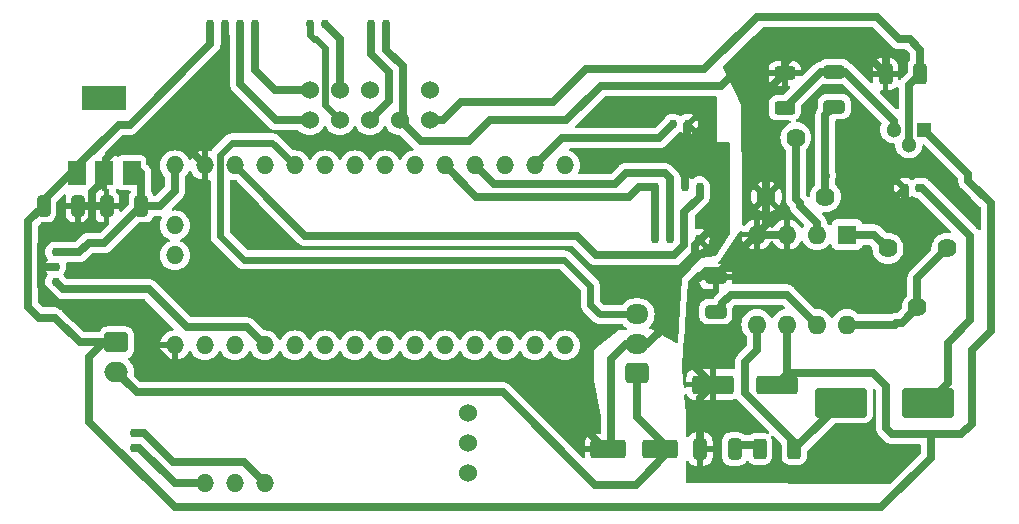
<source format=gbr>
%TF.GenerationSoftware,KiCad,Pcbnew,7.0.9*%
%TF.CreationDate,2024-08-05T23:00:28+10:00*%
%TF.ProjectId,AFPI Device V1.1,41465049-2044-4657-9669-63652056312e,rev?*%
%TF.SameCoordinates,Original*%
%TF.FileFunction,Copper,L1,Top*%
%TF.FilePolarity,Positive*%
%FSLAX46Y46*%
G04 Gerber Fmt 4.6, Leading zero omitted, Abs format (unit mm)*
G04 Created by KiCad (PCBNEW 7.0.9) date 2024-08-05 23:00:28*
%MOMM*%
%LPD*%
G01*
G04 APERTURE LIST*
G04 Aperture macros list*
%AMRoundRect*
0 Rectangle with rounded corners*
0 $1 Rounding radius*
0 $2 $3 $4 $5 $6 $7 $8 $9 X,Y pos of 4 corners*
0 Add a 4 corners polygon primitive as box body*
4,1,4,$2,$3,$4,$5,$6,$7,$8,$9,$2,$3,0*
0 Add four circle primitives for the rounded corners*
1,1,$1+$1,$2,$3*
1,1,$1+$1,$4,$5*
1,1,$1+$1,$6,$7*
1,1,$1+$1,$8,$9*
0 Add four rect primitives between the rounded corners*
20,1,$1+$1,$2,$3,$4,$5,0*
20,1,$1+$1,$4,$5,$6,$7,0*
20,1,$1+$1,$6,$7,$8,$9,0*
20,1,$1+$1,$8,$9,$2,$3,0*%
G04 Aperture macros list end*
%TA.AperFunction,SMDPad,CuDef*%
%ADD10R,1.500000X2.000000*%
%TD*%
%TA.AperFunction,SMDPad,CuDef*%
%ADD11R,3.800000X2.000000*%
%TD*%
%TA.AperFunction,SMDPad,CuDef*%
%ADD12RoundRect,0.250000X0.325000X0.650000X-0.325000X0.650000X-0.325000X-0.650000X0.325000X-0.650000X0*%
%TD*%
%TA.AperFunction,ComponentPad*%
%ADD13C,1.524000*%
%TD*%
%TA.AperFunction,ComponentPad*%
%ADD14O,1.524000X1.524000*%
%TD*%
%TA.AperFunction,ComponentPad*%
%ADD15RoundRect,0.250000X0.725000X-0.600000X0.725000X0.600000X-0.725000X0.600000X-0.725000X-0.600000X0*%
%TD*%
%TA.AperFunction,ComponentPad*%
%ADD16O,1.950000X1.700000*%
%TD*%
%TA.AperFunction,ComponentPad*%
%ADD17C,0.750000*%
%TD*%
%TA.AperFunction,ComponentPad*%
%ADD18RoundRect,0.250000X-0.750000X0.600000X-0.750000X-0.600000X0.750000X-0.600000X0.750000X0.600000X0*%
%TD*%
%TA.AperFunction,ComponentPad*%
%ADD19O,2.000000X1.700000*%
%TD*%
%TA.AperFunction,SMDPad,CuDef*%
%ADD20RoundRect,0.250000X-0.325000X-0.650000X0.325000X-0.650000X0.325000X0.650000X-0.325000X0.650000X0*%
%TD*%
%TA.AperFunction,SMDPad,CuDef*%
%ADD21RoundRect,0.250000X0.650000X-0.325000X0.650000X0.325000X-0.650000X0.325000X-0.650000X-0.325000X0*%
%TD*%
%TA.AperFunction,ComponentPad*%
%ADD22C,1.620000*%
%TD*%
%TA.AperFunction,SMDPad,CuDef*%
%ADD23RoundRect,0.250000X0.312500X0.625000X-0.312500X0.625000X-0.312500X-0.625000X0.312500X-0.625000X0*%
%TD*%
%TA.AperFunction,SMDPad,CuDef*%
%ADD24RoundRect,0.250000X1.500000X0.550000X-1.500000X0.550000X-1.500000X-0.550000X1.500000X-0.550000X0*%
%TD*%
%TA.AperFunction,SMDPad,CuDef*%
%ADD25RoundRect,0.250000X1.250000X0.550000X-1.250000X0.550000X-1.250000X-0.550000X1.250000X-0.550000X0*%
%TD*%
%TA.AperFunction,SMDPad,CuDef*%
%ADD26RoundRect,0.250000X-1.950000X-1.000000X1.950000X-1.000000X1.950000X1.000000X-1.950000X1.000000X0*%
%TD*%
%TA.AperFunction,SMDPad,CuDef*%
%ADD27RoundRect,0.250000X0.625000X-0.312500X0.625000X0.312500X-0.625000X0.312500X-0.625000X-0.312500X0*%
%TD*%
%TA.AperFunction,ComponentPad*%
%ADD28R,1.600000X1.600000*%
%TD*%
%TA.AperFunction,ComponentPad*%
%ADD29O,1.600000X1.600000*%
%TD*%
%TA.AperFunction,ComponentPad*%
%ADD30R,1.300000X1.300000*%
%TD*%
%TA.AperFunction,ComponentPad*%
%ADD31C,1.300000*%
%TD*%
%TA.AperFunction,Conductor*%
%ADD32C,0.700000*%
%TD*%
%TA.AperFunction,Conductor*%
%ADD33C,0.600000*%
%TD*%
G04 APERTURE END LIST*
D10*
%TO.P,U1,1,IN*%
%TO.N,+9V*%
X103364000Y-116180000D03*
%TO.P,U1,2,GND*%
%TO.N,GND*%
X105664000Y-116180000D03*
%TO.P,U1,3,OUT*%
%TO.N,+5V*%
X107964000Y-116180000D03*
D11*
%TO.P,U1,4*%
%TO.N,N/C*%
X105664000Y-109880000D03*
%TD*%
D12*
%TO.P,C2,1*%
%TO.N,+5V*%
X108790000Y-118999000D03*
%TO.P,C2,2*%
%TO.N,GND*%
X105840000Y-118999000D03*
%TD*%
D13*
%TO.P,U3,46*%
%TO.N,N/C*%
X133223000Y-109220000D03*
%TO.P,U3,45*%
X128143000Y-109220000D03*
D14*
%TO.P,U3,43,HEADPHONES_VGND*%
%TO.N,HP VGND*%
X114173000Y-142494000D03*
%TO.P,U3,42,HEADPHONES_R*%
%TO.N,unconnected-(U3-HEADPHONES_R-Pad42)*%
X116713000Y-142494000D03*
%TO.P,U3,41,HEADPHONES_L*%
%TO.N,HP Line*%
X119253000Y-142494000D03*
D13*
%TO.P,U3,40,VOL_3.3V*%
%TO.N,unconnected-(U3-VOL_3.3V-Pad40)*%
X136423400Y-141620240D03*
%TO.P,U3,39,VOL_15_A1*%
%TO.N,unconnected-(U3-VOL_15_A1-Pad39)*%
X136423400Y-139082780D03*
%TO.P,U3,38,VOL_GND*%
%TO.N,unconnected-(U3-VOL_GND-Pad38)*%
X136423400Y-136502140D03*
%TO.P,U3,37,LINE_IN_L_GND*%
%TO.N,Net-(J8-Pin_1)*%
X123063000Y-109220000D03*
%TO.P,U3,36,LINE_IN_R_GND*%
%TO.N,Line in R GND*%
X125603000Y-109220000D03*
%TO.P,U3,35,LINE_IN_L*%
%TO.N,Net-(J8-Pin_2)*%
X123063000Y-111760000D03*
%TO.P,U3,34,LINE_IN_R*%
%TO.N,Line in R*%
X125603000Y-111760000D03*
%TO.P,U3,33,LINE_OUT_R*%
%TO.N,Line OUT R*%
X128143000Y-111760000D03*
%TO.P,U3,32,LINE_OUT_GND*%
%TO.N,GND1*%
X130683000Y-111760000D03*
%TO.P,U3,31,LINE_OUT_L*%
%TO.N,Net-(Q1-G)*%
X133223000Y-111760000D03*
D14*
%TO.P,U3,30,5V*%
%TO.N,+5V*%
X111633000Y-115570000D03*
%TO.P,U3,29,GND*%
%TO.N,GND*%
X114173000Y-115570000D03*
%TO.P,U3,28,3V*%
%TO.N,+3.3V*%
X116713000Y-115570000D03*
%TO.P,U3,27,23_A9_CRX1_MCLK1*%
%TO.N,unconnected-(U3-23_A9_CRX1_MCLK1-Pad27)*%
X119253000Y-115570000D03*
%TO.P,U3,26,22_A8_CTX1*%
%TO.N,Batt Vref*%
X121793000Y-115570000D03*
%TO.P,U3,25,21_A7_RX5_BCLK1*%
%TO.N,unconnected-(U3-21_A7_RX5_BCLK1-Pad25)*%
X124333000Y-115570000D03*
%TO.P,U3,24,20_A6_TX5_LRCLK1*%
%TO.N,unconnected-(U3-20_A6_TX5_LRCLK1-Pad24)*%
X126873000Y-115570000D03*
%TO.P,U3,23,19_A5_SCL0*%
%TO.N,unconnected-(U3-19_A5_SCL0-Pad23)*%
X129413000Y-115570000D03*
%TO.P,U3,22,18_A4_SDA0*%
%TO.N,unconnected-(U3-18_A4_SDA0-Pad22)*%
X131953000Y-115570000D03*
%TO.P,U3,21,17_A3_TX4_SDA1*%
%TO.N,Pin 17 SDA1*%
X134493000Y-115570000D03*
%TO.P,U3,20,16_A2_RX4_SCL1*%
%TO.N,Pin 16 SCL1*%
X137033000Y-115570000D03*
%TO.P,U3,19,15_A1_RX3_SPDIF_IN_VOL*%
%TO.N,unconnected-(U3-15_A1_RX3_SPDIF_IN_VOL-Pad19)*%
X139573000Y-115570000D03*
%TO.P,U3,18,14_A0_TX3_SPDIF_OUT*%
%TO.N,Net-(SW2-B)*%
X142113000Y-115570000D03*
%TO.P,U3,17,13_SCK_CRX1_LED*%
%TO.N,unconnected-(U3-13_SCK_CRX1_LED-Pad17)*%
X144653000Y-115570000D03*
%TO.P,U3,16,GND*%
%TO.N,unconnected-(U3-GND-Pad16)*%
X111633000Y-123190000D03*
%TO.P,U3,15,MIC*%
%TO.N,unconnected-(U3-MIC-Pad15)*%
X111633000Y-120650000D03*
%TO.P,U3,14,12_MISO_MQSL*%
%TO.N,unconnected-(U3-12_MISO_MQSL-Pad14)*%
X144653000Y-130810000D03*
%TO.P,U3,13,11_MOSI_CTX1*%
%TO.N,unconnected-(U3-11_MOSI_CTX1-Pad13)*%
X142113000Y-130810000D03*
%TO.P,U3,12,10_CS_MQSR*%
%TO.N,unconnected-(U3-10_CS_MQSR-Pad12)*%
X139573000Y-130810000D03*
%TO.P,U3,11,9_OUT1C*%
%TO.N,unconnected-(U3-9_OUT1C-Pad11)*%
X137033000Y-130810000D03*
%TO.P,U3,10,8_TX2_IN1*%
%TO.N,unconnected-(U3-8_TX2_IN1-Pad10)*%
X134493000Y-130810000D03*
%TO.P,U3,9,7_RX2_OUT1A*%
%TO.N,unconnected-(U3-7_RX2_OUT1A-Pad9)*%
X131953000Y-130810000D03*
%TO.P,U3,8,6_OUT1D*%
%TO.N,unconnected-(U3-6_OUT1D-Pad8)*%
X129413000Y-130810000D03*
%TO.P,U3,7,5_IN2*%
%TO.N,unconnected-(U3-5_IN2-Pad7)*%
X126873000Y-130810000D03*
%TO.P,U3,6,4_BCLK2*%
%TO.N,unconnected-(U3-4_BCLK2-Pad6)*%
X124333000Y-130810000D03*
%TO.P,U3,5,3_LRCLK2*%
%TO.N,unconnected-(U3-3_LRCLK2-Pad5)*%
X121793000Y-130810000D03*
%TO.P,U3,4,2_OUT2*%
%TO.N,Pin 2*%
X119253000Y-130810000D03*
%TO.P,U3,3,1_TX1_CTX2_MISO1*%
%TO.N,unconnected-(U3-1_TX1_CTX2_MISO1-Pad3)*%
X116713000Y-130810000D03*
%TO.P,U3,2,0_RX1_CRX2_CS1*%
%TO.N,unconnected-(U3-0_RX1_CRX2_CS1-Pad2)*%
X114173000Y-130810000D03*
%TO.P,U3,1,GND*%
%TO.N,GND*%
X111633000Y-130810000D03*
%TD*%
D15*
%TO.P,J1,1,Pin_1*%
%TO.N,Net-(J1-Pin_1)*%
X150766000Y-133183000D03*
D16*
%TO.P,J1,2,Pin_2*%
%TO.N,GND*%
X150766000Y-130683000D03*
%TO.P,J1,3,Pin_3*%
%TO.N,Batt Vref*%
X150766000Y-128183000D03*
%TD*%
D17*
%TO.P,SW2,1,A*%
%TO.N,GND*%
X155050000Y-112075000D03*
%TO.P,SW2,2,B*%
%TO.N,Net-(SW2-B)*%
X153800000Y-112075000D03*
%TD*%
D18*
%TO.P,SW1,1,A*%
%TO.N,+9V*%
X106680000Y-130556000D03*
D19*
%TO.P,SW1,2,B*%
%TO.N,Net-(J1-Pin_1)*%
X106680000Y-133056000D03*
%TD*%
D17*
%TO.P,J9,1,Pin_1*%
%TO.N,Line in R GND*%
X124333000Y-103632000D03*
%TO.P,J9,2,Pin_2*%
%TO.N,Line in R*%
X123083000Y-103632000D03*
%TD*%
%TO.P,J8,1,Pin_1*%
%TO.N,Net-(J8-Pin_1)*%
X118390000Y-103614000D03*
%TO.P,J8,2,Pin_2*%
%TO.N,Net-(J8-Pin_2)*%
X117140000Y-103614000D03*
%TO.P,J8,3,Pin_3*%
%TO.N,GND*%
X115890000Y-103614000D03*
%TO.P,J8,4,Pin_4*%
%TO.N,+9V*%
X114640000Y-103614000D03*
%TD*%
%TO.P,J7,1,Pin_1*%
%TO.N,GND1*%
X129520000Y-103632000D03*
%TO.P,J7,2,Pin_2*%
%TO.N,Line OUT R*%
X128270000Y-103632000D03*
%TD*%
%TO.P,J6,1,Pin_1*%
%TO.N,Net-(J6-Pin_1)*%
X174654000Y-117485000D03*
%TO.P,J6,2,Pin_2*%
%TO.N,GND1*%
X173404000Y-117485000D03*
%TD*%
%TO.P,J5,2,Pin_2*%
%TO.N,HP Line*%
X108146000Y-138213000D03*
%TO.P,J5,1,Pin_1*%
%TO.N,HP VGND*%
X108146000Y-139463000D03*
%TD*%
%TO.P,J4,1,Pin_1*%
%TO.N,+5V*%
X101525000Y-122925000D03*
%TO.P,J4,2,Pin_2*%
%TO.N,GND*%
X101525000Y-124175000D03*
%TO.P,J4,3,Pin_3*%
%TO.N,Pin 2*%
X101525000Y-125425000D03*
%TD*%
%TO.P,J3,1,Pin_1*%
%TO.N,+3.3V*%
X156050000Y-117375000D03*
%TO.P,J3,2,Pin_2*%
%TO.N,GND*%
X154800000Y-117375000D03*
%TO.P,J3,3,Pin_3*%
%TO.N,Pin 16 SCL1*%
X153550000Y-117375000D03*
%TO.P,J3,4,Pin_4*%
%TO.N,Pin 17 SDA1*%
X152300000Y-117375000D03*
%TD*%
%TO.P,J2,4,Pin_4*%
%TO.N,Pin 17 SDA1*%
X152274000Y-121820000D03*
%TO.P,J2,3,Pin_3*%
%TO.N,Pin 16 SCL1*%
X153524000Y-121820000D03*
%TO.P,J2,2,Pin_2*%
%TO.N,+3.3V*%
X154774000Y-121820000D03*
%TO.P,J2,1,Pin_1*%
%TO.N,GND*%
X156024000Y-121820000D03*
%TD*%
D20*
%TO.P,C1,1*%
%TO.N,+9V*%
X100506000Y-118999000D03*
%TO.P,C1,2*%
%TO.N,GND*%
X103456000Y-118999000D03*
%TD*%
D21*
%TO.P,C5,1*%
%TO.N,Net-(C5-Pad1)*%
X167458000Y-110588000D03*
%TO.P,C5,2*%
%TO.N,Net-(Q1-S)*%
X167458000Y-107638000D03*
%TD*%
D22*
%TO.P,Gain1,1,1*%
%TO.N,Net-(Gain1-Pad1)*%
X171998000Y-122595000D03*
%TO.P,Gain1,2,2*%
%TO.N,Net-(Gain1-Pad2)*%
X174498000Y-127595000D03*
%TO.P,Gain1,3,3*%
X176998000Y-122595000D03*
%TD*%
%TO.P,Vol1,3,3*%
%TO.N,GND1*%
X161701000Y-118217000D03*
%TO.P,Vol1,2,2*%
%TO.N,Net-(U2--)*%
X164201000Y-113217000D03*
%TO.P,Vol1,1,1*%
%TO.N,Net-(C5-Pad1)*%
X166701000Y-118217000D03*
%TD*%
D23*
%TO.P,R1,1*%
%TO.N,Net-(Q1-G)*%
X174719500Y-107833000D03*
%TO.P,R1,2*%
%TO.N,GND1*%
X171794500Y-107833000D03*
%TD*%
D24*
%TO.P,C6,1*%
%TO.N,+9V*%
X162583000Y-134122000D03*
%TO.P,C6,2*%
%TO.N,GND1*%
X157183000Y-134122000D03*
%TD*%
D25*
%TO.P,C3,1*%
%TO.N,Net-(J1-Pin_1)*%
X152736000Y-139573000D03*
%TO.P,C3,2*%
%TO.N,GND*%
X148336000Y-139573000D03*
%TD*%
D26*
%TO.P,C7,1*%
%TO.N,Net-(C7-Pad1)*%
X168016000Y-135646000D03*
%TO.P,C7,2*%
%TO.N,Net-(J6-Pin_1)*%
X175416000Y-135646000D03*
%TD*%
D27*
%TO.P,R2,1*%
%TO.N,Net-(Q1-S)*%
X163267000Y-110702500D03*
%TO.P,R2,2*%
%TO.N,GND1*%
X163267000Y-107777500D03*
%TD*%
D23*
%TO.P,R3,1*%
%TO.N,Net-(C7-Pad1)*%
X164051500Y-139583000D03*
%TO.P,R3,2*%
%TO.N,Net-(C8-Pad2)*%
X161126500Y-139583000D03*
%TD*%
D28*
%TO.P,U2,1,GAIN*%
%TO.N,Net-(Gain1-Pad1)*%
X168519000Y-121422000D03*
D29*
%TO.P,U2,2,-*%
%TO.N,Net-(U2--)*%
X165979000Y-121422000D03*
%TO.P,U2,3,+*%
%TO.N,GND1*%
X163439000Y-121422000D03*
%TO.P,U2,4,GND*%
X160899000Y-121422000D03*
%TO.P,U2,5*%
%TO.N,Net-(C7-Pad1)*%
X160899000Y-129042000D03*
%TO.P,U2,6,V+*%
%TO.N,+9V*%
X163439000Y-129042000D03*
%TO.P,U2,7,BYPASS*%
%TO.N,Net-(U2-BYPASS)*%
X165979000Y-129042000D03*
%TO.P,U2,8,GAIN*%
%TO.N,Net-(Gain1-Pad2)*%
X168519000Y-129042000D03*
%TD*%
D21*
%TO.P,C4,1*%
%TO.N,Net-(U2-BYPASS)*%
X157425000Y-127950000D03*
%TO.P,C4,2*%
%TO.N,GND1*%
X157425000Y-125000000D03*
%TD*%
D20*
%TO.P,C8,1*%
%TO.N,GND1*%
X156077000Y-139583000D03*
%TO.P,C8,2*%
%TO.N,Net-(C8-Pad2)*%
X159027000Y-139583000D03*
%TD*%
D30*
%TO.P,Q1,1,D*%
%TO.N,+9V*%
X175035000Y-112532000D03*
D31*
%TO.P,Q1,2,G*%
%TO.N,Net-(Q1-G)*%
X173765000Y-113802000D03*
%TO.P,Q1,3,S*%
%TO.N,Net-(Q1-S)*%
X172495000Y-112532000D03*
%TD*%
D32*
%TO.N,Net-(SW2-B)*%
X152591000Y-113284000D02*
X153800000Y-112075000D01*
X144399000Y-113284000D02*
X152591000Y-113284000D01*
X142113000Y-115570000D02*
X144399000Y-113284000D01*
%TO.N,GND*%
X155008000Y-112117000D02*
X155050000Y-112075000D01*
X155008000Y-115978000D02*
X155008000Y-112117000D01*
%TO.N,Net-(Q1-S)*%
X172495000Y-111770000D02*
X168363000Y-107638000D01*
%TO.N,+9V*%
X114640000Y-105285000D02*
X114640000Y-103614000D01*
X107800000Y-112125000D02*
X114640000Y-105285000D01*
X106869000Y-112125000D02*
X107800000Y-112125000D01*
X103364000Y-115630000D02*
X106869000Y-112125000D01*
X103364000Y-116180000D02*
X103364000Y-115630000D01*
%TO.N,Pin 2*%
X112636000Y-129286000D02*
X113157000Y-129286000D01*
X102150000Y-126050000D02*
X109400000Y-126050000D01*
X109400000Y-126050000D02*
X112636000Y-129286000D01*
X101525000Y-125425000D02*
X102150000Y-126050000D01*
%TO.N,GND*%
X100300000Y-124175000D02*
X100250000Y-124225000D01*
X100250000Y-124225000D02*
X100250000Y-122350000D01*
X100250000Y-125783148D02*
X100250000Y-124225000D01*
X101525000Y-124175000D02*
X100300000Y-124175000D01*
%TO.N,+5V*%
X105664000Y-122125000D02*
X108790000Y-118999000D01*
X104325000Y-122125000D02*
X105664000Y-122125000D01*
X103525000Y-122925000D02*
X104325000Y-122125000D01*
X101525000Y-122925000D02*
X103525000Y-122925000D01*
%TO.N,GND*%
X104648000Y-120102000D02*
X104648000Y-118999000D01*
X101250000Y-121350000D02*
X103400000Y-121350000D01*
X103400000Y-121350000D02*
X104648000Y-120102000D01*
X106299000Y-127508000D02*
X101974852Y-127508000D01*
X101974852Y-127508000D02*
X100250000Y-125783148D01*
X100250000Y-122350000D02*
X101250000Y-121350000D01*
%TO.N,+9V*%
X99225000Y-127575000D02*
X99225000Y-120280000D01*
X100100000Y-128450000D02*
X99225000Y-127575000D01*
X101475000Y-128450000D02*
X100100000Y-128450000D01*
X103581000Y-130556000D02*
X101475000Y-128450000D01*
X99225000Y-120280000D02*
X100506000Y-118999000D01*
X106680000Y-130556000D02*
X103581000Y-130556000D01*
%TO.N,GND*%
X151638000Y-130683000D02*
X150766000Y-130683000D01*
X153850000Y-128471000D02*
X151638000Y-130683000D01*
X153850000Y-125350000D02*
X153850000Y-128471000D01*
X155674000Y-122351000D02*
X155674000Y-123526000D01*
X157548000Y-120477000D02*
X155674000Y-122351000D01*
X157548000Y-117248000D02*
X157548000Y-120477000D01*
X155674000Y-123526000D02*
X153850000Y-125350000D01*
X155008000Y-115978000D02*
X156278000Y-115978000D01*
X156278000Y-115978000D02*
X157548000Y-117248000D01*
%TO.N,+3.3V*%
X153907000Y-123175000D02*
X154774000Y-122308000D01*
X145669000Y-121539000D02*
X147305000Y-123175000D01*
X156050000Y-118238000D02*
X156050000Y-117375000D01*
X122682000Y-121539000D02*
X145669000Y-121539000D01*
X147305000Y-123175000D02*
X153907000Y-123175000D01*
X154774000Y-122308000D02*
X154774000Y-119514000D01*
X154774000Y-119514000D02*
X156050000Y-118238000D01*
X119443500Y-118300500D02*
X122682000Y-121539000D01*
%TO.N,Pin 17 SDA1*%
X150944000Y-117375000D02*
X152300000Y-117375000D01*
X150094000Y-118225000D02*
X150944000Y-117375000D01*
X137148000Y-118225000D02*
X150094000Y-118225000D01*
X134493000Y-115570000D02*
X137148000Y-118225000D01*
%TO.N,Pin 16 SCL1*%
X153103000Y-116232000D02*
X153550000Y-116679000D01*
X149801000Y-116232000D02*
X153103000Y-116232000D01*
X148883000Y-117150000D02*
X149801000Y-116232000D01*
X138613000Y-117150000D02*
X148883000Y-117150000D01*
X153550000Y-116679000D02*
X153550000Y-117375000D01*
X137033000Y-115570000D02*
X138613000Y-117150000D01*
%TO.N,GND1*%
X174019000Y-119771000D02*
X173404000Y-119156000D01*
X173404669Y-124265000D02*
X174019000Y-123650669D01*
X174019000Y-123650669D02*
X174019000Y-119771000D01*
X158160000Y-124265000D02*
X173404669Y-124265000D01*
X157425000Y-125000000D02*
X158160000Y-124265000D01*
X173404000Y-119156000D02*
X173404000Y-117485000D01*
%TO.N,Net-(U2-BYPASS)*%
X157978000Y-127215000D02*
X157978000Y-127397000D01*
X157978000Y-127397000D02*
X157425000Y-127950000D01*
X163439000Y-126502000D02*
X165979000Y-129042000D01*
X157978000Y-127215000D02*
X158691000Y-126502000D01*
X158691000Y-126502000D02*
X163439000Y-126502000D01*
%TO.N,Pin 17 SDA1*%
X152300000Y-121794000D02*
X152274000Y-121820000D01*
X152300000Y-117375000D02*
X152300000Y-121794000D01*
%TO.N,Pin 16 SCL1*%
X153550000Y-121794000D02*
X153524000Y-121820000D01*
X153550000Y-117375000D02*
X153550000Y-121794000D01*
%TO.N,GND*%
X154800000Y-116186000D02*
X154800000Y-117375000D01*
X155008000Y-115978000D02*
X154800000Y-116186000D01*
%TO.N,+9V*%
X105664000Y-130556000D02*
X106680000Y-130556000D01*
X104394000Y-131826000D02*
X105664000Y-130556000D01*
X111633000Y-144526000D02*
X104394000Y-137287000D01*
X175641000Y-140335000D02*
X171450000Y-144526000D01*
X171450000Y-144526000D02*
X111633000Y-144526000D01*
X175641000Y-138313000D02*
X175641000Y-140335000D01*
X104394000Y-137287000D02*
X104394000Y-131826000D01*
%TO.N,HP VGND*%
X111633000Y-142494000D02*
X108602000Y-139463000D01*
X108602000Y-139463000D02*
X108146000Y-139463000D01*
X114173000Y-142494000D02*
X111633000Y-142494000D01*
%TO.N,HP Line*%
X109003000Y-138213000D02*
X108146000Y-138213000D01*
X111506000Y-140716000D02*
X109003000Y-138213000D01*
X119253000Y-142494000D02*
X117475000Y-140716000D01*
X117475000Y-140716000D02*
X111506000Y-140716000D01*
%TO.N,Net-(J1-Pin_1)*%
X150663000Y-142621000D02*
X153584000Y-139700000D01*
X147218400Y-142621000D02*
X150663000Y-142621000D01*
X139369800Y-134772400D02*
X147218400Y-142621000D01*
X153584000Y-139700000D02*
X150766000Y-136882000D01*
X150766000Y-136882000D02*
X150766000Y-133183000D01*
X108396400Y-134772400D02*
X139369800Y-134772400D01*
X106680000Y-133056000D02*
X108396400Y-134772400D01*
%TO.N,GND*%
X149860000Y-130683000D02*
X150766000Y-130683000D01*
X148590000Y-131953000D02*
X149860000Y-130683000D01*
X149184000Y-139700000D02*
X148590000Y-139106000D01*
X148132800Y-139700000D02*
X149184000Y-139700000D01*
X141579600Y-133146800D02*
X148132800Y-139700000D01*
X108585000Y-127508000D02*
X109347000Y-128270000D01*
X109347000Y-128270000D02*
X109347000Y-130556000D01*
X106299000Y-127508000D02*
X108585000Y-127508000D01*
X148590000Y-139106000D02*
X148590000Y-131953000D01*
X109347000Y-130556000D02*
X111937800Y-133146800D01*
X111937800Y-133146800D02*
X141579600Y-133146800D01*
%TO.N,Pin 2*%
X117729000Y-129286000D02*
X119253000Y-130810000D01*
X113157000Y-129286000D02*
X117729000Y-129286000D01*
%TO.N,+9V*%
X100506000Y-118530000D02*
X103491000Y-115545000D01*
X100506000Y-118999000D02*
X100506000Y-118530000D01*
%TO.N,GND*%
X104648000Y-117856000D02*
X104648000Y-118999000D01*
X105791000Y-116713000D02*
X104648000Y-117856000D01*
X105791000Y-115062000D02*
X105791000Y-116713000D01*
X107315000Y-113538000D02*
X105791000Y-115062000D01*
X110617000Y-113538000D02*
X107315000Y-113538000D01*
X111379000Y-112776000D02*
X110617000Y-113538000D01*
%TO.N,+5V*%
X108790000Y-116244000D02*
X108091000Y-115545000D01*
X108790000Y-118999000D02*
X108790000Y-116244000D01*
X108790000Y-118999000D02*
X110363000Y-118999000D01*
X110363000Y-118999000D02*
X111633000Y-117729000D01*
X111633000Y-117729000D02*
X111633000Y-115570000D01*
%TO.N,GND*%
X104648000Y-118999000D02*
X105840000Y-118999000D01*
X103456000Y-118999000D02*
X104648000Y-118999000D01*
%TO.N,+9V*%
X175641000Y-138313000D02*
X178210000Y-138313000D01*
X172368000Y-138313000D02*
X175641000Y-138313000D01*
%TO.N,GND*%
X115890000Y-108265000D02*
X115890000Y-103614000D01*
X111379000Y-112776000D02*
X115890000Y-108265000D01*
%TO.N,Net-(J8-Pin_2)*%
X117140000Y-108677069D02*
X117140000Y-103614000D01*
X120222931Y-111760000D02*
X117140000Y-108677069D01*
X123063000Y-111760000D02*
X120222931Y-111760000D01*
%TO.N,Net-(J8-Pin_1)*%
X118390000Y-107483298D02*
X118390000Y-103614000D01*
X120126702Y-109220000D02*
X118390000Y-107483298D01*
X123063000Y-109220000D02*
X120126702Y-109220000D01*
D33*
%TO.N,Line in R*%
X123444000Y-104902000D02*
X123083000Y-104541000D01*
X123555000Y-104902000D02*
X123444000Y-104902000D01*
X124325000Y-105672000D02*
X123555000Y-104902000D01*
X124325000Y-110482000D02*
X124325000Y-105672000D01*
X123083000Y-104541000D02*
X123083000Y-103632000D01*
X125603000Y-111760000D02*
X124325000Y-110482000D01*
D32*
%TO.N,Line in R GND*%
X125603000Y-104902000D02*
X125603000Y-109220000D01*
X124333000Y-103632000D02*
X125603000Y-104902000D01*
%TO.N,Line OUT R*%
X128270000Y-106172000D02*
X128270000Y-103632000D01*
X129794000Y-107696000D02*
X128270000Y-106172000D01*
X129794000Y-110109000D02*
X129794000Y-107696000D01*
X128143000Y-111760000D02*
X129794000Y-110109000D01*
%TO.N,GND1*%
X129520000Y-105771000D02*
X129520000Y-103632000D01*
X130937000Y-107188000D02*
X129520000Y-105771000D01*
X130937000Y-111506000D02*
X130937000Y-107188000D01*
X130683000Y-111760000D02*
X130937000Y-111506000D01*
%TO.N,Net-(Q1-G)*%
X174719500Y-105758500D02*
X174719500Y-107833000D01*
X173863000Y-104902000D02*
X174719500Y-105758500D01*
X172974000Y-104902000D02*
X173863000Y-104902000D01*
X171069000Y-102997000D02*
X172974000Y-104902000D01*
X160909000Y-102997000D02*
X171069000Y-102997000D01*
X156464000Y-107442000D02*
X160909000Y-102997000D01*
X146431000Y-107442000D02*
X156464000Y-107442000D01*
X143637000Y-110236000D02*
X146431000Y-107442000D01*
X135890000Y-110236000D02*
X143637000Y-110236000D01*
X134366000Y-111760000D02*
X135890000Y-110236000D01*
X133223000Y-111760000D02*
X134366000Y-111760000D01*
%TO.N,GND1*%
X171794500Y-105862500D02*
X171794500Y-107833000D01*
X170326000Y-104394000D02*
X171794500Y-105862500D01*
X162306000Y-104394000D02*
X170326000Y-104394000D01*
X147701000Y-108839000D02*
X157861000Y-108839000D01*
X136525000Y-113538000D02*
X138303000Y-111760000D01*
X138303000Y-111760000D02*
X144780000Y-111760000D01*
X157861000Y-108839000D02*
X162306000Y-104394000D01*
X132461000Y-113538000D02*
X136525000Y-113538000D01*
X130683000Y-111760000D02*
X132461000Y-113538000D01*
X144780000Y-111760000D02*
X147701000Y-108839000D01*
%TO.N,+9V*%
X178806000Y-116850000D02*
X178806000Y-116303000D01*
X180711000Y-118755000D02*
X178806000Y-116850000D01*
X180711000Y-129589000D02*
X180711000Y-118755000D01*
X178806000Y-116303000D02*
X175035000Y-112532000D01*
X179099000Y-131201000D02*
X180711000Y-129589000D01*
X178210000Y-138313000D02*
X179099000Y-137424000D01*
X171860000Y-137805000D02*
X172368000Y-138313000D01*
X171860000Y-134249000D02*
X171860000Y-137805000D01*
X163599000Y-133106000D02*
X170717000Y-133106000D01*
X170717000Y-133106000D02*
X171860000Y-134249000D01*
X162583000Y-134122000D02*
X163599000Y-133106000D01*
X179099000Y-137424000D02*
X179099000Y-131201000D01*
%TO.N,Net-(J6-Pin_1)*%
X178933000Y-121510000D02*
X174908000Y-117485000D01*
X178933000Y-128700000D02*
X178933000Y-121510000D01*
X177067000Y-130566000D02*
X178933000Y-128700000D01*
X174908000Y-117485000D02*
X174654000Y-117485000D01*
X177067000Y-133995000D02*
X177067000Y-130566000D01*
X175416000Y-135646000D02*
X177067000Y-133995000D01*
%TO.N,Net-(C7-Pad1)*%
X164411000Y-139251000D02*
X168016000Y-135646000D01*
X163967500Y-139251000D02*
X164411000Y-139251000D01*
%TO.N,GND1*%
X170016500Y-106055000D02*
X171794500Y-107833000D01*
X163267000Y-106888500D02*
X164100500Y-106055000D01*
X163267000Y-107777500D02*
X163267000Y-106888500D01*
X164100500Y-106055000D02*
X170016500Y-106055000D01*
%TO.N,Net-(Q1-G)*%
X173765000Y-108787500D02*
X173765000Y-113802000D01*
X174719500Y-107833000D02*
X173765000Y-108787500D01*
%TO.N,Net-(Q1-S)*%
X168363000Y-107638000D02*
X167458000Y-107638000D01*
X172495000Y-112532000D02*
X172495000Y-111770000D01*
D33*
%TO.N,Batt Vref*%
X147614000Y-128183000D02*
X150766000Y-128183000D01*
X146812000Y-127381000D02*
X147614000Y-128183000D01*
D32*
%TO.N,+9V*%
X163439000Y-133266000D02*
X162583000Y-134122000D01*
X163439000Y-129042000D02*
X163439000Y-133266000D01*
%TO.N,GND*%
X111556000Y-130887000D02*
X111633000Y-130810000D01*
X114173000Y-115570000D02*
X111379000Y-112776000D01*
%TO.N,Net-(Gain1-Pad1)*%
X170825000Y-121422000D02*
X171998000Y-122595000D01*
X168519000Y-121422000D02*
X170825000Y-121422000D01*
%TO.N,Net-(U2--)*%
X164201000Y-118429000D02*
X164537000Y-118765000D01*
X164537000Y-118765000D02*
X164537000Y-119019000D01*
X164201000Y-118429000D02*
X164201000Y-113217000D01*
X164537000Y-119019000D02*
X165979000Y-120461000D01*
X165979000Y-120461000D02*
X165979000Y-121422000D01*
%TO.N,Net-(C7-Pad1)*%
X160899000Y-131201000D02*
X159883000Y-132217000D01*
X159883000Y-132217000D02*
X159883000Y-134851000D01*
X159883000Y-134851000D02*
X164139500Y-139107500D01*
X160899000Y-129042000D02*
X160899000Y-131201000D01*
%TO.N,Net-(Gain1-Pad2)*%
X174498000Y-127595000D02*
X173188000Y-128905000D01*
X174498000Y-125095000D02*
X176998000Y-122595000D01*
X174498000Y-127595000D02*
X174498000Y-125095000D01*
X172583000Y-129042000D02*
X168519000Y-129042000D01*
X172720000Y-128905000D02*
X172583000Y-129042000D01*
X173188000Y-128905000D02*
X172720000Y-128905000D01*
D33*
%TO.N,Batt Vref*%
X146812000Y-125799588D02*
X146812000Y-127381000D01*
X116447631Y-113665000D02*
X115451000Y-114661631D01*
X115451000Y-114661631D02*
X115451000Y-121547000D01*
X119888000Y-113665000D02*
X116447631Y-113665000D01*
X121793000Y-115570000D02*
X119888000Y-113665000D01*
X117475000Y-123571000D02*
X144583412Y-123571000D01*
X115451000Y-121547000D02*
X117475000Y-123571000D01*
X144583412Y-123571000D02*
X146812000Y-125799588D01*
%TO.N,+3.3V*%
X116713000Y-115570000D02*
X119443500Y-118300500D01*
D32*
%TO.N,GND1*%
X160821000Y-121422000D02*
X160899000Y-121422000D01*
X161701000Y-120620000D02*
X160899000Y-121422000D01*
X157183000Y-134122000D02*
X155438000Y-132377000D01*
X163439000Y-121422000D02*
X160899000Y-121422000D01*
X156581000Y-124470000D02*
X157773000Y-124470000D01*
X161235000Y-116050000D02*
X161701000Y-116516000D01*
X161701000Y-116516000D02*
X161701000Y-120620000D01*
X157183000Y-134122000D02*
X156077000Y-135228000D01*
X161235000Y-109809500D02*
X161235000Y-116050000D01*
X155438000Y-125613000D02*
X156581000Y-124470000D01*
X163267000Y-107777500D02*
X161235000Y-109809500D01*
X157773000Y-124470000D02*
X160821000Y-121422000D01*
X155438000Y-132377000D02*
X155438000Y-125613000D01*
X156077000Y-135228000D02*
X156077000Y-139251000D01*
X163791500Y-107638000D02*
X163775000Y-107654500D01*
%TO.N,HP VGND*%
X114173000Y-142494000D02*
X114046000Y-142621000D01*
%TO.N,Line in R GND*%
X125603000Y-109220000D02*
X125349000Y-108966000D01*
%TO.N,Net-(Q1-S)*%
X166331500Y-107638000D02*
X163267000Y-110702500D01*
X167458000Y-107638000D02*
X166331500Y-107638000D01*
%TO.N,Net-(C5-Pad1)*%
X167458000Y-110588000D02*
X166701000Y-111345000D01*
X166701000Y-116516000D02*
X166701000Y-118217000D01*
X166741000Y-116476000D02*
X166701000Y-116516000D01*
X166701000Y-111345000D02*
X166701000Y-116516000D01*
%TO.N,Net-(C8-Pad2)*%
X159027000Y-139251000D02*
X161042500Y-139251000D01*
%TD*%
%TA.AperFunction,Conductor*%
%TO.N,GND1*%
G36*
X166588163Y-108680784D02*
G01*
X166596785Y-108683641D01*
X166655203Y-108702999D01*
X166757991Y-108713500D01*
X168158008Y-108713499D01*
X168169888Y-108712285D01*
X168238580Y-108725053D01*
X168270173Y-108747962D01*
X171427381Y-111905170D01*
X171460866Y-111966493D01*
X171455882Y-112036185D01*
X171450701Y-112048120D01*
X171417597Y-112114604D01*
X171417596Y-112114607D01*
X171359244Y-112319689D01*
X171339848Y-112529016D01*
X171339571Y-112532000D01*
X171359244Y-112744310D01*
X171416102Y-112944143D01*
X171417596Y-112949392D01*
X171417596Y-112949394D01*
X171512632Y-113140253D01*
X171641127Y-113310406D01*
X171641128Y-113310407D01*
X171798698Y-113454052D01*
X171979981Y-113566298D01*
X172178802Y-113643321D01*
X172388390Y-113682500D01*
X172388392Y-113682500D01*
X172485571Y-113682500D01*
X172552610Y-113702185D01*
X172598365Y-113754989D01*
X172607383Y-113796445D01*
X172609042Y-113796292D01*
X172612510Y-113833716D01*
X172629244Y-114014310D01*
X172669033Y-114154153D01*
X172687596Y-114219392D01*
X172687596Y-114219394D01*
X172782632Y-114410253D01*
X172910710Y-114579854D01*
X172911128Y-114580407D01*
X173068698Y-114724052D01*
X173249981Y-114836298D01*
X173448802Y-114913321D01*
X173658390Y-114952500D01*
X173658392Y-114952500D01*
X173871608Y-114952500D01*
X173871610Y-114952500D01*
X174081198Y-114913321D01*
X174280019Y-114836298D01*
X174461302Y-114724052D01*
X174618872Y-114580407D01*
X174747366Y-114410255D01*
X174757927Y-114389045D01*
X174842403Y-114219394D01*
X174842403Y-114219393D01*
X174842405Y-114219389D01*
X174900756Y-114014310D01*
X174911473Y-113898651D01*
X174937257Y-113833716D01*
X174994057Y-113793028D01*
X175063838Y-113789508D01*
X175122624Y-113822413D01*
X177919181Y-116618970D01*
X177952666Y-116680293D01*
X177955500Y-116706651D01*
X177955500Y-116812911D01*
X177955295Y-116817945D01*
X177950798Y-116873163D01*
X177961729Y-116953392D01*
X177970486Y-117033913D01*
X177970710Y-117034930D01*
X177975525Y-117055473D01*
X177975773Y-117056470D01*
X177987156Y-117087453D01*
X178003700Y-117132486D01*
X178022799Y-117189169D01*
X178029557Y-117209223D01*
X178030001Y-117210185D01*
X178039146Y-117229266D01*
X178039564Y-117230109D01*
X178083184Y-117298353D01*
X178124930Y-117367736D01*
X178125538Y-117368536D01*
X178138578Y-117385216D01*
X178139201Y-117385991D01*
X178196458Y-117443248D01*
X178252149Y-117502040D01*
X178252950Y-117502720D01*
X178270118Y-117516907D01*
X179059857Y-118306646D01*
X179824181Y-119070969D01*
X179857666Y-119132292D01*
X179860500Y-119158650D01*
X179860500Y-120955226D01*
X179840815Y-121022265D01*
X179788011Y-121068020D01*
X179718853Y-121077964D01*
X179655297Y-121048939D01*
X179630250Y-121019155D01*
X179614070Y-120992264D01*
X179613409Y-120991395D01*
X179600541Y-120974934D01*
X179599802Y-120974014D01*
X179599801Y-120974013D01*
X179599800Y-120974011D01*
X179542539Y-120916750D01*
X179486849Y-120857959D01*
X179486088Y-120857312D01*
X179468881Y-120843092D01*
X177503142Y-118877353D01*
X175535607Y-116909818D01*
X175532204Y-116906126D01*
X175501173Y-116869593D01*
X175496337Y-116863900D01*
X175431891Y-116814909D01*
X175368754Y-116764158D01*
X175368748Y-116764155D01*
X175367854Y-116763583D01*
X175350019Y-116752520D01*
X175349064Y-116751946D01*
X175275560Y-116717939D01*
X175203027Y-116681966D01*
X175201981Y-116681582D01*
X175182160Y-116674602D01*
X175181164Y-116674266D01*
X175102073Y-116656858D01*
X175023494Y-116637315D01*
X175022584Y-116637191D01*
X175001506Y-116634610D01*
X175000501Y-116634501D01*
X175000497Y-116634500D01*
X175000492Y-116634500D01*
X174919532Y-116634500D01*
X174917926Y-116634456D01*
X174866793Y-116633070D01*
X174844381Y-116630407D01*
X174746019Y-116609500D01*
X174561981Y-116609500D01*
X174381966Y-116647763D01*
X174381961Y-116647765D01*
X174213839Y-116722618D01*
X174101460Y-116804266D01*
X174035653Y-116827745D01*
X173967599Y-116811919D01*
X173955690Y-116804266D01*
X173843908Y-116723053D01*
X173843909Y-116723053D01*
X173675884Y-116648242D01*
X173675876Y-116648240D01*
X173495966Y-116610000D01*
X173312034Y-116610000D01*
X173132124Y-116648240D01*
X173132122Y-116648240D01*
X172985896Y-116713344D01*
X173404000Y-117131447D01*
X173495331Y-117222778D01*
X173431088Y-117210000D01*
X173376912Y-117210000D01*
X173296700Y-117225955D01*
X173205736Y-117286736D01*
X173144955Y-117377700D01*
X173123612Y-117485000D01*
X173144955Y-117592300D01*
X173205736Y-117683264D01*
X173296700Y-117744045D01*
X173376912Y-117760000D01*
X173431088Y-117760000D01*
X173495329Y-117747221D01*
X172985897Y-118256654D01*
X172985897Y-118256655D01*
X173132115Y-118321757D01*
X173132123Y-118321759D01*
X173312033Y-118359999D01*
X173312034Y-118360000D01*
X173495966Y-118360000D01*
X173495966Y-118359999D01*
X173675876Y-118321759D01*
X173675884Y-118321757D01*
X173843909Y-118246946D01*
X173955689Y-118165733D01*
X174021496Y-118142253D01*
X174089549Y-118158078D01*
X174101452Y-118165727D01*
X174143553Y-118196315D01*
X174213839Y-118247381D01*
X174381961Y-118322234D01*
X174381966Y-118322236D01*
X174481688Y-118343433D01*
X174549839Y-118357919D01*
X174611321Y-118391112D01*
X174611739Y-118391528D01*
X177306904Y-121086693D01*
X177340389Y-121148016D01*
X177335405Y-121217708D01*
X177293533Y-121273641D01*
X177228069Y-121298058D01*
X177208416Y-121297902D01*
X176998002Y-121279494D01*
X176997998Y-121279494D01*
X176769570Y-121299478D01*
X176769563Y-121299479D01*
X176548074Y-121358827D01*
X176548070Y-121358829D01*
X176340247Y-121455738D01*
X176152409Y-121587264D01*
X176152407Y-121587265D01*
X176152404Y-121587268D01*
X175990268Y-121749404D01*
X175990265Y-121749407D01*
X175990264Y-121749409D01*
X175900403Y-121877743D01*
X175858738Y-121937247D01*
X175761830Y-122145068D01*
X175761827Y-122145074D01*
X175702479Y-122366563D01*
X175702478Y-122366570D01*
X175682494Y-122594997D01*
X175682494Y-122595002D01*
X175686522Y-122641047D01*
X175672755Y-122709547D01*
X175650675Y-122739534D01*
X173922830Y-124467380D01*
X173919127Y-124470794D01*
X173887164Y-124497945D01*
X173876898Y-124506665D01*
X173827909Y-124571108D01*
X173777155Y-124634249D01*
X173776649Y-124635041D01*
X173765469Y-124653066D01*
X173764944Y-124653938D01*
X173730939Y-124727439D01*
X173694963Y-124799980D01*
X173694582Y-124801017D01*
X173687580Y-124820906D01*
X173687267Y-124821833D01*
X173669858Y-124900926D01*
X173650314Y-124979513D01*
X173650191Y-124980416D01*
X173647607Y-125001516D01*
X173647500Y-125002501D01*
X173647500Y-125083468D01*
X173645306Y-125164438D01*
X173645389Y-125165447D01*
X173647500Y-125187649D01*
X173647500Y-126540811D01*
X173627815Y-126607850D01*
X173611181Y-126628492D01*
X173490268Y-126749404D01*
X173490265Y-126749407D01*
X173490264Y-126749409D01*
X173395322Y-126885000D01*
X173358738Y-126937247D01*
X173261830Y-127145068D01*
X173261827Y-127145074D01*
X173202479Y-127366563D01*
X173202478Y-127366570D01*
X173182494Y-127594997D01*
X173182494Y-127595002D01*
X173186522Y-127641048D01*
X173172755Y-127709548D01*
X173150675Y-127739535D01*
X172872030Y-128018181D01*
X172810707Y-128051666D01*
X172784349Y-128054500D01*
X172757087Y-128054500D01*
X172752052Y-128054295D01*
X172696835Y-128049798D01*
X172696828Y-128049799D01*
X172616607Y-128060729D01*
X172536092Y-128069485D01*
X172535131Y-128069697D01*
X172514471Y-128074538D01*
X172513534Y-128074771D01*
X172437513Y-128102700D01*
X172360784Y-128128553D01*
X172359920Y-128128953D01*
X172340721Y-128138152D01*
X172339877Y-128138571D01*
X172287610Y-128171980D01*
X172220828Y-128191500D01*
X169559048Y-128191500D01*
X169492009Y-128171815D01*
X169471371Y-128155185D01*
X169358139Y-128041953D01*
X169358138Y-128041952D01*
X169358137Y-128041951D01*
X169171734Y-127911432D01*
X169171732Y-127911431D01*
X168965497Y-127815261D01*
X168965488Y-127815258D01*
X168745697Y-127756366D01*
X168745693Y-127756365D01*
X168745692Y-127756365D01*
X168745691Y-127756364D01*
X168745686Y-127756364D01*
X168519002Y-127736532D01*
X168518998Y-127736532D01*
X168292313Y-127756364D01*
X168292302Y-127756366D01*
X168072511Y-127815258D01*
X168072502Y-127815261D01*
X167866267Y-127911431D01*
X167866265Y-127911432D01*
X167679858Y-128041954D01*
X167518954Y-128202858D01*
X167388432Y-128389265D01*
X167388431Y-128389267D01*
X167361382Y-128447275D01*
X167315209Y-128499714D01*
X167248016Y-128518866D01*
X167181135Y-128498650D01*
X167136618Y-128447275D01*
X167123270Y-128418650D01*
X167109568Y-128389266D01*
X166979047Y-128202861D01*
X166979045Y-128202858D01*
X166818141Y-128041954D01*
X166631734Y-127911432D01*
X166631732Y-127911431D01*
X166425497Y-127815261D01*
X166425488Y-127815258D01*
X166205697Y-127756366D01*
X166205693Y-127756365D01*
X166205692Y-127756365D01*
X166205691Y-127756364D01*
X166205686Y-127756364D01*
X165979002Y-127736532D01*
X165978994Y-127736532D01*
X165942178Y-127739752D01*
X165873678Y-127725984D01*
X165843693Y-127703905D01*
X164987227Y-126847439D01*
X164066607Y-125926818D01*
X164063204Y-125923126D01*
X164027336Y-125880899D01*
X163962891Y-125831909D01*
X163899759Y-125781162D01*
X163899758Y-125781161D01*
X163899754Y-125781158D01*
X163899748Y-125781155D01*
X163898854Y-125780583D01*
X163881019Y-125769520D01*
X163880064Y-125768946D01*
X163806560Y-125734939D01*
X163734027Y-125698966D01*
X163732981Y-125698582D01*
X163713160Y-125691602D01*
X163712164Y-125691266D01*
X163633073Y-125673858D01*
X163554494Y-125654315D01*
X163553584Y-125654191D01*
X163532506Y-125651610D01*
X163531501Y-125651501D01*
X163531497Y-125651500D01*
X163531492Y-125651500D01*
X163450531Y-125651500D01*
X163369564Y-125649306D01*
X163368520Y-125649391D01*
X163346352Y-125651500D01*
X158928633Y-125651500D01*
X158861594Y-125631815D01*
X158815839Y-125579011D01*
X158805895Y-125509853D01*
X158810927Y-125488497D01*
X158814504Y-125477700D01*
X158814506Y-125477690D01*
X158824999Y-125374986D01*
X158825000Y-125374973D01*
X158825000Y-125250000D01*
X157675000Y-125250000D01*
X157675000Y-126074999D01*
X157707424Y-126107423D01*
X157740909Y-126168746D01*
X157735925Y-126238438D01*
X157707424Y-126282785D01*
X157402830Y-126587380D01*
X157399127Y-126590794D01*
X157356898Y-126626665D01*
X157307909Y-126691108D01*
X157257155Y-126754249D01*
X157256649Y-126755041D01*
X157245469Y-126773066D01*
X157244941Y-126773943D01*
X157231698Y-126802568D01*
X157185683Y-126855145D01*
X157119160Y-126874500D01*
X156724998Y-126874500D01*
X156724980Y-126874501D01*
X156622203Y-126885000D01*
X156622200Y-126885001D01*
X156455668Y-126940185D01*
X156455663Y-126940187D01*
X156306342Y-127032289D01*
X156182289Y-127156342D01*
X156090187Y-127305663D01*
X156090185Y-127305668D01*
X156070007Y-127366563D01*
X156035001Y-127472203D01*
X156035001Y-127472204D01*
X156035000Y-127472204D01*
X156024500Y-127574983D01*
X156024500Y-128325001D01*
X156024501Y-128325019D01*
X156035000Y-128427796D01*
X156035001Y-128427799D01*
X156090185Y-128594331D01*
X156090187Y-128594336D01*
X156117561Y-128638716D01*
X156182288Y-128743656D01*
X156306344Y-128867712D01*
X156455666Y-128959814D01*
X156622203Y-129014999D01*
X156724991Y-129025500D01*
X158125008Y-129025499D01*
X158227797Y-129014999D01*
X158394334Y-128959814D01*
X158543656Y-128867712D01*
X158667712Y-128743656D01*
X158759814Y-128594334D01*
X158814999Y-128427797D01*
X158825500Y-128325009D01*
X158825499Y-127621650D01*
X158845183Y-127554612D01*
X158861813Y-127533975D01*
X159006971Y-127388816D01*
X159068293Y-127355334D01*
X159094651Y-127352500D01*
X163035349Y-127352500D01*
X163102388Y-127372185D01*
X163123030Y-127388819D01*
X163280430Y-127546219D01*
X163313915Y-127607542D01*
X163308931Y-127677234D01*
X163267059Y-127733167D01*
X163217451Y-127754646D01*
X163217537Y-127754964D01*
X163215390Y-127755539D01*
X163214296Y-127756013D01*
X163212322Y-127756361D01*
X162992511Y-127815258D01*
X162992502Y-127815261D01*
X162786267Y-127911431D01*
X162786265Y-127911432D01*
X162599858Y-128041954D01*
X162438954Y-128202858D01*
X162308432Y-128389265D01*
X162308431Y-128389267D01*
X162281382Y-128447275D01*
X162235209Y-128499714D01*
X162168016Y-128518866D01*
X162101135Y-128498650D01*
X162056618Y-128447275D01*
X162043270Y-128418650D01*
X162029568Y-128389266D01*
X161899047Y-128202861D01*
X161899045Y-128202858D01*
X161738141Y-128041954D01*
X161551734Y-127911432D01*
X161551732Y-127911431D01*
X161345497Y-127815261D01*
X161345488Y-127815258D01*
X161125697Y-127756366D01*
X161125693Y-127756365D01*
X161125692Y-127756365D01*
X161125691Y-127756364D01*
X161125686Y-127756364D01*
X160899002Y-127736532D01*
X160898998Y-127736532D01*
X160672313Y-127756364D01*
X160672302Y-127756366D01*
X160452511Y-127815258D01*
X160452502Y-127815261D01*
X160246267Y-127911431D01*
X160246265Y-127911432D01*
X160059858Y-128041954D01*
X159898954Y-128202858D01*
X159768432Y-128389265D01*
X159768431Y-128389267D01*
X159672261Y-128595502D01*
X159672258Y-128595511D01*
X159613366Y-128815302D01*
X159613364Y-128815313D01*
X159593532Y-129041998D01*
X159593532Y-129042001D01*
X159613364Y-129268686D01*
X159613366Y-129268697D01*
X159672258Y-129488488D01*
X159672261Y-129488497D01*
X159768431Y-129694732D01*
X159768432Y-129694734D01*
X159898951Y-129881137D01*
X159898952Y-129881138D01*
X159898953Y-129881139D01*
X160012182Y-129994368D01*
X160045666Y-130055689D01*
X160048500Y-130082048D01*
X160048500Y-130797348D01*
X160028815Y-130864387D01*
X160012181Y-130885029D01*
X159307830Y-131589380D01*
X159304127Y-131592794D01*
X159261898Y-131628665D01*
X159212909Y-131693108D01*
X159162155Y-131756249D01*
X159161649Y-131757041D01*
X159150469Y-131775066D01*
X159149944Y-131775938D01*
X159115939Y-131849439D01*
X159079963Y-131921980D01*
X159079582Y-131923017D01*
X159072580Y-131942906D01*
X159072267Y-131943833D01*
X159054858Y-132022926D01*
X159035314Y-132101513D01*
X159035191Y-132102416D01*
X159032607Y-132123516D01*
X159032500Y-132124501D01*
X159032500Y-132205468D01*
X159030306Y-132286438D01*
X159030389Y-132287447D01*
X159032500Y-132309649D01*
X159032500Y-132725988D01*
X159012815Y-132793027D01*
X158960011Y-132838782D01*
X158890853Y-132848726D01*
X158869498Y-132843694D01*
X158835704Y-132832496D01*
X158835690Y-132832493D01*
X158732986Y-132822000D01*
X157433000Y-132822000D01*
X157433000Y-135421999D01*
X158732972Y-135421999D01*
X158732986Y-135421998D01*
X158835697Y-135411505D01*
X159002119Y-135356358D01*
X159002123Y-135356356D01*
X159036000Y-135335460D01*
X159103392Y-135317018D01*
X159170056Y-135337939D01*
X159199810Y-135365948D01*
X159202541Y-135369540D01*
X159215578Y-135386216D01*
X159216201Y-135386991D01*
X159273459Y-135444249D01*
X159329152Y-135503042D01*
X159329983Y-135503747D01*
X159347119Y-135517908D01*
X161906063Y-138076852D01*
X161939548Y-138138175D01*
X161934564Y-138207867D01*
X161892692Y-138263800D01*
X161827228Y-138288217D01*
X161765553Y-138274800D01*
X161764882Y-138276240D01*
X161758336Y-138273187D01*
X161758334Y-138273186D01*
X161591797Y-138218001D01*
X161591795Y-138218000D01*
X161489010Y-138207500D01*
X160763998Y-138207500D01*
X160763980Y-138207501D01*
X160661203Y-138218000D01*
X160661200Y-138218001D01*
X160494668Y-138273185D01*
X160494663Y-138273187D01*
X160345341Y-138365290D01*
X160339681Y-138369766D01*
X160338638Y-138368447D01*
X160285128Y-138397666D01*
X160258770Y-138400500D01*
X159932230Y-138400500D01*
X159865191Y-138380815D01*
X159844549Y-138364181D01*
X159820657Y-138340289D01*
X159820656Y-138340288D01*
X159716817Y-138276240D01*
X159671336Y-138248187D01*
X159671331Y-138248185D01*
X159640797Y-138238067D01*
X159504797Y-138193001D01*
X159504795Y-138193000D01*
X159402010Y-138182500D01*
X158651998Y-138182500D01*
X158651980Y-138182501D01*
X158549203Y-138193000D01*
X158549200Y-138193001D01*
X158382668Y-138248185D01*
X158382663Y-138248187D01*
X158233342Y-138340289D01*
X158109289Y-138464342D01*
X158017187Y-138613663D01*
X158017185Y-138613668D01*
X158008902Y-138638666D01*
X157962001Y-138780203D01*
X157962001Y-138780204D01*
X157962000Y-138780204D01*
X157951500Y-138882983D01*
X157951500Y-140283001D01*
X157951501Y-140283018D01*
X157962000Y-140385796D01*
X157962001Y-140385799D01*
X158017185Y-140552331D01*
X158017187Y-140552336D01*
X158035994Y-140582827D01*
X158109288Y-140701656D01*
X158233344Y-140825712D01*
X158382666Y-140917814D01*
X158549203Y-140972999D01*
X158651991Y-140983500D01*
X159402008Y-140983499D01*
X159402016Y-140983498D01*
X159402019Y-140983498D01*
X159458302Y-140977748D01*
X159504797Y-140972999D01*
X159671334Y-140917814D01*
X159820656Y-140825712D01*
X159944712Y-140701656D01*
X159985171Y-140636060D01*
X160037119Y-140589336D01*
X160106081Y-140578113D01*
X160170163Y-140605956D01*
X160196249Y-140636061D01*
X160202047Y-140645462D01*
X160221288Y-140676656D01*
X160345344Y-140800712D01*
X160494666Y-140892814D01*
X160661203Y-140947999D01*
X160763991Y-140958500D01*
X161489008Y-140958499D01*
X161489016Y-140958498D01*
X161489019Y-140958498D01*
X161545302Y-140952748D01*
X161591797Y-140947999D01*
X161758334Y-140892814D01*
X161907656Y-140800712D01*
X162031712Y-140676656D01*
X162123814Y-140527334D01*
X162178999Y-140360797D01*
X162189500Y-140258009D01*
X162189499Y-138907992D01*
X162187656Y-138889954D01*
X162178999Y-138805203D01*
X162178998Y-138805200D01*
X162166113Y-138766315D01*
X162123814Y-138638666D01*
X162123810Y-138638659D01*
X162120760Y-138632118D01*
X162123417Y-138630878D01*
X162108487Y-138576332D01*
X162129404Y-138509667D01*
X162183042Y-138464893D01*
X162252372Y-138456225D01*
X162315382Y-138486416D01*
X162320147Y-138490936D01*
X162952181Y-139122970D01*
X162985666Y-139184293D01*
X162988500Y-139210651D01*
X162988500Y-140258001D01*
X162988501Y-140258019D01*
X162999000Y-140360796D01*
X162999001Y-140360799D01*
X163054185Y-140527331D01*
X163054187Y-140527336D01*
X163069604Y-140552331D01*
X163146288Y-140676656D01*
X163270344Y-140800712D01*
X163419666Y-140892814D01*
X163586203Y-140947999D01*
X163688991Y-140958500D01*
X164414008Y-140958499D01*
X164414016Y-140958498D01*
X164414019Y-140958498D01*
X164470302Y-140952748D01*
X164516797Y-140947999D01*
X164683334Y-140892814D01*
X164832656Y-140800712D01*
X164956712Y-140676656D01*
X165048814Y-140527334D01*
X165103999Y-140360797D01*
X165114500Y-140258009D01*
X165114499Y-139801649D01*
X165134183Y-139734611D01*
X165150813Y-139713974D01*
X167431969Y-137432817D01*
X167493292Y-137399333D01*
X167519650Y-137396499D01*
X170016002Y-137396499D01*
X170016008Y-137396499D01*
X170118797Y-137385999D01*
X170285334Y-137330814D01*
X170434656Y-137238712D01*
X170558712Y-137114656D01*
X170650814Y-136965334D01*
X170705999Y-136798797D01*
X170716500Y-136696009D01*
X170716499Y-134607649D01*
X170736184Y-134540611D01*
X170788987Y-134494856D01*
X170858146Y-134484912D01*
X170921702Y-134513937D01*
X170928180Y-134519969D01*
X170973181Y-134564970D01*
X171006666Y-134626293D01*
X171009500Y-134652651D01*
X171009500Y-137767911D01*
X171009295Y-137772945D01*
X171004798Y-137828163D01*
X171015729Y-137908392D01*
X171024486Y-137988913D01*
X171024710Y-137989930D01*
X171029525Y-138010473D01*
X171029773Y-138011470D01*
X171057700Y-138087486D01*
X171083557Y-138164223D01*
X171084001Y-138165185D01*
X171093146Y-138184266D01*
X171093564Y-138185109D01*
X171093567Y-138185114D01*
X171093568Y-138185116D01*
X171130154Y-138242355D01*
X171137184Y-138253353D01*
X171178930Y-138322736D01*
X171179538Y-138323536D01*
X171192578Y-138340216D01*
X171193201Y-138340991D01*
X171250459Y-138398249D01*
X171306152Y-138457042D01*
X171306983Y-138457747D01*
X171324119Y-138471908D01*
X171740391Y-138888180D01*
X171743784Y-138891860D01*
X171748784Y-138897746D01*
X171779663Y-138934101D01*
X171779664Y-138934102D01*
X171815341Y-138961221D01*
X171844118Y-138983097D01*
X171907246Y-139033841D01*
X171907247Y-139033841D01*
X171907248Y-139033842D01*
X171908157Y-139034423D01*
X171926009Y-139045497D01*
X171926931Y-139046051D01*
X171926933Y-139046052D01*
X171926936Y-139046054D01*
X172000444Y-139080062D01*
X172072978Y-139116036D01*
X172072979Y-139116036D01*
X172072981Y-139116037D01*
X172074057Y-139116433D01*
X172093856Y-139123402D01*
X172094830Y-139123730D01*
X172094833Y-139123732D01*
X172094835Y-139123732D01*
X172094837Y-139123733D01*
X172173923Y-139141140D01*
X172252508Y-139160685D01*
X172253570Y-139160829D01*
X172274375Y-139163377D01*
X172275502Y-139163499D01*
X172275503Y-139163500D01*
X172275504Y-139163500D01*
X172356469Y-139163500D01*
X172437432Y-139165693D01*
X172437432Y-139165692D01*
X172437435Y-139165693D01*
X172438479Y-139165608D01*
X172460648Y-139163500D01*
X174666500Y-139163500D01*
X174733539Y-139183185D01*
X174779294Y-139235989D01*
X174790500Y-139287500D01*
X174790500Y-139931348D01*
X174770815Y-139998387D01*
X174754181Y-140019029D01*
X172226753Y-142546456D01*
X172165430Y-142579941D01*
X172138117Y-142582771D01*
X155022526Y-142450943D01*
X154955640Y-142430743D01*
X154910293Y-142377588D01*
X154899483Y-142327474D01*
X154892642Y-140706157D01*
X154912043Y-140639039D01*
X154964653Y-140593062D01*
X155033769Y-140582827D01*
X155097447Y-140611583D01*
X155122178Y-140640540D01*
X155159682Y-140701343D01*
X155283654Y-140825315D01*
X155432875Y-140917356D01*
X155432880Y-140917358D01*
X155599302Y-140972505D01*
X155599309Y-140972506D01*
X155702019Y-140982999D01*
X155826999Y-140982999D01*
X155827000Y-140982998D01*
X155827000Y-139833000D01*
X156327000Y-139833000D01*
X156327000Y-140982999D01*
X156451972Y-140982999D01*
X156451986Y-140982998D01*
X156554697Y-140972505D01*
X156721119Y-140917358D01*
X156721124Y-140917356D01*
X156870345Y-140825315D01*
X156994315Y-140701345D01*
X157086356Y-140552124D01*
X157086358Y-140552119D01*
X157141505Y-140385697D01*
X157141506Y-140385690D01*
X157151999Y-140282986D01*
X157152000Y-140282973D01*
X157152000Y-139833000D01*
X156327000Y-139833000D01*
X155827000Y-139833000D01*
X155827000Y-138183000D01*
X156327000Y-138183000D01*
X156327000Y-139333000D01*
X157151999Y-139333000D01*
X157151999Y-138883028D01*
X157151998Y-138883013D01*
X157141505Y-138780302D01*
X157086358Y-138613880D01*
X157086356Y-138613875D01*
X156994315Y-138464654D01*
X156870345Y-138340684D01*
X156721124Y-138248643D01*
X156721119Y-138248641D01*
X156554697Y-138193494D01*
X156554690Y-138193493D01*
X156451986Y-138183000D01*
X156327000Y-138183000D01*
X155827000Y-138183000D01*
X155702027Y-138183000D01*
X155702012Y-138183001D01*
X155599302Y-138193494D01*
X155432880Y-138248641D01*
X155432875Y-138248643D01*
X155283654Y-138340684D01*
X155159683Y-138464655D01*
X155159680Y-138464659D01*
X155112769Y-138540714D01*
X155060821Y-138587439D01*
X154991859Y-138598660D01*
X154927777Y-138570817D01*
X154888921Y-138512748D01*
X154883232Y-138476144D01*
X154875000Y-136525000D01*
X154761603Y-135050843D01*
X154776088Y-134982494D01*
X154825227Y-134932824D01*
X154893419Y-134917605D01*
X154959014Y-134941670D01*
X154994543Y-134985164D01*
X154994851Y-134984975D01*
X154996276Y-134987286D01*
X154997621Y-134988932D01*
X154998641Y-134991119D01*
X155090684Y-135140345D01*
X155214654Y-135264315D01*
X155363875Y-135356356D01*
X155363880Y-135356358D01*
X155530302Y-135411505D01*
X155530309Y-135411506D01*
X155633019Y-135421999D01*
X156932999Y-135421999D01*
X156933000Y-135421998D01*
X156933000Y-134372000D01*
X154933000Y-134372000D01*
X154915994Y-134389006D01*
X154854671Y-134422490D01*
X154784979Y-134417505D01*
X154729046Y-134375633D01*
X154704679Y-134310835D01*
X154670923Y-133872000D01*
X154933000Y-133872000D01*
X156933000Y-133872000D01*
X156933000Y-132822000D01*
X155633028Y-132822000D01*
X155633012Y-132822001D01*
X155530302Y-132832494D01*
X155363880Y-132887641D01*
X155363875Y-132887643D01*
X155214654Y-132979684D01*
X155090684Y-133103654D01*
X154998643Y-133252875D01*
X154998641Y-133252880D01*
X154943494Y-133419302D01*
X154943493Y-133419309D01*
X154933000Y-133522013D01*
X154933000Y-133872000D01*
X154670923Y-133872000D01*
X154631577Y-133360504D01*
X154600248Y-132953221D01*
X154600088Y-132946769D01*
X154659286Y-130778625D01*
X154667209Y-130738277D01*
X154667414Y-130737735D01*
X154687563Y-130684280D01*
X154687565Y-130684275D01*
X154687566Y-130684269D01*
X154687567Y-130684269D01*
X154718633Y-130543800D01*
X154718633Y-130543797D01*
X154718635Y-130543789D01*
X154929564Y-127731405D01*
X155043920Y-125421398D01*
X155066894Y-125355418D01*
X155075074Y-125345169D01*
X155159668Y-125250000D01*
X156025001Y-125250000D01*
X156025001Y-125374986D01*
X156035494Y-125477697D01*
X156090641Y-125644119D01*
X156090643Y-125644124D01*
X156182684Y-125793345D01*
X156306654Y-125917315D01*
X156455875Y-126009356D01*
X156455880Y-126009358D01*
X156622302Y-126064505D01*
X156622309Y-126064506D01*
X156725019Y-126074999D01*
X157174999Y-126074999D01*
X157175000Y-126074998D01*
X157175000Y-125250000D01*
X156025001Y-125250000D01*
X155159668Y-125250000D01*
X155213534Y-125189401D01*
X155215990Y-125186797D01*
X155813322Y-124589465D01*
X155874642Y-124555982D01*
X155944333Y-124560966D01*
X156000267Y-124602837D01*
X156024684Y-124668302D01*
X156025000Y-124677148D01*
X156025000Y-124750000D01*
X158824999Y-124750000D01*
X158824999Y-124625028D01*
X158824998Y-124625013D01*
X158814505Y-124522302D01*
X158759358Y-124355880D01*
X158759356Y-124355875D01*
X158667315Y-124206654D01*
X158543345Y-124082684D01*
X158394124Y-123990643D01*
X158394119Y-123990641D01*
X158227697Y-123935494D01*
X158227690Y-123935493D01*
X158124986Y-123925000D01*
X157759662Y-123925000D01*
X157692623Y-123905315D01*
X157646868Y-123852511D01*
X157636924Y-123783353D01*
X157657678Y-123730465D01*
X157759013Y-123583956D01*
X157763692Y-123578007D01*
X157829701Y-123503921D01*
X158175918Y-122981199D01*
X159421922Y-121179751D01*
X159476246Y-121135814D01*
X159545701Y-121128221D01*
X159608236Y-121159384D01*
X159619725Y-121172000D01*
X160583314Y-121172000D01*
X160571359Y-121183955D01*
X160513835Y-121296852D01*
X160494014Y-121422000D01*
X160513835Y-121547148D01*
X160571359Y-121660045D01*
X160583314Y-121672000D01*
X159620128Y-121672000D01*
X159672730Y-121868317D01*
X159672734Y-121868326D01*
X159768865Y-122074482D01*
X159899342Y-122260820D01*
X160060179Y-122421657D01*
X160246517Y-122552134D01*
X160452673Y-122648265D01*
X160452682Y-122648269D01*
X160648999Y-122700872D01*
X160649000Y-122700871D01*
X160649000Y-121737686D01*
X160660955Y-121749641D01*
X160773852Y-121807165D01*
X160867519Y-121822000D01*
X160930481Y-121822000D01*
X161024148Y-121807165D01*
X161137045Y-121749641D01*
X161149000Y-121737686D01*
X161149000Y-122700872D01*
X161345317Y-122648269D01*
X161345326Y-122648265D01*
X161551482Y-122552134D01*
X161737820Y-122421657D01*
X161898657Y-122260820D01*
X162029134Y-122074481D01*
X162029135Y-122074479D01*
X162056618Y-122015543D01*
X162102790Y-121963103D01*
X162169983Y-121943951D01*
X162236864Y-121964166D01*
X162281382Y-122015543D01*
X162308864Y-122074479D01*
X162308865Y-122074481D01*
X162439342Y-122260820D01*
X162600179Y-122421657D01*
X162786517Y-122552134D01*
X162992673Y-122648265D01*
X162992682Y-122648269D01*
X163188999Y-122700872D01*
X163189000Y-122700871D01*
X163189000Y-121737686D01*
X163200955Y-121749641D01*
X163313852Y-121807165D01*
X163407519Y-121822000D01*
X163470481Y-121822000D01*
X163564148Y-121807165D01*
X163677045Y-121749641D01*
X163689000Y-121737686D01*
X163689000Y-122700872D01*
X163885317Y-122648269D01*
X163885326Y-122648265D01*
X164091482Y-122552134D01*
X164277820Y-122421657D01*
X164438657Y-122260820D01*
X164569132Y-122074484D01*
X164596341Y-122016134D01*
X164642513Y-121963695D01*
X164709707Y-121944542D01*
X164776588Y-121964757D01*
X164821106Y-122016133D01*
X164848431Y-122074732D01*
X164848432Y-122074734D01*
X164978954Y-122261141D01*
X165139858Y-122422045D01*
X165139861Y-122422047D01*
X165326266Y-122552568D01*
X165532504Y-122648739D01*
X165532509Y-122648740D01*
X165532511Y-122648741D01*
X165585415Y-122662916D01*
X165752308Y-122707635D01*
X165914230Y-122721801D01*
X165978998Y-122727468D01*
X165979000Y-122727468D01*
X165979002Y-122727468D01*
X166035807Y-122722498D01*
X166205692Y-122707635D01*
X166425496Y-122648739D01*
X166631734Y-122552568D01*
X166818139Y-122422047D01*
X166979047Y-122261139D01*
X166996272Y-122236539D01*
X167050848Y-122192913D01*
X167120346Y-122185718D01*
X167182701Y-122217239D01*
X167218116Y-122277468D01*
X167221138Y-122294406D01*
X167224908Y-122329483D01*
X167275202Y-122464328D01*
X167275206Y-122464335D01*
X167361452Y-122579544D01*
X167361455Y-122579547D01*
X167476664Y-122665793D01*
X167476671Y-122665797D01*
X167611517Y-122716091D01*
X167611516Y-122716091D01*
X167618444Y-122716835D01*
X167671127Y-122722500D01*
X169366872Y-122722499D01*
X169426483Y-122716091D01*
X169561331Y-122665796D01*
X169676546Y-122579546D01*
X169762796Y-122464331D01*
X169782397Y-122411779D01*
X169804258Y-122353167D01*
X169846129Y-122297233D01*
X169911593Y-122272816D01*
X169920440Y-122272500D01*
X170421349Y-122272500D01*
X170488388Y-122292185D01*
X170509030Y-122308819D01*
X170650675Y-122450464D01*
X170684160Y-122511787D01*
X170686522Y-122548951D01*
X170682494Y-122594997D01*
X170682494Y-122595002D01*
X170702478Y-122823429D01*
X170702479Y-122823436D01*
X170761827Y-123044925D01*
X170761828Y-123044927D01*
X170761829Y-123044930D01*
X170858738Y-123252753D01*
X170990264Y-123440591D01*
X171152409Y-123602736D01*
X171340247Y-123734262D01*
X171548070Y-123831171D01*
X171769565Y-123890521D01*
X171932732Y-123904796D01*
X171997998Y-123910506D01*
X171998000Y-123910506D01*
X171998002Y-123910506D01*
X172057335Y-123905315D01*
X172226435Y-123890521D01*
X172447930Y-123831171D01*
X172655753Y-123734262D01*
X172843591Y-123602736D01*
X173005736Y-123440591D01*
X173137262Y-123252753D01*
X173234171Y-123044930D01*
X173293521Y-122823435D01*
X173313506Y-122595000D01*
X173312072Y-122578614D01*
X173303607Y-122481847D01*
X173293521Y-122366565D01*
X173234171Y-122145070D01*
X173137262Y-121937247D01*
X173005736Y-121749409D01*
X172843591Y-121587264D01*
X172655753Y-121455738D01*
X172447930Y-121358829D01*
X172447927Y-121358828D01*
X172447925Y-121358827D01*
X172226436Y-121299479D01*
X172226429Y-121299478D01*
X171998002Y-121279494D01*
X171997997Y-121279494D01*
X171951951Y-121283522D01*
X171883451Y-121269755D01*
X171853464Y-121247675D01*
X171654728Y-121048939D01*
X171452607Y-120846818D01*
X171449204Y-120843126D01*
X171413336Y-120800899D01*
X171348891Y-120751909D01*
X171285759Y-120701162D01*
X171285758Y-120701161D01*
X171285754Y-120701158D01*
X171285748Y-120701155D01*
X171284854Y-120700583D01*
X171267019Y-120689520D01*
X171266064Y-120688946D01*
X171192560Y-120654939D01*
X171120027Y-120618966D01*
X171118981Y-120618582D01*
X171099160Y-120611602D01*
X171098164Y-120611266D01*
X171019073Y-120593858D01*
X170940494Y-120574315D01*
X170939584Y-120574191D01*
X170918506Y-120571610D01*
X170917501Y-120571501D01*
X170917497Y-120571500D01*
X170917492Y-120571500D01*
X170836531Y-120571500D01*
X170755564Y-120569306D01*
X170754520Y-120569391D01*
X170732352Y-120571500D01*
X169920440Y-120571500D01*
X169853401Y-120551815D01*
X169807646Y-120499011D01*
X169804258Y-120490833D01*
X169762797Y-120379671D01*
X169762793Y-120379664D01*
X169676547Y-120264455D01*
X169676544Y-120264452D01*
X169561335Y-120178206D01*
X169561328Y-120178202D01*
X169426482Y-120127908D01*
X169426483Y-120127908D01*
X169366883Y-120121501D01*
X169366881Y-120121500D01*
X169366873Y-120121500D01*
X169366864Y-120121500D01*
X167671129Y-120121500D01*
X167671123Y-120121501D01*
X167611516Y-120127908D01*
X167476671Y-120178202D01*
X167476664Y-120178206D01*
X167361455Y-120264452D01*
X167361452Y-120264455D01*
X167275206Y-120379664D01*
X167275202Y-120379671D01*
X167224908Y-120514516D01*
X167221137Y-120549596D01*
X167194398Y-120614146D01*
X167137006Y-120653994D01*
X167067180Y-120656487D01*
X167007092Y-120620834D01*
X166996273Y-120607462D01*
X166979045Y-120582858D01*
X166863773Y-120467586D01*
X166830288Y-120406263D01*
X166828589Y-120396645D01*
X166823270Y-120357607D01*
X166816944Y-120299438D01*
X166814514Y-120277090D01*
X166814513Y-120277088D01*
X166814513Y-120277084D01*
X166814280Y-120276026D01*
X166809497Y-120255621D01*
X166809227Y-120254532D01*
X166781299Y-120178513D01*
X166775583Y-120161550D01*
X166755444Y-120101779D01*
X166755441Y-120101775D01*
X166755441Y-120101773D01*
X166755006Y-120100831D01*
X166745895Y-120081818D01*
X166745433Y-120080887D01*
X166745432Y-120080884D01*
X166701815Y-120012646D01*
X166660070Y-119943264D01*
X166660069Y-119943263D01*
X166660068Y-119943261D01*
X166659457Y-119942458D01*
X166646493Y-119925874D01*
X166645804Y-119925018D01*
X166645800Y-119925011D01*
X166588539Y-119867750D01*
X166532849Y-119808959D01*
X166532088Y-119808312D01*
X166514881Y-119794092D01*
X166451272Y-119730483D01*
X166417787Y-119669160D01*
X166422771Y-119599468D01*
X166464643Y-119543535D01*
X166530107Y-119519118D01*
X166549753Y-119519273D01*
X166682166Y-119530858D01*
X166700999Y-119532506D01*
X166701000Y-119532506D01*
X166701002Y-119532506D01*
X166758108Y-119527509D01*
X166929435Y-119512521D01*
X167150930Y-119453171D01*
X167358753Y-119356262D01*
X167546591Y-119224736D01*
X167708736Y-119062591D01*
X167840262Y-118874753D01*
X167937171Y-118666930D01*
X167996521Y-118445435D01*
X168014482Y-118240140D01*
X168016506Y-118217002D01*
X168016506Y-118216997D01*
X168006977Y-118108078D01*
X167996521Y-117988565D01*
X167937171Y-117767070D01*
X167840262Y-117559247D01*
X167788274Y-117485000D01*
X172524180Y-117485000D01*
X172543406Y-117667926D01*
X172543407Y-117667928D01*
X172600243Y-117842853D01*
X172634045Y-117901400D01*
X173050447Y-117485000D01*
X172634044Y-117068597D01*
X172634044Y-117068598D01*
X172600244Y-117127143D01*
X172543407Y-117302071D01*
X172543406Y-117302073D01*
X172524180Y-117485000D01*
X167788274Y-117485000D01*
X167708736Y-117371409D01*
X167587819Y-117250492D01*
X167554334Y-117189169D01*
X167551500Y-117162811D01*
X167551500Y-116756200D01*
X167555165Y-116726274D01*
X167588684Y-116591494D01*
X167593693Y-116406567D01*
X167558832Y-116224886D01*
X167558831Y-116224883D01*
X167556962Y-116218795D01*
X167551500Y-116182398D01*
X167551500Y-111787499D01*
X167571185Y-111720460D01*
X167623989Y-111674705D01*
X167675500Y-111663499D01*
X168158002Y-111663499D01*
X168158008Y-111663499D01*
X168260797Y-111652999D01*
X168427334Y-111597814D01*
X168576656Y-111505712D01*
X168700712Y-111381656D01*
X168792814Y-111232334D01*
X168847999Y-111065797D01*
X168858500Y-110963009D01*
X168858499Y-110212992D01*
X168852460Y-110153878D01*
X168847999Y-110110203D01*
X168847998Y-110110200D01*
X168827750Y-110049096D01*
X168792814Y-109943666D01*
X168700712Y-109794344D01*
X168576656Y-109670288D01*
X168462610Y-109599944D01*
X168427336Y-109578187D01*
X168427331Y-109578185D01*
X168425862Y-109577698D01*
X168260797Y-109523001D01*
X168260795Y-109523000D01*
X168158010Y-109512500D01*
X166757998Y-109512500D01*
X166757981Y-109512501D01*
X166655203Y-109523000D01*
X166655200Y-109523001D01*
X166488668Y-109578185D01*
X166488663Y-109578187D01*
X166339342Y-109670289D01*
X166215289Y-109794342D01*
X166123187Y-109943663D01*
X166123185Y-109943668D01*
X166108255Y-109988724D01*
X166068001Y-110110203D01*
X166068001Y-110110204D01*
X166068000Y-110110204D01*
X166057500Y-110212983D01*
X166057500Y-110744347D01*
X166037815Y-110811386D01*
X166032234Y-110819364D01*
X166030918Y-110821096D01*
X165980155Y-110884248D01*
X165979649Y-110885041D01*
X165968469Y-110903066D01*
X165967944Y-110903938D01*
X165933939Y-110977439D01*
X165897963Y-111049980D01*
X165897582Y-111051017D01*
X165890580Y-111070906D01*
X165890267Y-111071833D01*
X165872858Y-111150926D01*
X165853314Y-111229513D01*
X165853191Y-111230416D01*
X165850607Y-111251516D01*
X165850500Y-111252501D01*
X165850500Y-111333468D01*
X165848306Y-111414438D01*
X165848389Y-111415447D01*
X165850500Y-111437649D01*
X165850500Y-116504468D01*
X165848306Y-116585438D01*
X165848389Y-116586447D01*
X165850500Y-116608649D01*
X165850500Y-117162811D01*
X165830815Y-117229850D01*
X165814181Y-117250492D01*
X165693268Y-117371404D01*
X165693265Y-117371407D01*
X165693264Y-117371409D01*
X165591385Y-117516907D01*
X165561738Y-117559247D01*
X165464830Y-117767068D01*
X165464827Y-117767074D01*
X165405479Y-117988563D01*
X165405478Y-117988569D01*
X165393086Y-118130215D01*
X165367633Y-118195283D01*
X165311042Y-118236262D01*
X165241280Y-118240140D01*
X165181877Y-118207088D01*
X165157625Y-118182836D01*
X165146539Y-118171749D01*
X165086226Y-118108078D01*
X165088283Y-118106129D01*
X165056850Y-118058198D01*
X165051500Y-118022166D01*
X165051500Y-114271189D01*
X165071185Y-114204150D01*
X165087819Y-114183508D01*
X165141370Y-114129957D01*
X165208736Y-114062591D01*
X165340262Y-113874753D01*
X165437171Y-113666930D01*
X165496521Y-113445435D01*
X165511509Y-113274108D01*
X165516506Y-113217002D01*
X165516506Y-113216997D01*
X165505819Y-113094847D01*
X165496521Y-112988565D01*
X165437171Y-112767070D01*
X165340262Y-112559247D01*
X165208736Y-112371409D01*
X165046591Y-112209264D01*
X164858753Y-112077738D01*
X164650930Y-111980829D01*
X164650927Y-111980828D01*
X164650925Y-111980827D01*
X164429436Y-111921479D01*
X164429429Y-111921478D01*
X164296481Y-111909847D01*
X164231412Y-111884395D01*
X164190433Y-111827804D01*
X164186555Y-111758042D01*
X164221009Y-111697258D01*
X164242187Y-111680783D01*
X164360656Y-111607712D01*
X164484712Y-111483656D01*
X164576814Y-111334334D01*
X164631999Y-111167797D01*
X164642500Y-111065009D01*
X164642499Y-110581149D01*
X164662183Y-110514111D01*
X164678813Y-110493474D01*
X166461480Y-108710807D01*
X166522801Y-108677324D01*
X166588163Y-108680784D01*
G37*
%TD.AperFunction*%
%TA.AperFunction,Conductor*%
G36*
X163111359Y-121183955D02*
G01*
X163053835Y-121296852D01*
X163034014Y-121422000D01*
X163053835Y-121547148D01*
X163111359Y-121660045D01*
X163123314Y-121672000D01*
X161214686Y-121672000D01*
X161226641Y-121660045D01*
X161284165Y-121547148D01*
X161303986Y-121422000D01*
X161284165Y-121296852D01*
X161226641Y-121183955D01*
X161214686Y-121172000D01*
X163123314Y-121172000D01*
X163111359Y-121183955D01*
G37*
%TD.AperFunction*%
%TA.AperFunction,Conductor*%
G36*
X170732388Y-103867185D02*
G01*
X170753030Y-103883819D01*
X172346385Y-105477173D01*
X172349788Y-105480865D01*
X172385662Y-105523099D01*
X172450126Y-105572104D01*
X172497043Y-105609817D01*
X172513247Y-105622842D01*
X172513252Y-105622844D01*
X172514163Y-105623427D01*
X172531955Y-105634463D01*
X172532933Y-105635052D01*
X172532936Y-105635054D01*
X172606429Y-105669055D01*
X172678979Y-105705037D01*
X172678982Y-105705037D01*
X172678987Y-105705040D01*
X172680019Y-105705419D01*
X172699853Y-105712402D01*
X172700835Y-105712733D01*
X172779916Y-105730139D01*
X172858506Y-105749684D01*
X172858510Y-105749684D01*
X172858514Y-105749685D01*
X172859604Y-105749833D01*
X172880375Y-105752377D01*
X172881502Y-105752499D01*
X172881503Y-105752500D01*
X172881504Y-105752500D01*
X172962469Y-105752500D01*
X173043432Y-105754693D01*
X173043432Y-105754692D01*
X173043435Y-105754693D01*
X173044479Y-105754608D01*
X173066648Y-105752500D01*
X173459349Y-105752500D01*
X173526388Y-105772185D01*
X173547030Y-105788819D01*
X173832681Y-106074469D01*
X173866166Y-106135792D01*
X173869000Y-106162150D01*
X173869000Y-106633270D01*
X173849315Y-106700309D01*
X173832681Y-106720951D01*
X173814289Y-106739342D01*
X173722187Y-106888663D01*
X173722185Y-106888668D01*
X173699370Y-106957519D01*
X173667001Y-107055203D01*
X173667001Y-107055204D01*
X173667000Y-107055204D01*
X173656500Y-107157983D01*
X173656500Y-107641848D01*
X173636815Y-107708887D01*
X173620181Y-107729529D01*
X173189830Y-108159880D01*
X173186127Y-108163294D01*
X173143898Y-108199165D01*
X173094908Y-108263609D01*
X173077647Y-108285083D01*
X173020304Y-108325001D01*
X172950482Y-108327581D01*
X172890349Y-108292002D01*
X172858997Y-108229561D01*
X172857000Y-108207395D01*
X172857000Y-108083000D01*
X172044500Y-108083000D01*
X172044500Y-109207999D01*
X172156972Y-109207999D01*
X172156986Y-109207998D01*
X172259697Y-109197505D01*
X172426119Y-109142358D01*
X172426124Y-109142356D01*
X172575345Y-109050315D01*
X172702819Y-108922842D01*
X172764142Y-108889357D01*
X172833834Y-108894341D01*
X172889767Y-108936213D01*
X172914184Y-109001677D01*
X172914500Y-109010523D01*
X172914500Y-110687349D01*
X172894815Y-110754388D01*
X172842011Y-110800143D01*
X172772853Y-110810087D01*
X172709297Y-110781062D01*
X172702819Y-110775030D01*
X171347469Y-109419680D01*
X171313984Y-109358357D01*
X171318968Y-109288665D01*
X171360840Y-109232732D01*
X171426304Y-109208315D01*
X171435150Y-109207999D01*
X171544499Y-109207999D01*
X171544500Y-109207998D01*
X171544500Y-108083000D01*
X170732001Y-108083000D01*
X170732001Y-108504850D01*
X170712316Y-108571889D01*
X170659512Y-108617644D01*
X170590354Y-108627588D01*
X170526798Y-108598563D01*
X170520320Y-108592531D01*
X169767848Y-107840059D01*
X169510789Y-107583000D01*
X170732000Y-107583000D01*
X171544500Y-107583000D01*
X171544500Y-106458000D01*
X172044500Y-106458000D01*
X172044500Y-107583000D01*
X172856999Y-107583000D01*
X172856999Y-107158028D01*
X172856998Y-107158013D01*
X172846505Y-107055302D01*
X172791358Y-106888880D01*
X172791356Y-106888875D01*
X172699315Y-106739654D01*
X172575345Y-106615684D01*
X172426124Y-106523643D01*
X172426119Y-106523641D01*
X172259697Y-106468494D01*
X172259690Y-106468493D01*
X172156986Y-106458000D01*
X172044500Y-106458000D01*
X171544500Y-106458000D01*
X171432027Y-106458000D01*
X171432012Y-106458001D01*
X171329302Y-106468494D01*
X171162880Y-106523641D01*
X171162875Y-106523643D01*
X171013654Y-106615684D01*
X170889684Y-106739654D01*
X170797643Y-106888875D01*
X170797641Y-106888880D01*
X170742494Y-107055302D01*
X170742493Y-107055309D01*
X170732000Y-107158013D01*
X170732000Y-107583000D01*
X169510789Y-107583000D01*
X168990607Y-107062818D01*
X168987204Y-107059126D01*
X168951336Y-107016899D01*
X168886891Y-106967909D01*
X168823759Y-106917162D01*
X168823758Y-106917161D01*
X168823754Y-106917158D01*
X168823748Y-106917155D01*
X168822854Y-106916583D01*
X168805019Y-106905520D01*
X168804064Y-106904946D01*
X168743503Y-106876927D01*
X168707067Y-106848204D01*
X168705820Y-106849452D01*
X168576657Y-106720289D01*
X168576656Y-106720288D01*
X168427334Y-106628186D01*
X168260797Y-106573001D01*
X168260795Y-106573000D01*
X168158010Y-106562500D01*
X166757998Y-106562500D01*
X166757981Y-106562501D01*
X166655203Y-106573000D01*
X166655200Y-106573001D01*
X166488668Y-106628185D01*
X166488663Y-106628187D01*
X166339337Y-106720292D01*
X166301403Y-106758226D01*
X166240079Y-106791710D01*
X166230577Y-106793392D01*
X166228123Y-106793726D01*
X166147586Y-106802486D01*
X166146734Y-106802674D01*
X166126035Y-106807524D01*
X166125027Y-106807774D01*
X166049031Y-106835694D01*
X165972276Y-106861556D01*
X165971374Y-106861973D01*
X165952273Y-106871127D01*
X165951386Y-106871567D01*
X165951385Y-106871567D01*
X165951384Y-106871568D01*
X165902018Y-106903122D01*
X165883158Y-106915177D01*
X165813768Y-106956927D01*
X165812989Y-106957519D01*
X165796264Y-106970595D01*
X165795513Y-106971198D01*
X165738269Y-107028441D01*
X165679456Y-107084153D01*
X165678846Y-107084871D01*
X165664591Y-107102119D01*
X164775528Y-107991181D01*
X164714205Y-108024666D01*
X164687847Y-108027500D01*
X163517000Y-108027500D01*
X163517000Y-108839999D01*
X163627349Y-108839999D01*
X163694388Y-108859684D01*
X163740143Y-108912488D01*
X163750087Y-108981646D01*
X163721062Y-109045202D01*
X163715030Y-109051680D01*
X163163528Y-109603181D01*
X163102205Y-109636666D01*
X163075847Y-109639500D01*
X162591998Y-109639500D01*
X162591980Y-109639501D01*
X162489203Y-109650000D01*
X162489200Y-109650001D01*
X162322668Y-109705185D01*
X162322663Y-109705187D01*
X162173342Y-109797289D01*
X162049289Y-109921342D01*
X161957187Y-110070663D01*
X161957186Y-110070666D01*
X161902001Y-110237203D01*
X161902001Y-110237204D01*
X161902000Y-110237204D01*
X161891500Y-110339983D01*
X161891500Y-111065001D01*
X161891501Y-111065019D01*
X161902000Y-111167796D01*
X161902001Y-111167799D01*
X161957185Y-111334331D01*
X161957187Y-111334336D01*
X161990231Y-111387909D01*
X162049288Y-111483656D01*
X162173344Y-111607712D01*
X162322666Y-111699814D01*
X162489203Y-111754999D01*
X162591991Y-111765500D01*
X163653518Y-111765499D01*
X163720557Y-111785183D01*
X163766312Y-111837987D01*
X163776256Y-111907146D01*
X163747231Y-111970702D01*
X163705923Y-112001881D01*
X163543247Y-112077737D01*
X163454395Y-112139953D01*
X163355409Y-112209264D01*
X163355407Y-112209265D01*
X163355404Y-112209268D01*
X163193268Y-112371404D01*
X163193265Y-112371407D01*
X163193264Y-112371409D01*
X163061738Y-112559247D01*
X162999815Y-112692043D01*
X162964830Y-112767068D01*
X162964827Y-112767074D01*
X162905479Y-112988563D01*
X162905478Y-112988570D01*
X162885494Y-113216997D01*
X162885494Y-113217002D01*
X162905478Y-113445429D01*
X162905479Y-113445436D01*
X162964827Y-113666925D01*
X162964828Y-113666927D01*
X162964829Y-113666930D01*
X163061738Y-113874753D01*
X163193264Y-114062591D01*
X163193268Y-114062595D01*
X163314181Y-114183508D01*
X163347666Y-114244831D01*
X163350500Y-114271189D01*
X163350500Y-118391911D01*
X163350295Y-118396945D01*
X163345798Y-118452163D01*
X163356729Y-118532392D01*
X163365486Y-118612913D01*
X163365710Y-118613930D01*
X163370525Y-118634473D01*
X163370773Y-118635470D01*
X163398700Y-118711486D01*
X163424557Y-118788223D01*
X163425001Y-118789185D01*
X163434146Y-118808266D01*
X163434564Y-118809109D01*
X163434567Y-118809114D01*
X163434568Y-118809116D01*
X163476522Y-118874753D01*
X163478184Y-118877353D01*
X163519930Y-118946736D01*
X163520540Y-118947539D01*
X163533544Y-118964175D01*
X163534195Y-118964984D01*
X163591458Y-119022246D01*
X163647151Y-119081041D01*
X163652276Y-119085394D01*
X163650795Y-119087137D01*
X163688460Y-119132833D01*
X163697704Y-119168141D01*
X163701486Y-119202909D01*
X163701716Y-119203954D01*
X163706525Y-119224473D01*
X163706773Y-119225470D01*
X163717952Y-119255898D01*
X163734700Y-119301486D01*
X163758506Y-119372138D01*
X163760557Y-119378223D01*
X163761001Y-119379185D01*
X163770146Y-119398266D01*
X163770564Y-119399109D01*
X163770567Y-119399114D01*
X163770568Y-119399116D01*
X163802520Y-119449104D01*
X163814184Y-119467353D01*
X163855930Y-119536736D01*
X163856538Y-119537536D01*
X163869578Y-119554216D01*
X163870201Y-119554991D01*
X163927458Y-119612248D01*
X163983149Y-119671040D01*
X163983950Y-119671720D01*
X164001118Y-119685907D01*
X164872070Y-120556859D01*
X164905555Y-120618182D01*
X164900571Y-120687874D01*
X164885964Y-120715663D01*
X164848435Y-120769260D01*
X164848432Y-120769265D01*
X164848432Y-120769266D01*
X164848315Y-120769518D01*
X164821106Y-120827867D01*
X164774933Y-120880306D01*
X164707739Y-120899457D01*
X164640858Y-120879241D01*
X164596342Y-120827865D01*
X164569135Y-120769520D01*
X164569134Y-120769518D01*
X164438657Y-120583179D01*
X164277820Y-120422342D01*
X164091482Y-120291865D01*
X163885328Y-120195734D01*
X163689000Y-120143127D01*
X163689000Y-121106314D01*
X163677045Y-121094359D01*
X163564148Y-121036835D01*
X163470481Y-121022000D01*
X163407519Y-121022000D01*
X163313852Y-121036835D01*
X163200955Y-121094359D01*
X163189000Y-121106314D01*
X163189000Y-120143127D01*
X162992671Y-120195734D01*
X162786517Y-120291865D01*
X162600179Y-120422342D01*
X162439342Y-120583179D01*
X162308865Y-120769517D01*
X162281382Y-120828457D01*
X162235210Y-120880896D01*
X162168016Y-120900048D01*
X162101135Y-120879832D01*
X162056618Y-120828457D01*
X162029134Y-120769517D01*
X161898657Y-120583179D01*
X161737820Y-120422342D01*
X161551482Y-120291865D01*
X161345328Y-120195734D01*
X161149000Y-120143127D01*
X161149000Y-121106314D01*
X161137045Y-121094359D01*
X161024148Y-121036835D01*
X160930481Y-121022000D01*
X160867519Y-121022000D01*
X160773852Y-121036835D01*
X160660955Y-121094359D01*
X160649000Y-121106314D01*
X160649000Y-120143127D01*
X160452671Y-120195734D01*
X160246517Y-120291865D01*
X160060179Y-120422342D01*
X159899338Y-120583183D01*
X159874106Y-120619219D01*
X159819529Y-120662844D01*
X159750031Y-120670036D01*
X159687676Y-120638514D01*
X159652263Y-120578284D01*
X159648533Y-120548704D01*
X159637187Y-118217000D01*
X160385996Y-118217000D01*
X160405973Y-118445343D01*
X160405975Y-118445353D01*
X160465297Y-118666750D01*
X160465301Y-118666759D01*
X160562172Y-118874500D01*
X160562173Y-118874502D01*
X160614793Y-118949651D01*
X160614794Y-118949652D01*
X161256549Y-118307896D01*
X161257327Y-118318265D01*
X161306887Y-118444541D01*
X161391465Y-118550599D01*
X161503547Y-118627016D01*
X161611299Y-118660253D01*
X160968346Y-119303205D01*
X161043502Y-119355828D01*
X161251240Y-119452698D01*
X161251249Y-119452702D01*
X161472646Y-119512024D01*
X161472656Y-119512026D01*
X161700999Y-119532004D01*
X161701001Y-119532004D01*
X161929343Y-119512026D01*
X161929353Y-119512024D01*
X162150750Y-119452702D01*
X162150759Y-119452698D01*
X162358499Y-119355828D01*
X162433652Y-119303205D01*
X161789232Y-118658784D01*
X161835138Y-118651865D01*
X161957357Y-118593007D01*
X162056798Y-118500740D01*
X162124625Y-118383260D01*
X162142499Y-118304946D01*
X162787205Y-118949652D01*
X162839828Y-118874499D01*
X162936698Y-118666759D01*
X162936702Y-118666750D01*
X162996024Y-118445353D01*
X162996026Y-118445343D01*
X163016004Y-118217000D01*
X163016004Y-118216999D01*
X162996026Y-117988656D01*
X162996024Y-117988646D01*
X162936702Y-117767249D01*
X162936698Y-117767240D01*
X162839828Y-117559502D01*
X162787204Y-117484346D01*
X162145449Y-118126101D01*
X162144673Y-118115735D01*
X162095113Y-117989459D01*
X162010535Y-117883401D01*
X161898453Y-117806984D01*
X161790700Y-117773746D01*
X162433652Y-117130794D01*
X162433651Y-117130793D01*
X162358502Y-117078173D01*
X162358500Y-117078172D01*
X162150759Y-116981301D01*
X162150750Y-116981297D01*
X161929353Y-116921975D01*
X161929343Y-116921973D01*
X161701001Y-116901996D01*
X161700999Y-116901996D01*
X161472656Y-116921973D01*
X161472646Y-116921975D01*
X161251249Y-116981297D01*
X161251240Y-116981301D01*
X161043495Y-117078174D01*
X160968346Y-117130792D01*
X161612769Y-117775215D01*
X161566862Y-117782135D01*
X161444643Y-117840993D01*
X161345202Y-117933260D01*
X161277375Y-118050740D01*
X161259500Y-118129054D01*
X160614792Y-117484346D01*
X160562174Y-117559495D01*
X160465301Y-117767240D01*
X160465297Y-117767249D01*
X160405975Y-117988646D01*
X160405973Y-117988656D01*
X160385996Y-118216999D01*
X160385996Y-118217000D01*
X159637187Y-118217000D01*
X159600000Y-110575000D01*
X159560744Y-110493469D01*
X159014209Y-109358357D01*
X158373425Y-108027500D01*
X161892001Y-108027500D01*
X161892001Y-108139986D01*
X161902494Y-108242697D01*
X161957641Y-108409119D01*
X161957643Y-108409124D01*
X162049684Y-108558345D01*
X162173654Y-108682315D01*
X162322875Y-108774356D01*
X162322880Y-108774358D01*
X162489302Y-108829505D01*
X162489309Y-108829506D01*
X162592019Y-108839999D01*
X163016999Y-108839999D01*
X163017000Y-108839998D01*
X163017000Y-108027500D01*
X161892001Y-108027500D01*
X158373425Y-108027500D01*
X158132684Y-107527500D01*
X161892000Y-107527500D01*
X163017000Y-107527500D01*
X163017000Y-106715000D01*
X163517000Y-106715000D01*
X163517000Y-107527500D01*
X164641999Y-107527500D01*
X164641999Y-107415028D01*
X164641998Y-107415013D01*
X164631505Y-107312302D01*
X164576358Y-107145880D01*
X164576356Y-107145875D01*
X164484315Y-106996654D01*
X164360345Y-106872684D01*
X164211124Y-106780643D01*
X164211119Y-106780641D01*
X164044697Y-106725494D01*
X164044690Y-106725493D01*
X163941986Y-106715000D01*
X163517000Y-106715000D01*
X163017000Y-106715000D01*
X162592028Y-106715000D01*
X162592012Y-106715001D01*
X162489302Y-106725494D01*
X162322880Y-106780641D01*
X162322875Y-106780643D01*
X162173654Y-106872684D01*
X162049684Y-106996654D01*
X161957643Y-107145875D01*
X161957641Y-107145880D01*
X161902494Y-107312302D01*
X161902493Y-107312309D01*
X161892000Y-107415013D01*
X161892000Y-107527500D01*
X158132684Y-107527500D01*
X158030092Y-107314424D01*
X158018746Y-107245485D01*
X158046473Y-107181353D01*
X158055014Y-107172084D01*
X160639592Y-104639199D01*
X161411288Y-103882938D01*
X161472946Y-103850074D01*
X161498079Y-103847500D01*
X170665349Y-103847500D01*
X170732388Y-103867185D01*
G37*
%TD.AperFunction*%
%TA.AperFunction,Conductor*%
G36*
X173669871Y-117397318D02*
G01*
X173703356Y-117458641D01*
X173698372Y-117528333D01*
X173669871Y-117572680D01*
X173666221Y-117576329D01*
X173684388Y-117485000D01*
X173666221Y-117393668D01*
X173669871Y-117397318D01*
G37*
%TD.AperFunction*%
%TD*%
%TA.AperFunction,Conductor*%
%TO.N,GND*%
G36*
X105857039Y-115949685D02*
G01*
X105902794Y-116002489D01*
X105914000Y-116054000D01*
X105914000Y-117559000D01*
X105966000Y-117559000D01*
X106033039Y-117578685D01*
X106078794Y-117631489D01*
X106090000Y-117683000D01*
X106090000Y-118749000D01*
X106914999Y-118749000D01*
X106914999Y-118299028D01*
X106914998Y-118299013D01*
X106904505Y-118196302D01*
X106849358Y-118029880D01*
X106849356Y-118029875D01*
X106757315Y-117880654D01*
X106668020Y-117791359D01*
X106634535Y-117730036D01*
X106639519Y-117660344D01*
X106681390Y-117604411D01*
X106739272Y-117561081D01*
X106804737Y-117536664D01*
X106873010Y-117551516D01*
X106887887Y-117561077D01*
X106971076Y-117623352D01*
X106971668Y-117623795D01*
X106971671Y-117623797D01*
X106992295Y-117631489D01*
X107106517Y-117674091D01*
X107166127Y-117680500D01*
X107774178Y-117680499D01*
X107841217Y-117700183D01*
X107886972Y-117752987D01*
X107896916Y-117822146D01*
X107874869Y-117873450D01*
X107876080Y-117874197D01*
X107780187Y-118029663D01*
X107780185Y-118029668D01*
X107764829Y-118076011D01*
X107725001Y-118196203D01*
X107725001Y-118196204D01*
X107725000Y-118196204D01*
X107714500Y-118298983D01*
X107714500Y-118820347D01*
X107694815Y-118887386D01*
X107678181Y-118908028D01*
X107126680Y-119459528D01*
X107065357Y-119493013D01*
X106995665Y-119488029D01*
X106939732Y-119446157D01*
X106915315Y-119380693D01*
X106914999Y-119371846D01*
X106915000Y-119249000D01*
X106090000Y-119249000D01*
X106090000Y-120444848D01*
X106070315Y-120511887D01*
X106053681Y-120532529D01*
X105348030Y-121238181D01*
X105286707Y-121271666D01*
X105260349Y-121274500D01*
X104362087Y-121274500D01*
X104357052Y-121274295D01*
X104301835Y-121269798D01*
X104301828Y-121269799D01*
X104221607Y-121280729D01*
X104141092Y-121289485D01*
X104140131Y-121289697D01*
X104119471Y-121294538D01*
X104118534Y-121294771D01*
X104042513Y-121322700D01*
X103965784Y-121348553D01*
X103964920Y-121348953D01*
X103945704Y-121358160D01*
X103944885Y-121358566D01*
X103876646Y-121402184D01*
X103807259Y-121443933D01*
X103806494Y-121444515D01*
X103789791Y-121457572D01*
X103789012Y-121458199D01*
X103731750Y-121515459D01*
X103672956Y-121571153D01*
X103672322Y-121571899D01*
X103658093Y-121589116D01*
X103209030Y-122038181D01*
X103147707Y-122071666D01*
X103121349Y-122074500D01*
X101747665Y-122074500D01*
X101721884Y-122071790D01*
X101617019Y-122049500D01*
X101432981Y-122049500D01*
X101252966Y-122087763D01*
X101252961Y-122087765D01*
X101084839Y-122162619D01*
X101084834Y-122162621D01*
X100935951Y-122270791D01*
X100935949Y-122270793D01*
X100812804Y-122407561D01*
X100720786Y-122566940D01*
X100720783Y-122566946D01*
X100666329Y-122734540D01*
X100663915Y-122741971D01*
X100644678Y-122925000D01*
X100663915Y-123108029D01*
X100663916Y-123108032D01*
X100720783Y-123283053D01*
X100720786Y-123283059D01*
X100812802Y-123442436D01*
X100812806Y-123442441D01*
X100835280Y-123467402D01*
X100865509Y-123530395D01*
X100856883Y-123599730D01*
X100835280Y-123633344D01*
X100813212Y-123657853D01*
X100813208Y-123657858D01*
X100721244Y-123817144D01*
X100721241Y-123817150D01*
X100664407Y-123992071D01*
X100664406Y-123992073D01*
X100645180Y-124175000D01*
X100664406Y-124357926D01*
X100664407Y-124357928D01*
X100721241Y-124532849D01*
X100721244Y-124532855D01*
X100813210Y-124692143D01*
X100813209Y-124692143D01*
X100835279Y-124716654D01*
X100865509Y-124779646D01*
X100856884Y-124848981D01*
X100835282Y-124882595D01*
X100812806Y-124907558D01*
X100812802Y-124907563D01*
X100720786Y-125066940D01*
X100720783Y-125066946D01*
X100663916Y-125241967D01*
X100663915Y-125241971D01*
X100644678Y-125425000D01*
X100663915Y-125608029D01*
X100663916Y-125608032D01*
X100720783Y-125783053D01*
X100720786Y-125783059D01*
X100812805Y-125942440D01*
X100935950Y-126079207D01*
X101007466Y-126131166D01*
X101076039Y-126180987D01*
X101090835Y-126193624D01*
X101522391Y-126625180D01*
X101525784Y-126628860D01*
X101543564Y-126649792D01*
X101561663Y-126671101D01*
X101561664Y-126671102D01*
X101587983Y-126691108D01*
X101626118Y-126720097D01*
X101689246Y-126770841D01*
X101689247Y-126770841D01*
X101689248Y-126770842D01*
X101690157Y-126771423D01*
X101708009Y-126782497D01*
X101708931Y-126783051D01*
X101708933Y-126783052D01*
X101708936Y-126783054D01*
X101782444Y-126817062D01*
X101854978Y-126853036D01*
X101854979Y-126853036D01*
X101854981Y-126853037D01*
X101856057Y-126853433D01*
X101875856Y-126860402D01*
X101876830Y-126860730D01*
X101876833Y-126860732D01*
X101876835Y-126860732D01*
X101876837Y-126860733D01*
X101955923Y-126878140D01*
X102034508Y-126897685D01*
X102035570Y-126897829D01*
X102056375Y-126900377D01*
X102057502Y-126900499D01*
X102057503Y-126900500D01*
X102057504Y-126900500D01*
X102138469Y-126900500D01*
X102219432Y-126902693D01*
X102219432Y-126902692D01*
X102219435Y-126902693D01*
X102220479Y-126902608D01*
X102242648Y-126900500D01*
X108996349Y-126900500D01*
X109063388Y-126920185D01*
X109084030Y-126936819D01*
X111497740Y-129350529D01*
X111531225Y-129411852D01*
X111526241Y-129481544D01*
X111484369Y-129537477D01*
X111420872Y-129561738D01*
X111413020Y-129562425D01*
X111413013Y-129562426D01*
X111199729Y-129619575D01*
X111199720Y-129619579D01*
X110999591Y-129712900D01*
X110999589Y-129712901D01*
X110818700Y-129839560D01*
X110662560Y-129995700D01*
X110535901Y-130176589D01*
X110535900Y-130176591D01*
X110442579Y-130376720D01*
X110442575Y-130376729D01*
X110393468Y-130559999D01*
X110393469Y-130560000D01*
X111189804Y-130560000D01*
X111166155Y-130596799D01*
X111125000Y-130736961D01*
X111125000Y-130883039D01*
X111166155Y-131023201D01*
X111189804Y-131060000D01*
X110393469Y-131060000D01*
X110442575Y-131243270D01*
X110442580Y-131243284D01*
X110535899Y-131443407D01*
X110535900Y-131443409D01*
X110662563Y-131624301D01*
X110818698Y-131780436D01*
X110999590Y-131907099D01*
X110999592Y-131907100D01*
X111199715Y-132000419D01*
X111199729Y-132000424D01*
X111382999Y-132049531D01*
X111383000Y-132049530D01*
X111383000Y-131254297D01*
X111488408Y-131302435D01*
X111596666Y-131318000D01*
X111669334Y-131318000D01*
X111777592Y-131302435D01*
X111883000Y-131254297D01*
X111883000Y-132049531D01*
X112066270Y-132000424D01*
X112066284Y-132000419D01*
X112266407Y-131907100D01*
X112266409Y-131907099D01*
X112447301Y-131780436D01*
X112603436Y-131624301D01*
X112730097Y-131443412D01*
X112790340Y-131314219D01*
X112836512Y-131261780D01*
X112903706Y-131242627D01*
X112970587Y-131262842D01*
X113015105Y-131314218D01*
X113075466Y-131443662D01*
X113075468Y-131443666D01*
X113202170Y-131624615D01*
X113202175Y-131624621D01*
X113358378Y-131780824D01*
X113358384Y-131780829D01*
X113539333Y-131907531D01*
X113539335Y-131907532D01*
X113539338Y-131907534D01*
X113739550Y-132000894D01*
X113952932Y-132058070D01*
X114110123Y-132071822D01*
X114172998Y-132077323D01*
X114173000Y-132077323D01*
X114173002Y-132077323D01*
X114228017Y-132072509D01*
X114393068Y-132058070D01*
X114606450Y-132000894D01*
X114806662Y-131907534D01*
X114987620Y-131780826D01*
X115143826Y-131624620D01*
X115270534Y-131443662D01*
X115330618Y-131314811D01*
X115376790Y-131262371D01*
X115443983Y-131243219D01*
X115510865Y-131263435D01*
X115555382Y-131314811D01*
X115615464Y-131443658D01*
X115615468Y-131443666D01*
X115742170Y-131624615D01*
X115742175Y-131624621D01*
X115898378Y-131780824D01*
X115898384Y-131780829D01*
X116079333Y-131907531D01*
X116079335Y-131907532D01*
X116079338Y-131907534D01*
X116279550Y-132000894D01*
X116492932Y-132058070D01*
X116650123Y-132071822D01*
X116712998Y-132077323D01*
X116713000Y-132077323D01*
X116713002Y-132077323D01*
X116768017Y-132072509D01*
X116933068Y-132058070D01*
X117146450Y-132000894D01*
X117346662Y-131907534D01*
X117527620Y-131780826D01*
X117683826Y-131624620D01*
X117810534Y-131443662D01*
X117870618Y-131314811D01*
X117916790Y-131262371D01*
X117983983Y-131243219D01*
X118050865Y-131263435D01*
X118095382Y-131314811D01*
X118155464Y-131443658D01*
X118155468Y-131443666D01*
X118282170Y-131624615D01*
X118282175Y-131624621D01*
X118438378Y-131780824D01*
X118438384Y-131780829D01*
X118619333Y-131907531D01*
X118619335Y-131907532D01*
X118619338Y-131907534D01*
X118819550Y-132000894D01*
X119032932Y-132058070D01*
X119190123Y-132071822D01*
X119252998Y-132077323D01*
X119253000Y-132077323D01*
X119253002Y-132077323D01*
X119308017Y-132072509D01*
X119473068Y-132058070D01*
X119686450Y-132000894D01*
X119886662Y-131907534D01*
X120067620Y-131780826D01*
X120223826Y-131624620D01*
X120350534Y-131443662D01*
X120410618Y-131314811D01*
X120456790Y-131262371D01*
X120523983Y-131243219D01*
X120590865Y-131263435D01*
X120635382Y-131314811D01*
X120695464Y-131443658D01*
X120695468Y-131443666D01*
X120822170Y-131624615D01*
X120822175Y-131624621D01*
X120978378Y-131780824D01*
X120978384Y-131780829D01*
X121159333Y-131907531D01*
X121159335Y-131907532D01*
X121159338Y-131907534D01*
X121359550Y-132000894D01*
X121572932Y-132058070D01*
X121730123Y-132071822D01*
X121792998Y-132077323D01*
X121793000Y-132077323D01*
X121793002Y-132077323D01*
X121848017Y-132072509D01*
X122013068Y-132058070D01*
X122226450Y-132000894D01*
X122426662Y-131907534D01*
X122607620Y-131780826D01*
X122763826Y-131624620D01*
X122890534Y-131443662D01*
X122950618Y-131314811D01*
X122996790Y-131262371D01*
X123063983Y-131243219D01*
X123130865Y-131263435D01*
X123175382Y-131314811D01*
X123235464Y-131443658D01*
X123235468Y-131443666D01*
X123362170Y-131624615D01*
X123362175Y-131624621D01*
X123518378Y-131780824D01*
X123518384Y-131780829D01*
X123699333Y-131907531D01*
X123699335Y-131907532D01*
X123699338Y-131907534D01*
X123899550Y-132000894D01*
X124112932Y-132058070D01*
X124270123Y-132071822D01*
X124332998Y-132077323D01*
X124333000Y-132077323D01*
X124333002Y-132077323D01*
X124388017Y-132072509D01*
X124553068Y-132058070D01*
X124766450Y-132000894D01*
X124966662Y-131907534D01*
X125147620Y-131780826D01*
X125303826Y-131624620D01*
X125430534Y-131443662D01*
X125490618Y-131314811D01*
X125536790Y-131262371D01*
X125603983Y-131243219D01*
X125670865Y-131263435D01*
X125715382Y-131314811D01*
X125775464Y-131443658D01*
X125775468Y-131443666D01*
X125902170Y-131624615D01*
X125902175Y-131624621D01*
X126058378Y-131780824D01*
X126058384Y-131780829D01*
X126239333Y-131907531D01*
X126239335Y-131907532D01*
X126239338Y-131907534D01*
X126439550Y-132000894D01*
X126652932Y-132058070D01*
X126810123Y-132071822D01*
X126872998Y-132077323D01*
X126873000Y-132077323D01*
X126873002Y-132077323D01*
X126928017Y-132072509D01*
X127093068Y-132058070D01*
X127306450Y-132000894D01*
X127506662Y-131907534D01*
X127687620Y-131780826D01*
X127843826Y-131624620D01*
X127970534Y-131443662D01*
X128030618Y-131314811D01*
X128076790Y-131262371D01*
X128143983Y-131243219D01*
X128210865Y-131263435D01*
X128255382Y-131314811D01*
X128315464Y-131443658D01*
X128315468Y-131443666D01*
X128442170Y-131624615D01*
X128442175Y-131624621D01*
X128598378Y-131780824D01*
X128598384Y-131780829D01*
X128779333Y-131907531D01*
X128779335Y-131907532D01*
X128779338Y-131907534D01*
X128979550Y-132000894D01*
X129192932Y-132058070D01*
X129350123Y-132071822D01*
X129412998Y-132077323D01*
X129413000Y-132077323D01*
X129413002Y-132077323D01*
X129468017Y-132072509D01*
X129633068Y-132058070D01*
X129846450Y-132000894D01*
X130046662Y-131907534D01*
X130227620Y-131780826D01*
X130383826Y-131624620D01*
X130510534Y-131443662D01*
X130570618Y-131314811D01*
X130616790Y-131262371D01*
X130683983Y-131243219D01*
X130750865Y-131263435D01*
X130795382Y-131314811D01*
X130855464Y-131443658D01*
X130855468Y-131443666D01*
X130982170Y-131624615D01*
X130982175Y-131624621D01*
X131138378Y-131780824D01*
X131138384Y-131780829D01*
X131319333Y-131907531D01*
X131319335Y-131907532D01*
X131319338Y-131907534D01*
X131519550Y-132000894D01*
X131732932Y-132058070D01*
X131890123Y-132071822D01*
X131952998Y-132077323D01*
X131953000Y-132077323D01*
X131953002Y-132077323D01*
X132008017Y-132072509D01*
X132173068Y-132058070D01*
X132386450Y-132000894D01*
X132586662Y-131907534D01*
X132767620Y-131780826D01*
X132923826Y-131624620D01*
X133050534Y-131443662D01*
X133110618Y-131314811D01*
X133156790Y-131262371D01*
X133223983Y-131243219D01*
X133290865Y-131263435D01*
X133335382Y-131314811D01*
X133395464Y-131443658D01*
X133395468Y-131443666D01*
X133522170Y-131624615D01*
X133522175Y-131624621D01*
X133678378Y-131780824D01*
X133678384Y-131780829D01*
X133859333Y-131907531D01*
X133859335Y-131907532D01*
X133859338Y-131907534D01*
X134059550Y-132000894D01*
X134272932Y-132058070D01*
X134430123Y-132071822D01*
X134492998Y-132077323D01*
X134493000Y-132077323D01*
X134493002Y-132077323D01*
X134548017Y-132072509D01*
X134713068Y-132058070D01*
X134926450Y-132000894D01*
X135126662Y-131907534D01*
X135307620Y-131780826D01*
X135463826Y-131624620D01*
X135590534Y-131443662D01*
X135650618Y-131314811D01*
X135696790Y-131262371D01*
X135763983Y-131243219D01*
X135830865Y-131263435D01*
X135875382Y-131314811D01*
X135935464Y-131443658D01*
X135935468Y-131443666D01*
X136062170Y-131624615D01*
X136062175Y-131624621D01*
X136218378Y-131780824D01*
X136218384Y-131780829D01*
X136399333Y-131907531D01*
X136399335Y-131907532D01*
X136399338Y-131907534D01*
X136599550Y-132000894D01*
X136812932Y-132058070D01*
X136970123Y-132071822D01*
X137032998Y-132077323D01*
X137033000Y-132077323D01*
X137033002Y-132077323D01*
X137088017Y-132072509D01*
X137253068Y-132058070D01*
X137466450Y-132000894D01*
X137666662Y-131907534D01*
X137847620Y-131780826D01*
X138003826Y-131624620D01*
X138130534Y-131443662D01*
X138190618Y-131314811D01*
X138236790Y-131262371D01*
X138303983Y-131243219D01*
X138370865Y-131263435D01*
X138415382Y-131314811D01*
X138475464Y-131443658D01*
X138475468Y-131443666D01*
X138602170Y-131624615D01*
X138602175Y-131624621D01*
X138758378Y-131780824D01*
X138758384Y-131780829D01*
X138939333Y-131907531D01*
X138939335Y-131907532D01*
X138939338Y-131907534D01*
X139139550Y-132000894D01*
X139352932Y-132058070D01*
X139510123Y-132071822D01*
X139572998Y-132077323D01*
X139573000Y-132077323D01*
X139573002Y-132077323D01*
X139628017Y-132072509D01*
X139793068Y-132058070D01*
X140006450Y-132000894D01*
X140206662Y-131907534D01*
X140387620Y-131780826D01*
X140543826Y-131624620D01*
X140670534Y-131443662D01*
X140730618Y-131314811D01*
X140776790Y-131262371D01*
X140843983Y-131243219D01*
X140910865Y-131263435D01*
X140955382Y-131314811D01*
X141015464Y-131443658D01*
X141015468Y-131443666D01*
X141142170Y-131624615D01*
X141142175Y-131624621D01*
X141298378Y-131780824D01*
X141298384Y-131780829D01*
X141479333Y-131907531D01*
X141479335Y-131907532D01*
X141479338Y-131907534D01*
X141679550Y-132000894D01*
X141892932Y-132058070D01*
X142050123Y-132071822D01*
X142112998Y-132077323D01*
X142113000Y-132077323D01*
X142113002Y-132077323D01*
X142168017Y-132072509D01*
X142333068Y-132058070D01*
X142546450Y-132000894D01*
X142746662Y-131907534D01*
X142927620Y-131780826D01*
X143083826Y-131624620D01*
X143210534Y-131443662D01*
X143270618Y-131314811D01*
X143316790Y-131262371D01*
X143383983Y-131243219D01*
X143450865Y-131263435D01*
X143495382Y-131314811D01*
X143555464Y-131443658D01*
X143555468Y-131443666D01*
X143682170Y-131624615D01*
X143682175Y-131624621D01*
X143838378Y-131780824D01*
X143838384Y-131780829D01*
X144019333Y-131907531D01*
X144019335Y-131907532D01*
X144019338Y-131907534D01*
X144219550Y-132000894D01*
X144432932Y-132058070D01*
X144590123Y-132071822D01*
X144652998Y-132077323D01*
X144653000Y-132077323D01*
X144653002Y-132077323D01*
X144708017Y-132072509D01*
X144873068Y-132058070D01*
X145086450Y-132000894D01*
X145286662Y-131907534D01*
X145467620Y-131780826D01*
X145623826Y-131624620D01*
X145750534Y-131443662D01*
X145843894Y-131243450D01*
X145901070Y-131030068D01*
X145920323Y-130810000D01*
X145913622Y-130733411D01*
X145904793Y-130632489D01*
X145901070Y-130589932D01*
X145843894Y-130376550D01*
X145750534Y-130176339D01*
X145623826Y-129995380D01*
X145467620Y-129839174D01*
X145467616Y-129839171D01*
X145467615Y-129839170D01*
X145286666Y-129712468D01*
X145286662Y-129712466D01*
X145230628Y-129686337D01*
X145086450Y-129619106D01*
X145086447Y-129619105D01*
X145086445Y-129619104D01*
X144873070Y-129561930D01*
X144873062Y-129561929D01*
X144653002Y-129542677D01*
X144652998Y-129542677D01*
X144432937Y-129561929D01*
X144432929Y-129561930D01*
X144219554Y-129619104D01*
X144219548Y-129619107D01*
X144019340Y-129712465D01*
X144019338Y-129712466D01*
X143838377Y-129839175D01*
X143682175Y-129995377D01*
X143555466Y-130176338D01*
X143555465Y-130176340D01*
X143495382Y-130305189D01*
X143449209Y-130357628D01*
X143382016Y-130376780D01*
X143315135Y-130356564D01*
X143270618Y-130305189D01*
X143232084Y-130222554D01*
X143210534Y-130176339D01*
X143083826Y-129995380D01*
X142927620Y-129839174D01*
X142927616Y-129839171D01*
X142927615Y-129839170D01*
X142746666Y-129712468D01*
X142746662Y-129712466D01*
X142690628Y-129686337D01*
X142546450Y-129619106D01*
X142546447Y-129619105D01*
X142546445Y-129619104D01*
X142333070Y-129561930D01*
X142333062Y-129561929D01*
X142113002Y-129542677D01*
X142112998Y-129542677D01*
X141892937Y-129561929D01*
X141892929Y-129561930D01*
X141679554Y-129619104D01*
X141679548Y-129619107D01*
X141479340Y-129712465D01*
X141479338Y-129712466D01*
X141298377Y-129839175D01*
X141142175Y-129995377D01*
X141015466Y-130176338D01*
X141015465Y-130176340D01*
X140955382Y-130305189D01*
X140909209Y-130357628D01*
X140842016Y-130376780D01*
X140775135Y-130356564D01*
X140730618Y-130305189D01*
X140692084Y-130222554D01*
X140670534Y-130176339D01*
X140543826Y-129995380D01*
X140387620Y-129839174D01*
X140387616Y-129839171D01*
X140387615Y-129839170D01*
X140206666Y-129712468D01*
X140206662Y-129712466D01*
X140150628Y-129686337D01*
X140006450Y-129619106D01*
X140006447Y-129619105D01*
X140006445Y-129619104D01*
X139793070Y-129561930D01*
X139793062Y-129561929D01*
X139573002Y-129542677D01*
X139572998Y-129542677D01*
X139352937Y-129561929D01*
X139352929Y-129561930D01*
X139139554Y-129619104D01*
X139139548Y-129619107D01*
X138939340Y-129712465D01*
X138939338Y-129712466D01*
X138758377Y-129839175D01*
X138602175Y-129995377D01*
X138475466Y-130176338D01*
X138475465Y-130176340D01*
X138415382Y-130305189D01*
X138369209Y-130357628D01*
X138302016Y-130376780D01*
X138235135Y-130356564D01*
X138190618Y-130305189D01*
X138152084Y-130222554D01*
X138130534Y-130176339D01*
X138003826Y-129995380D01*
X137847620Y-129839174D01*
X137847616Y-129839171D01*
X137847615Y-129839170D01*
X137666666Y-129712468D01*
X137666662Y-129712466D01*
X137610628Y-129686337D01*
X137466450Y-129619106D01*
X137466447Y-129619105D01*
X137466445Y-129619104D01*
X137253070Y-129561930D01*
X137253062Y-129561929D01*
X137033002Y-129542677D01*
X137032998Y-129542677D01*
X136812937Y-129561929D01*
X136812929Y-129561930D01*
X136599554Y-129619104D01*
X136599548Y-129619107D01*
X136399340Y-129712465D01*
X136399338Y-129712466D01*
X136218377Y-129839175D01*
X136062175Y-129995377D01*
X135935466Y-130176338D01*
X135935465Y-130176340D01*
X135875382Y-130305189D01*
X135829209Y-130357628D01*
X135762016Y-130376780D01*
X135695135Y-130356564D01*
X135650618Y-130305189D01*
X135612084Y-130222554D01*
X135590534Y-130176339D01*
X135463826Y-129995380D01*
X135307620Y-129839174D01*
X135307616Y-129839171D01*
X135307615Y-129839170D01*
X135126666Y-129712468D01*
X135126662Y-129712466D01*
X135070628Y-129686337D01*
X134926450Y-129619106D01*
X134926447Y-129619105D01*
X134926445Y-129619104D01*
X134713070Y-129561930D01*
X134713062Y-129561929D01*
X134493002Y-129542677D01*
X134492998Y-129542677D01*
X134272937Y-129561929D01*
X134272929Y-129561930D01*
X134059554Y-129619104D01*
X134059548Y-129619107D01*
X133859340Y-129712465D01*
X133859338Y-129712466D01*
X133678377Y-129839175D01*
X133522175Y-129995377D01*
X133395466Y-130176338D01*
X133395465Y-130176340D01*
X133335382Y-130305189D01*
X133289209Y-130357628D01*
X133222016Y-130376780D01*
X133155135Y-130356564D01*
X133110618Y-130305189D01*
X133072084Y-130222554D01*
X133050534Y-130176339D01*
X132923826Y-129995380D01*
X132767620Y-129839174D01*
X132767616Y-129839171D01*
X132767615Y-129839170D01*
X132586666Y-129712468D01*
X132586662Y-129712466D01*
X132530628Y-129686337D01*
X132386450Y-129619106D01*
X132386447Y-129619105D01*
X132386445Y-129619104D01*
X132173070Y-129561930D01*
X132173062Y-129561929D01*
X131953002Y-129542677D01*
X131952998Y-129542677D01*
X131732937Y-129561929D01*
X131732929Y-129561930D01*
X131519554Y-129619104D01*
X131519548Y-129619107D01*
X131319340Y-129712465D01*
X131319338Y-129712466D01*
X131138377Y-129839175D01*
X130982175Y-129995377D01*
X130855466Y-130176338D01*
X130855465Y-130176340D01*
X130795382Y-130305189D01*
X130749209Y-130357628D01*
X130682016Y-130376780D01*
X130615135Y-130356564D01*
X130570618Y-130305189D01*
X130532084Y-130222554D01*
X130510534Y-130176339D01*
X130383826Y-129995380D01*
X130227620Y-129839174D01*
X130227616Y-129839171D01*
X130227615Y-129839170D01*
X130046666Y-129712468D01*
X130046662Y-129712466D01*
X129990628Y-129686337D01*
X129846450Y-129619106D01*
X129846447Y-129619105D01*
X129846445Y-129619104D01*
X129633070Y-129561930D01*
X129633062Y-129561929D01*
X129413002Y-129542677D01*
X129412998Y-129542677D01*
X129192937Y-129561929D01*
X129192929Y-129561930D01*
X128979554Y-129619104D01*
X128979548Y-129619107D01*
X128779340Y-129712465D01*
X128779338Y-129712466D01*
X128598377Y-129839175D01*
X128442175Y-129995377D01*
X128315466Y-130176338D01*
X128315465Y-130176340D01*
X128255382Y-130305189D01*
X128209209Y-130357628D01*
X128142016Y-130376780D01*
X128075135Y-130356564D01*
X128030618Y-130305189D01*
X127992084Y-130222554D01*
X127970534Y-130176339D01*
X127843826Y-129995380D01*
X127687620Y-129839174D01*
X127687616Y-129839171D01*
X127687615Y-129839170D01*
X127506666Y-129712468D01*
X127506662Y-129712466D01*
X127450628Y-129686337D01*
X127306450Y-129619106D01*
X127306447Y-129619105D01*
X127306445Y-129619104D01*
X127093070Y-129561930D01*
X127093062Y-129561929D01*
X126873002Y-129542677D01*
X126872998Y-129542677D01*
X126652937Y-129561929D01*
X126652929Y-129561930D01*
X126439554Y-129619104D01*
X126439548Y-129619107D01*
X126239340Y-129712465D01*
X126239338Y-129712466D01*
X126058377Y-129839175D01*
X125902175Y-129995377D01*
X125775466Y-130176338D01*
X125775465Y-130176340D01*
X125715382Y-130305189D01*
X125669209Y-130357628D01*
X125602016Y-130376780D01*
X125535135Y-130356564D01*
X125490618Y-130305189D01*
X125452084Y-130222554D01*
X125430534Y-130176339D01*
X125303826Y-129995380D01*
X125147620Y-129839174D01*
X125147616Y-129839171D01*
X125147615Y-129839170D01*
X124966666Y-129712468D01*
X124966662Y-129712466D01*
X124910628Y-129686337D01*
X124766450Y-129619106D01*
X124766447Y-129619105D01*
X124766445Y-129619104D01*
X124553070Y-129561930D01*
X124553062Y-129561929D01*
X124333002Y-129542677D01*
X124332998Y-129542677D01*
X124112937Y-129561929D01*
X124112929Y-129561930D01*
X123899554Y-129619104D01*
X123899548Y-129619107D01*
X123699340Y-129712465D01*
X123699338Y-129712466D01*
X123518377Y-129839175D01*
X123362175Y-129995377D01*
X123235466Y-130176338D01*
X123235465Y-130176340D01*
X123175382Y-130305189D01*
X123129209Y-130357628D01*
X123062016Y-130376780D01*
X122995135Y-130356564D01*
X122950618Y-130305189D01*
X122912084Y-130222554D01*
X122890534Y-130176339D01*
X122763826Y-129995380D01*
X122607620Y-129839174D01*
X122607616Y-129839171D01*
X122607615Y-129839170D01*
X122426666Y-129712468D01*
X122426662Y-129712466D01*
X122370628Y-129686337D01*
X122226450Y-129619106D01*
X122226447Y-129619105D01*
X122226445Y-129619104D01*
X122013070Y-129561930D01*
X122013062Y-129561929D01*
X121793002Y-129542677D01*
X121792998Y-129542677D01*
X121572937Y-129561929D01*
X121572929Y-129561930D01*
X121359554Y-129619104D01*
X121359548Y-129619107D01*
X121159340Y-129712465D01*
X121159338Y-129712466D01*
X120978377Y-129839175D01*
X120822175Y-129995377D01*
X120695466Y-130176338D01*
X120695465Y-130176340D01*
X120635382Y-130305189D01*
X120589209Y-130357628D01*
X120522016Y-130376780D01*
X120455135Y-130356564D01*
X120410618Y-130305189D01*
X120372084Y-130222554D01*
X120350534Y-130176339D01*
X120223826Y-129995380D01*
X120067620Y-129839174D01*
X120067616Y-129839171D01*
X120067615Y-129839170D01*
X119886666Y-129712468D01*
X119886662Y-129712466D01*
X119830628Y-129686337D01*
X119686450Y-129619106D01*
X119686447Y-129619105D01*
X119686445Y-129619104D01*
X119473070Y-129561930D01*
X119473062Y-129561929D01*
X119253002Y-129542677D01*
X119252993Y-129542677D01*
X119251255Y-129542829D01*
X119250499Y-129542677D01*
X119247587Y-129542677D01*
X119247587Y-129542091D01*
X119182756Y-129529061D01*
X119152771Y-129506982D01*
X118765887Y-129120098D01*
X118356607Y-128710818D01*
X118353204Y-128707126D01*
X118317336Y-128664899D01*
X118252891Y-128615909D01*
X118189759Y-128565162D01*
X118189758Y-128565161D01*
X118189754Y-128565158D01*
X118189748Y-128565155D01*
X118188854Y-128564583D01*
X118171019Y-128553520D01*
X118170064Y-128552946D01*
X118096560Y-128518939D01*
X118024027Y-128482966D01*
X118022981Y-128482582D01*
X118003160Y-128475602D01*
X118002164Y-128475266D01*
X117923073Y-128457858D01*
X117844494Y-128438315D01*
X117843584Y-128438191D01*
X117822506Y-128435610D01*
X117821501Y-128435501D01*
X117821497Y-128435500D01*
X117821492Y-128435500D01*
X117740531Y-128435500D01*
X117659564Y-128433306D01*
X117658520Y-128433391D01*
X117636352Y-128435500D01*
X113039651Y-128435500D01*
X112972612Y-128415815D01*
X112951970Y-128399181D01*
X111492975Y-126940186D01*
X110027607Y-125474818D01*
X110024204Y-125471126D01*
X110022201Y-125468769D01*
X109988337Y-125428900D01*
X109923891Y-125379909D01*
X109860754Y-125329158D01*
X109860748Y-125329155D01*
X109859854Y-125328583D01*
X109842019Y-125317520D01*
X109841064Y-125316946D01*
X109767560Y-125282939D01*
X109695027Y-125246966D01*
X109693981Y-125246582D01*
X109674160Y-125239602D01*
X109673164Y-125239266D01*
X109594073Y-125221858D01*
X109515494Y-125202315D01*
X109514584Y-125202191D01*
X109493506Y-125199610D01*
X109492501Y-125199501D01*
X109492497Y-125199500D01*
X109492492Y-125199500D01*
X109411531Y-125199500D01*
X109330564Y-125197306D01*
X109329520Y-125197391D01*
X109307352Y-125199500D01*
X102553650Y-125199500D01*
X102486611Y-125179815D01*
X102465969Y-125163181D01*
X102285412Y-124982624D01*
X102265706Y-124956943D01*
X102237196Y-124907562D01*
X102237191Y-124907555D01*
X102214719Y-124882597D01*
X102184490Y-124819605D01*
X102193116Y-124750270D01*
X102214722Y-124716652D01*
X102236789Y-124692143D01*
X102328755Y-124532855D01*
X102328758Y-124532849D01*
X102385592Y-124357928D01*
X102385593Y-124357926D01*
X102404819Y-124175000D01*
X102385593Y-123992073D01*
X102385591Y-123992068D01*
X102367965Y-123937817D01*
X102365970Y-123867976D01*
X102402051Y-123808143D01*
X102464752Y-123777316D01*
X102485896Y-123775500D01*
X103487913Y-123775500D01*
X103492948Y-123775705D01*
X103512562Y-123777301D01*
X103548167Y-123780201D01*
X103628392Y-123769270D01*
X103708910Y-123760514D01*
X103708914Y-123760512D01*
X103710036Y-123760266D01*
X103730307Y-123755515D01*
X103731462Y-123755228D01*
X103731462Y-123755227D01*
X103731468Y-123755227D01*
X103807486Y-123727299D01*
X103884221Y-123701444D01*
X103884227Y-123701439D01*
X103885351Y-123700920D01*
X103904123Y-123691923D01*
X103905112Y-123691433D01*
X103905116Y-123691432D01*
X103973353Y-123647815D01*
X104042736Y-123606070D01*
X104042741Y-123606065D01*
X104043669Y-123605360D01*
X104060076Y-123592533D01*
X104060986Y-123591802D01*
X104060986Y-123591801D01*
X104060989Y-123591800D01*
X104089617Y-123563170D01*
X104118248Y-123534541D01*
X104145490Y-123508735D01*
X104177041Y-123478849D01*
X104177044Y-123478845D01*
X104177751Y-123478012D01*
X104191905Y-123460882D01*
X104640969Y-123011819D01*
X104702292Y-122978334D01*
X104728650Y-122975500D01*
X105626913Y-122975500D01*
X105631948Y-122975705D01*
X105651562Y-122977301D01*
X105687167Y-122980201D01*
X105767392Y-122969270D01*
X105847910Y-122960514D01*
X105847914Y-122960512D01*
X105849036Y-122960266D01*
X105869307Y-122955515D01*
X105870462Y-122955228D01*
X105870462Y-122955227D01*
X105870468Y-122955227D01*
X105946486Y-122927299D01*
X106023221Y-122901444D01*
X106023227Y-122901439D01*
X106024351Y-122900920D01*
X106043123Y-122891923D01*
X106044112Y-122891433D01*
X106044116Y-122891432D01*
X106112353Y-122847815D01*
X106181736Y-122806070D01*
X106181741Y-122806065D01*
X106182669Y-122805360D01*
X106199076Y-122792533D01*
X106199986Y-122791802D01*
X106199986Y-122791801D01*
X106199989Y-122791800D01*
X106228618Y-122763170D01*
X106257249Y-122734540D01*
X106301127Y-122692976D01*
X106316041Y-122678849D01*
X106316047Y-122678839D01*
X106316768Y-122677991D01*
X106330907Y-122660879D01*
X108555969Y-120435818D01*
X108617292Y-120402333D01*
X108643650Y-120399499D01*
X109165002Y-120399499D01*
X109165008Y-120399499D01*
X109267797Y-120388999D01*
X109434334Y-120333814D01*
X109583656Y-120241712D01*
X109707712Y-120117656D01*
X109799814Y-119968334D01*
X109811028Y-119934494D01*
X109850801Y-119877050D01*
X109915317Y-119850228D01*
X109928733Y-119849500D01*
X110325913Y-119849500D01*
X110330948Y-119849705D01*
X110386164Y-119854201D01*
X110386165Y-119854200D01*
X110386167Y-119854201D01*
X110401172Y-119852156D01*
X110470253Y-119862607D01*
X110522719Y-119908749D01*
X110541911Y-119975931D01*
X110530296Y-120027424D01*
X110442108Y-120216543D01*
X110442104Y-120216554D01*
X110384930Y-120429929D01*
X110384929Y-120429937D01*
X110365677Y-120649997D01*
X110365677Y-120650002D01*
X110384929Y-120870062D01*
X110384930Y-120870070D01*
X110442104Y-121083445D01*
X110442105Y-121083447D01*
X110442106Y-121083450D01*
X110491986Y-121190418D01*
X110535466Y-121283662D01*
X110535468Y-121283666D01*
X110662170Y-121464615D01*
X110662175Y-121464621D01*
X110818378Y-121620824D01*
X110818384Y-121620829D01*
X110999333Y-121747531D01*
X110999335Y-121747532D01*
X110999338Y-121747534D01*
X111118748Y-121803215D01*
X111128189Y-121807618D01*
X111180628Y-121853790D01*
X111199780Y-121920984D01*
X111179564Y-121987865D01*
X111128189Y-122032382D01*
X110999340Y-122092465D01*
X110999338Y-122092466D01*
X110818377Y-122219175D01*
X110662175Y-122375377D01*
X110535466Y-122556338D01*
X110535465Y-122556340D01*
X110442107Y-122756548D01*
X110442104Y-122756554D01*
X110384930Y-122969929D01*
X110384929Y-122969937D01*
X110365677Y-123189997D01*
X110365677Y-123190002D01*
X110384929Y-123410062D01*
X110384930Y-123410070D01*
X110442104Y-123623445D01*
X110442105Y-123623447D01*
X110442106Y-123623450D01*
X110528229Y-123808143D01*
X110535466Y-123823662D01*
X110535468Y-123823666D01*
X110662170Y-124004615D01*
X110662175Y-124004621D01*
X110818378Y-124160824D01*
X110818384Y-124160829D01*
X110999333Y-124287531D01*
X110999335Y-124287532D01*
X110999338Y-124287534D01*
X111199550Y-124380894D01*
X111412932Y-124438070D01*
X111549296Y-124450000D01*
X111632998Y-124457323D01*
X111633000Y-124457323D01*
X111633002Y-124457323D01*
X111688017Y-124452509D01*
X111853068Y-124438070D01*
X112066450Y-124380894D01*
X112266662Y-124287534D01*
X112447620Y-124160826D01*
X112603826Y-124004620D01*
X112730534Y-123823662D01*
X112823894Y-123623450D01*
X112881070Y-123410068D01*
X112900323Y-123190000D01*
X112881070Y-122969932D01*
X112823894Y-122756550D01*
X112730534Y-122556339D01*
X112629368Y-122411858D01*
X112603827Y-122375381D01*
X112533261Y-122304815D01*
X112447620Y-122219174D01*
X112447616Y-122219171D01*
X112447615Y-122219170D01*
X112266666Y-122092468D01*
X112266658Y-122092464D01*
X112137811Y-122032382D01*
X112085371Y-121986210D01*
X112066219Y-121919017D01*
X112086435Y-121852135D01*
X112137811Y-121807618D01*
X112143802Y-121804824D01*
X112266662Y-121747534D01*
X112447620Y-121620826D01*
X112603826Y-121464620D01*
X112730534Y-121283662D01*
X112823894Y-121083450D01*
X112881070Y-120870068D01*
X112896708Y-120691316D01*
X112900323Y-120650002D01*
X112900323Y-120649997D01*
X112881070Y-120429937D01*
X112881070Y-120429932D01*
X112823894Y-120216550D01*
X112730534Y-120016339D01*
X112655199Y-119908749D01*
X112603827Y-119835381D01*
X112529657Y-119761211D01*
X112447620Y-119679174D01*
X112447616Y-119679171D01*
X112447615Y-119679170D01*
X112266666Y-119552468D01*
X112266662Y-119552466D01*
X112242332Y-119541121D01*
X112066450Y-119459106D01*
X112066447Y-119459105D01*
X112066445Y-119459104D01*
X111853070Y-119401930D01*
X111853062Y-119401929D01*
X111633002Y-119382677D01*
X111632998Y-119382677D01*
X111478271Y-119396213D01*
X111409771Y-119382446D01*
X111359588Y-119333831D01*
X111343655Y-119265802D01*
X111367031Y-119199958D01*
X111379777Y-119185010D01*
X112208192Y-118356595D01*
X112211859Y-118353215D01*
X112254100Y-118317337D01*
X112303097Y-118252881D01*
X112353841Y-118189754D01*
X112353842Y-118189751D01*
X112354480Y-118188753D01*
X112365406Y-118171138D01*
X112366043Y-118170077D01*
X112366054Y-118170064D01*
X112400066Y-118096547D01*
X112436036Y-118024021D01*
X112436039Y-118024008D01*
X112436452Y-118022886D01*
X112443389Y-118003183D01*
X112443727Y-118002177D01*
X112443732Y-118002167D01*
X112461141Y-117923073D01*
X112480684Y-117844495D01*
X112480683Y-117844495D01*
X112480685Y-117844491D01*
X112480830Y-117843426D01*
X112483371Y-117822677D01*
X112483500Y-117821497D01*
X112483500Y-117740531D01*
X112485693Y-117659564D01*
X112485608Y-117658520D01*
X112483500Y-117636352D01*
X112483500Y-116556308D01*
X112503185Y-116489269D01*
X112519819Y-116468627D01*
X112526347Y-116462099D01*
X112603826Y-116384620D01*
X112730534Y-116203662D01*
X112790894Y-116074218D01*
X112837066Y-116021779D01*
X112904259Y-116002627D01*
X112971141Y-116022843D01*
X113015658Y-116074219D01*
X113075899Y-116203407D01*
X113075900Y-116203409D01*
X113202563Y-116384301D01*
X113358698Y-116540436D01*
X113539590Y-116667099D01*
X113539592Y-116667100D01*
X113739715Y-116760419D01*
X113739729Y-116760424D01*
X113922999Y-116809531D01*
X113923000Y-116809530D01*
X113923000Y-116014297D01*
X114028408Y-116062435D01*
X114136666Y-116078000D01*
X114209334Y-116078000D01*
X114317592Y-116062435D01*
X114423000Y-116014297D01*
X114423000Y-116809530D01*
X114494406Y-116790397D01*
X114564256Y-116792060D01*
X114622118Y-116831222D01*
X114649623Y-116895450D01*
X114650500Y-116910172D01*
X114650500Y-121637191D01*
X114650501Y-121637200D01*
X114659791Y-121677908D01*
X114660955Y-121684763D01*
X114665632Y-121726259D01*
X114679420Y-121765662D01*
X114681345Y-121772345D01*
X114690639Y-121813061D01*
X114708759Y-121850688D01*
X114711421Y-121857114D01*
X114725212Y-121896525D01*
X114747422Y-121931872D01*
X114750787Y-121937959D01*
X114768910Y-121975589D01*
X114794940Y-122008229D01*
X114798966Y-122013904D01*
X114812603Y-122035606D01*
X114821184Y-122049262D01*
X114853174Y-122081252D01*
X116845184Y-124073262D01*
X116972738Y-124200816D01*
X117008089Y-124223028D01*
X117013765Y-124227055D01*
X117046411Y-124253090D01*
X117046412Y-124253091D01*
X117067548Y-124263269D01*
X117084035Y-124271208D01*
X117090112Y-124274567D01*
X117102419Y-124282300D01*
X117125477Y-124296789D01*
X117164891Y-124310581D01*
X117171320Y-124313244D01*
X117208941Y-124331361D01*
X117249641Y-124340650D01*
X117256328Y-124342576D01*
X117295742Y-124356367D01*
X117295745Y-124356368D01*
X117337241Y-124361043D01*
X117344093Y-124362207D01*
X117384806Y-124371500D01*
X117430046Y-124371500D01*
X144200472Y-124371500D01*
X144267511Y-124391185D01*
X144288153Y-124407819D01*
X145975181Y-126094847D01*
X146008666Y-126156170D01*
X146011500Y-126182528D01*
X146011500Y-127471191D01*
X146011501Y-127471200D01*
X146020791Y-127511908D01*
X146021955Y-127518763D01*
X146026632Y-127560259D01*
X146040420Y-127599662D01*
X146042345Y-127606345D01*
X146051639Y-127647061D01*
X146069759Y-127684688D01*
X146072421Y-127691114D01*
X146086212Y-127730525D01*
X146108422Y-127765872D01*
X146111787Y-127771959D01*
X146129910Y-127809589D01*
X146155940Y-127842229D01*
X146159966Y-127847904D01*
X146174558Y-127871126D01*
X146182184Y-127883262D01*
X146214174Y-127915252D01*
X146984184Y-128685262D01*
X147111738Y-128812816D01*
X147147089Y-128835028D01*
X147152765Y-128839055D01*
X147185411Y-128865090D01*
X147185412Y-128865091D01*
X147206548Y-128875269D01*
X147223035Y-128883208D01*
X147229112Y-128886567D01*
X147246635Y-128897577D01*
X147264477Y-128908789D01*
X147303891Y-128922581D01*
X147310320Y-128925244D01*
X147347941Y-128943361D01*
X147388641Y-128952650D01*
X147395328Y-128954576D01*
X147434742Y-128968367D01*
X147434745Y-128968368D01*
X147476241Y-128973043D01*
X147483093Y-128974207D01*
X147523806Y-128983500D01*
X147569046Y-128983500D01*
X149488309Y-128983500D01*
X149555348Y-129003185D01*
X149589884Y-129036376D01*
X149602508Y-129054405D01*
X149769596Y-129221493D01*
X149852406Y-129279477D01*
X149896031Y-129334054D01*
X149903225Y-129403552D01*
X149871702Y-129465907D01*
X149811473Y-129501321D01*
X149785915Y-129504965D01*
X149250002Y-129524999D01*
X149250000Y-129524999D01*
X149250000Y-129525000D01*
X147619780Y-130809997D01*
X147125000Y-131200000D01*
X147125000Y-133700001D01*
X147723009Y-136889384D01*
X147725125Y-136910794D01*
X147739506Y-138147558D01*
X147720602Y-138214822D01*
X147668333Y-138261188D01*
X147615514Y-138273000D01*
X147036028Y-138273000D01*
X147036012Y-138273001D01*
X146933302Y-138283494D01*
X146766880Y-138338641D01*
X146766875Y-138338643D01*
X146617654Y-138430684D01*
X146493684Y-138554654D01*
X146401643Y-138703875D01*
X146401641Y-138703880D01*
X146346494Y-138870302D01*
X146346493Y-138870309D01*
X146336000Y-138973013D01*
X146336000Y-139323000D01*
X147670830Y-139323000D01*
X147525830Y-139823000D01*
X146336001Y-139823000D01*
X146336001Y-140172971D01*
X146336002Y-140172991D01*
X146341861Y-140230352D01*
X146329091Y-140299044D01*
X146281209Y-140349928D01*
X146213419Y-140366848D01*
X146147243Y-140344431D01*
X146130822Y-140330633D01*
X143110352Y-137310163D01*
X139997407Y-134197218D01*
X139994004Y-134193526D01*
X139958136Y-134151299D01*
X139893691Y-134102309D01*
X139830559Y-134051562D01*
X139830558Y-134051561D01*
X139830554Y-134051558D01*
X139830548Y-134051555D01*
X139829654Y-134050983D01*
X139811819Y-134039920D01*
X139810864Y-134039346D01*
X139737360Y-134005339D01*
X139664827Y-133969366D01*
X139663781Y-133968982D01*
X139643960Y-133962002D01*
X139642964Y-133961666D01*
X139563873Y-133944258D01*
X139485294Y-133924715D01*
X139484384Y-133924591D01*
X139463306Y-133922010D01*
X139462301Y-133921901D01*
X139462297Y-133921900D01*
X139462292Y-133921900D01*
X139381331Y-133921900D01*
X139300364Y-133919706D01*
X139299320Y-133919791D01*
X139277152Y-133921900D01*
X108800050Y-133921900D01*
X108733011Y-133902215D01*
X108712369Y-133885581D01*
X108202179Y-133375390D01*
X108168694Y-133314067D01*
X108166332Y-133276901D01*
X108168453Y-133252666D01*
X108185659Y-133056000D01*
X108165063Y-132820592D01*
X108103903Y-132592337D01*
X108004035Y-132378171D01*
X108004034Y-132378169D01*
X107868494Y-132184597D01*
X107721295Y-132037398D01*
X107687810Y-131976075D01*
X107692794Y-131906383D01*
X107734666Y-131850450D01*
X107743880Y-131844178D01*
X107749334Y-131840814D01*
X107898656Y-131748712D01*
X108022712Y-131624656D01*
X108114814Y-131475334D01*
X108169999Y-131308797D01*
X108180500Y-131206009D01*
X108180499Y-129905992D01*
X108173673Y-129839174D01*
X108169999Y-129803203D01*
X108169998Y-129803200D01*
X108114814Y-129636666D01*
X108022712Y-129487344D01*
X107898656Y-129363288D01*
X107800415Y-129302693D01*
X107749336Y-129271187D01*
X107749331Y-129271185D01*
X107716790Y-129260402D01*
X107582797Y-129216001D01*
X107582795Y-129216000D01*
X107480010Y-129205500D01*
X105879998Y-129205500D01*
X105879981Y-129205501D01*
X105777203Y-129216000D01*
X105777200Y-129216001D01*
X105610668Y-129271185D01*
X105610663Y-129271187D01*
X105461342Y-129363289D01*
X105337289Y-129487342D01*
X105337288Y-129487344D01*
X105255726Y-129619579D01*
X105241395Y-129642813D01*
X105239600Y-129641706D01*
X105200313Y-129686337D01*
X105134092Y-129705500D01*
X103984651Y-129705500D01*
X103917612Y-129685815D01*
X103896970Y-129669181D01*
X103040603Y-128812814D01*
X102102607Y-127874818D01*
X102099204Y-127871126D01*
X102063336Y-127828899D01*
X101998891Y-127779909D01*
X101935759Y-127729162D01*
X101935758Y-127729161D01*
X101935754Y-127729158D01*
X101935748Y-127729155D01*
X101934854Y-127728583D01*
X101917019Y-127717520D01*
X101916064Y-127716946D01*
X101842560Y-127682939D01*
X101770027Y-127646966D01*
X101768981Y-127646582D01*
X101749160Y-127639602D01*
X101748164Y-127639266D01*
X101669073Y-127621858D01*
X101590494Y-127602315D01*
X101589584Y-127602191D01*
X101568506Y-127599610D01*
X101567501Y-127599501D01*
X101567497Y-127599500D01*
X101567492Y-127599500D01*
X101486531Y-127599500D01*
X101405564Y-127597306D01*
X101404520Y-127597391D01*
X101382352Y-127599500D01*
X100503651Y-127599500D01*
X100436612Y-127579815D01*
X100415970Y-127563181D01*
X100111819Y-127259030D01*
X100078334Y-127197707D01*
X100075500Y-127171349D01*
X100075500Y-120683649D01*
X100095185Y-120616610D01*
X100111815Y-120595972D01*
X100271969Y-120435817D01*
X100333292Y-120402333D01*
X100359650Y-120399499D01*
X100881002Y-120399499D01*
X100881008Y-120399499D01*
X100983797Y-120388999D01*
X101150334Y-120333814D01*
X101299656Y-120241712D01*
X101423712Y-120117656D01*
X101515814Y-119968334D01*
X101570999Y-119801797D01*
X101581500Y-119699009D01*
X101581500Y-119249000D01*
X102381001Y-119249000D01*
X102381001Y-119698986D01*
X102391494Y-119801697D01*
X102446641Y-119968119D01*
X102446643Y-119968124D01*
X102538684Y-120117345D01*
X102662654Y-120241315D01*
X102811875Y-120333356D01*
X102811880Y-120333358D01*
X102978302Y-120388505D01*
X102978309Y-120388506D01*
X103081019Y-120398999D01*
X103205999Y-120398999D01*
X103206000Y-120398998D01*
X103206000Y-119249000D01*
X102381001Y-119249000D01*
X101581500Y-119249000D01*
X101581499Y-118708649D01*
X101601183Y-118641611D01*
X101617813Y-118620974D01*
X102194503Y-118044284D01*
X102255824Y-118010801D01*
X102325516Y-118015785D01*
X102381449Y-118057657D01*
X102405866Y-118123121D01*
X102399889Y-118170968D01*
X102391495Y-118196300D01*
X102391493Y-118196309D01*
X102381000Y-118299013D01*
X102381000Y-118749000D01*
X103582000Y-118749000D01*
X103649039Y-118768685D01*
X103694794Y-118821489D01*
X103706000Y-118873000D01*
X103706000Y-120398999D01*
X103830972Y-120398999D01*
X103830986Y-120398998D01*
X103933697Y-120388505D01*
X104100119Y-120333358D01*
X104100124Y-120333356D01*
X104249345Y-120241315D01*
X104373315Y-120117345D01*
X104465356Y-119968124D01*
X104465358Y-119968119D01*
X104520505Y-119801697D01*
X104520506Y-119801689D01*
X104524642Y-119761211D01*
X104551038Y-119696519D01*
X104608218Y-119656368D01*
X104678029Y-119653504D01*
X104738306Y-119688838D01*
X104769912Y-119751151D01*
X104771358Y-119761211D01*
X104775494Y-119801697D01*
X104830641Y-119968119D01*
X104830643Y-119968124D01*
X104922684Y-120117345D01*
X105046654Y-120241315D01*
X105195875Y-120333356D01*
X105195880Y-120333358D01*
X105362302Y-120388505D01*
X105362309Y-120388506D01*
X105465019Y-120398999D01*
X105589999Y-120398999D01*
X105590000Y-120398998D01*
X105590000Y-117720000D01*
X105538000Y-117720000D01*
X105470961Y-117700315D01*
X105425206Y-117647511D01*
X105414000Y-117596000D01*
X105414000Y-116054000D01*
X105433685Y-115986961D01*
X105486489Y-115941206D01*
X105538000Y-115930000D01*
X105790000Y-115930000D01*
X105857039Y-115949685D01*
G37*
%TD.AperFunction*%
%TA.AperFunction,Conductor*%
G36*
X157442403Y-109709185D02*
G01*
X157488158Y-109761989D01*
X157499363Y-109813128D01*
X157499485Y-109853658D01*
X157500000Y-110025000D01*
X157525000Y-113575000D01*
X158476795Y-113575000D01*
X158543834Y-113594685D01*
X158589589Y-113647489D01*
X158600792Y-113698203D01*
X158649757Y-121312224D01*
X158630504Y-121379388D01*
X158629140Y-121381494D01*
X157408259Y-123224784D01*
X157354829Y-123269806D01*
X157314968Y-123279900D01*
X156150000Y-123374999D01*
X156149999Y-123375000D01*
X154550000Y-125175000D01*
X154549999Y-125175001D01*
X154425000Y-127700000D01*
X154214551Y-130505983D01*
X154189907Y-130571362D01*
X154133829Y-130613040D01*
X154064121Y-130617783D01*
X154030275Y-130604879D01*
X151925001Y-129425000D01*
X151924998Y-129424999D01*
X151860388Y-129427415D01*
X151792660Y-129410249D01*
X151744965Y-129359191D01*
X151732445Y-129290452D01*
X151759075Y-129225857D01*
X151768075Y-129215821D01*
X151813054Y-129170842D01*
X151929495Y-129054401D01*
X152065035Y-128860830D01*
X152164903Y-128646663D01*
X152226063Y-128418408D01*
X152246659Y-128183000D01*
X152226063Y-127947592D01*
X152167536Y-127729162D01*
X152164905Y-127719344D01*
X152164904Y-127719343D01*
X152164903Y-127719337D01*
X152065035Y-127505171D01*
X152041249Y-127471200D01*
X151929494Y-127311597D01*
X151762402Y-127144505D01*
X151568830Y-127008965D01*
X151568828Y-127008964D01*
X151421333Y-126940186D01*
X151354663Y-126909097D01*
X151354659Y-126909096D01*
X151354655Y-126909094D01*
X151126413Y-126847938D01*
X151126403Y-126847936D01*
X150949966Y-126832500D01*
X150582034Y-126832500D01*
X150405596Y-126847936D01*
X150405586Y-126847938D01*
X150177344Y-126909094D01*
X150177335Y-126909098D01*
X149963171Y-127008964D01*
X149963169Y-127008965D01*
X149769597Y-127144505D01*
X149602508Y-127311594D01*
X149589884Y-127329624D01*
X149535307Y-127373248D01*
X149488309Y-127382500D01*
X147996940Y-127382500D01*
X147929901Y-127362815D01*
X147909259Y-127346181D01*
X147648819Y-127085741D01*
X147615334Y-127024418D01*
X147612500Y-126998060D01*
X147612500Y-125709393D01*
X147612499Y-125709390D01*
X147603203Y-125668664D01*
X147602044Y-125661839D01*
X147597368Y-125620333D01*
X147583574Y-125580912D01*
X147581652Y-125574243D01*
X147572359Y-125533527D01*
X147554245Y-125495914D01*
X147551583Y-125489486D01*
X147537789Y-125450066D01*
X147515563Y-125414694D01*
X147512213Y-125408632D01*
X147494091Y-125371001D01*
X147468049Y-125338345D01*
X147464038Y-125332692D01*
X147450017Y-125310378D01*
X147441818Y-125297328D01*
X145085674Y-122941184D01*
X145085671Y-122941182D01*
X145050316Y-122918966D01*
X145044641Y-122914940D01*
X145012001Y-122888910D01*
X144974371Y-122870787D01*
X144968284Y-122867422D01*
X144932937Y-122845212D01*
X144893526Y-122831421D01*
X144887100Y-122828759D01*
X144849473Y-122810639D01*
X144808757Y-122801345D01*
X144802074Y-122799420D01*
X144762671Y-122785632D01*
X144721175Y-122780955D01*
X144714320Y-122779791D01*
X144673612Y-122770501D01*
X144673608Y-122770500D01*
X144673606Y-122770500D01*
X144673603Y-122770500D01*
X117857940Y-122770500D01*
X117790901Y-122750815D01*
X117770259Y-122734181D01*
X116287819Y-121251741D01*
X116254334Y-121190418D01*
X116251500Y-121164060D01*
X116251500Y-116914977D01*
X116271185Y-116847938D01*
X116323989Y-116802183D01*
X116393147Y-116792239D01*
X116407581Y-116795200D01*
X116492932Y-116818070D01*
X116643264Y-116831222D01*
X116712998Y-116837323D01*
X116712999Y-116837323D01*
X116712999Y-116837322D01*
X116713000Y-116837323D01*
X116779763Y-116831481D01*
X116848260Y-116845247D01*
X116878250Y-116867328D01*
X118649363Y-118638441D01*
X118672861Y-118675197D01*
X118674080Y-118674593D01*
X118677064Y-118680610D01*
X118677068Y-118680616D01*
X118776700Y-118836489D01*
X122054385Y-122114173D01*
X122057788Y-122117865D01*
X122093663Y-122160100D01*
X122109122Y-122171851D01*
X122158126Y-122209104D01*
X122194781Y-122238568D01*
X122221247Y-122259842D01*
X122221252Y-122259844D01*
X122222163Y-122260427D01*
X122239955Y-122271463D01*
X122240933Y-122272052D01*
X122240936Y-122272054D01*
X122314429Y-122306055D01*
X122386979Y-122342037D01*
X122386982Y-122342037D01*
X122386987Y-122342040D01*
X122388019Y-122342419D01*
X122407853Y-122349402D01*
X122408835Y-122349733D01*
X122487916Y-122367139D01*
X122566506Y-122386684D01*
X122566510Y-122386684D01*
X122566514Y-122386685D01*
X122567604Y-122386833D01*
X122588375Y-122389377D01*
X122589502Y-122389499D01*
X122589503Y-122389500D01*
X122589504Y-122389500D01*
X122670469Y-122389500D01*
X122751432Y-122391693D01*
X122751432Y-122391692D01*
X122751435Y-122391693D01*
X122752479Y-122391608D01*
X122774648Y-122389500D01*
X145265349Y-122389500D01*
X145332388Y-122409185D01*
X145353030Y-122425819D01*
X146677391Y-123750180D01*
X146680784Y-123753860D01*
X146698564Y-123774792D01*
X146716663Y-123796101D01*
X146716664Y-123796102D01*
X146732505Y-123808143D01*
X146781118Y-123845097D01*
X146844246Y-123895841D01*
X146844247Y-123895841D01*
X146844248Y-123895842D01*
X146845157Y-123896423D01*
X146863009Y-123907497D01*
X146863928Y-123908050D01*
X146863934Y-123908053D01*
X146863936Y-123908054D01*
X146928268Y-123937817D01*
X146937452Y-123942066D01*
X147009983Y-123978038D01*
X147011110Y-123978452D01*
X147030776Y-123985376D01*
X147031830Y-123985730D01*
X147031833Y-123985732D01*
X147060619Y-123992068D01*
X147110925Y-124003141D01*
X147189505Y-124022684D01*
X147190594Y-124022832D01*
X147211375Y-124025377D01*
X147212502Y-124025499D01*
X147212503Y-124025500D01*
X147212504Y-124025500D01*
X147293469Y-124025500D01*
X147374432Y-124027693D01*
X147374432Y-124027692D01*
X147374435Y-124027693D01*
X147375479Y-124027608D01*
X147397648Y-124025500D01*
X153869913Y-124025500D01*
X153874948Y-124025705D01*
X153894562Y-124027301D01*
X153930167Y-124030201D01*
X154010392Y-124019270D01*
X154090910Y-124010514D01*
X154090914Y-124010512D01*
X154092036Y-124010266D01*
X154112307Y-124005515D01*
X154113462Y-124005228D01*
X154113462Y-124005227D01*
X154113468Y-124005227D01*
X154189486Y-123977299D01*
X154266221Y-123951444D01*
X154266227Y-123951439D01*
X154267351Y-123950920D01*
X154286123Y-123941923D01*
X154287112Y-123941433D01*
X154287116Y-123941432D01*
X154355353Y-123897815D01*
X154424736Y-123856070D01*
X154424741Y-123856065D01*
X154425669Y-123855360D01*
X154442076Y-123842533D01*
X154442986Y-123841802D01*
X154442986Y-123841801D01*
X154442989Y-123841800D01*
X154471618Y-123813170D01*
X154500249Y-123784540D01*
X154534649Y-123751954D01*
X154559041Y-123728849D01*
X154559045Y-123728842D01*
X154559757Y-123728005D01*
X154573904Y-123710883D01*
X155349192Y-122935595D01*
X155352859Y-122932215D01*
X155395100Y-122896337D01*
X155433965Y-122845211D01*
X155444090Y-122831892D01*
X155470191Y-122799420D01*
X155494842Y-122768754D01*
X155494845Y-122768747D01*
X155495451Y-122767799D01*
X155506449Y-122750069D01*
X155507051Y-122749069D01*
X155507052Y-122749066D01*
X155507054Y-122749064D01*
X155533003Y-122692974D01*
X155579016Y-122640398D01*
X155646151Y-122621042D01*
X155695979Y-122631762D01*
X155752122Y-122656759D01*
X155932033Y-122694999D01*
X155932034Y-122695000D01*
X156115966Y-122695000D01*
X156115966Y-122694999D01*
X156295876Y-122656759D01*
X156295883Y-122656757D01*
X156442101Y-122591655D01*
X156442101Y-122591654D01*
X155932668Y-122082221D01*
X155996912Y-122095000D01*
X156051088Y-122095000D01*
X156131300Y-122079045D01*
X156222264Y-122018264D01*
X156283045Y-121927300D01*
X156304388Y-121820000D01*
X156377553Y-121820000D01*
X156793953Y-122236401D01*
X156793954Y-122236401D01*
X156827756Y-122177854D01*
X156884592Y-122002928D01*
X156884593Y-122002926D01*
X156903819Y-121820000D01*
X156884593Y-121637073D01*
X156884592Y-121637071D01*
X156827755Y-121462144D01*
X156793953Y-121403598D01*
X156377553Y-121819999D01*
X156377553Y-121820000D01*
X156304388Y-121820000D01*
X156283045Y-121712700D01*
X156222264Y-121621736D01*
X156131300Y-121560955D01*
X156051088Y-121545000D01*
X155996912Y-121545000D01*
X155932667Y-121557778D01*
X156442102Y-121048344D01*
X156442101Y-121048343D01*
X156295884Y-120983242D01*
X156295876Y-120983240D01*
X156115966Y-120945000D01*
X155932038Y-120945000D01*
X155774280Y-120978531D01*
X155704613Y-120973214D01*
X155648880Y-120931076D01*
X155624775Y-120865496D01*
X155624500Y-120857240D01*
X155624500Y-119917649D01*
X155644185Y-119850610D01*
X155660815Y-119829972D01*
X156625185Y-118865601D01*
X156628854Y-118862219D01*
X156671100Y-118826337D01*
X156720104Y-118761872D01*
X156770842Y-118698753D01*
X156770842Y-118698751D01*
X156770844Y-118698750D01*
X156771432Y-118697829D01*
X156782426Y-118680105D01*
X156783050Y-118679069D01*
X156783054Y-118679064D01*
X156817055Y-118605570D01*
X156853037Y-118533021D01*
X156853037Y-118533017D01*
X156853440Y-118531923D01*
X156860329Y-118512361D01*
X156860727Y-118511177D01*
X156860732Y-118511167D01*
X156878139Y-118432083D01*
X156897684Y-118353494D01*
X156897684Y-118353492D01*
X156897833Y-118352400D01*
X156900371Y-118331677D01*
X156900500Y-118330497D01*
X156900500Y-118249530D01*
X156901151Y-118225500D01*
X156902693Y-118168567D01*
X156902692Y-118168566D01*
X156902693Y-118168561D01*
X156902610Y-118167551D01*
X156900500Y-118145346D01*
X156900500Y-117610245D01*
X156906568Y-117571930D01*
X156911085Y-117558029D01*
X156930322Y-117375000D01*
X156911085Y-117191971D01*
X156874061Y-117078023D01*
X156854216Y-117016946D01*
X156854213Y-117016940D01*
X156762195Y-116857560D01*
X156639050Y-116720793D01*
X156639048Y-116720791D01*
X156490165Y-116612621D01*
X156490162Y-116612619D01*
X156490161Y-116612619D01*
X156407067Y-116575623D01*
X156322038Y-116537765D01*
X156322033Y-116537763D01*
X156142019Y-116499500D01*
X155957981Y-116499500D01*
X155777966Y-116537763D01*
X155777961Y-116537765D01*
X155609839Y-116612618D01*
X155497460Y-116694266D01*
X155431653Y-116717745D01*
X155363599Y-116701919D01*
X155351690Y-116694266D01*
X155239908Y-116613053D01*
X155239909Y-116613053D01*
X155071884Y-116538242D01*
X155071876Y-116538240D01*
X154891966Y-116500000D01*
X154708034Y-116500000D01*
X154521764Y-116539592D01*
X154521331Y-116537555D01*
X154461238Y-116539259D01*
X154401413Y-116503166D01*
X154376393Y-116462099D01*
X154352305Y-116396530D01*
X154326444Y-116319779D01*
X154325980Y-116318776D01*
X154316947Y-116299923D01*
X154316434Y-116298891D01*
X154316432Y-116298884D01*
X154272822Y-116230658D01*
X154231070Y-116161264D01*
X154231068Y-116161262D01*
X154231067Y-116161260D01*
X154230455Y-116160455D01*
X154217503Y-116143889D01*
X154216803Y-116143018D01*
X154216799Y-116143011D01*
X154159555Y-116085767D01*
X154137454Y-116062435D01*
X154103848Y-116026957D01*
X154103108Y-116026328D01*
X154085875Y-116012087D01*
X153937672Y-115863884D01*
X153730608Y-115656819D01*
X153727215Y-115653139D01*
X153691337Y-115610900D01*
X153665518Y-115591273D01*
X153626891Y-115561909D01*
X153563759Y-115511162D01*
X153563758Y-115511161D01*
X153563754Y-115511158D01*
X153563748Y-115511155D01*
X153562854Y-115510583D01*
X153545019Y-115499520D01*
X153544064Y-115498946D01*
X153470560Y-115464939D01*
X153398027Y-115428966D01*
X153396981Y-115428582D01*
X153377160Y-115421602D01*
X153376164Y-115421266D01*
X153297073Y-115403858D01*
X153218494Y-115384315D01*
X153217584Y-115384191D01*
X153196506Y-115381610D01*
X153195501Y-115381501D01*
X153195497Y-115381500D01*
X153195492Y-115381500D01*
X153114531Y-115381500D01*
X153033564Y-115379306D01*
X153032520Y-115379391D01*
X153010352Y-115381500D01*
X149838087Y-115381500D01*
X149833052Y-115381295D01*
X149777835Y-115376798D01*
X149777828Y-115376799D01*
X149697607Y-115387729D01*
X149617092Y-115396485D01*
X149616131Y-115396697D01*
X149595471Y-115401538D01*
X149594534Y-115401771D01*
X149518513Y-115429700D01*
X149441784Y-115455553D01*
X149440920Y-115455953D01*
X149421704Y-115465160D01*
X149420885Y-115465566D01*
X149352646Y-115509184D01*
X149283259Y-115550933D01*
X149282494Y-115551515D01*
X149265791Y-115564572D01*
X149265012Y-115565199D01*
X149207750Y-115622459D01*
X149148956Y-115678153D01*
X149148322Y-115678899D01*
X149134093Y-115696116D01*
X148567030Y-116263181D01*
X148505707Y-116296666D01*
X148479349Y-116299500D01*
X145900485Y-116299500D01*
X145833446Y-116279815D01*
X145787691Y-116227011D01*
X145777747Y-116157853D01*
X145788103Y-116123096D01*
X145835347Y-116021779D01*
X145843894Y-116003450D01*
X145901070Y-115790068D01*
X145920323Y-115570000D01*
X145915175Y-115511162D01*
X145911151Y-115465160D01*
X145901070Y-115349932D01*
X145843894Y-115136550D01*
X145750534Y-114936339D01*
X145661010Y-114808484D01*
X145623827Y-114755381D01*
X145547946Y-114679500D01*
X145467620Y-114599174D01*
X145467616Y-114599171D01*
X145467615Y-114599170D01*
X145286666Y-114472468D01*
X145286662Y-114472466D01*
X145216345Y-114439677D01*
X145086450Y-114379106D01*
X145086446Y-114379105D01*
X145086442Y-114379103D01*
X145083350Y-114378275D01*
X145082139Y-114377537D01*
X145081356Y-114377252D01*
X145081413Y-114377094D01*
X145023689Y-114341910D01*
X144993160Y-114279063D01*
X145001455Y-114209688D01*
X145045940Y-114155810D01*
X145112492Y-114134535D01*
X145115443Y-114134500D01*
X152553913Y-114134500D01*
X152558948Y-114134705D01*
X152578562Y-114136301D01*
X152614167Y-114139201D01*
X152694392Y-114128270D01*
X152774910Y-114119514D01*
X152774914Y-114119512D01*
X152776036Y-114119266D01*
X152796307Y-114114515D01*
X152797462Y-114114228D01*
X152797462Y-114114227D01*
X152797468Y-114114227D01*
X152873486Y-114086299D01*
X152950221Y-114060444D01*
X152950227Y-114060439D01*
X152951351Y-114059920D01*
X152970123Y-114050923D01*
X152971112Y-114050433D01*
X152971116Y-114050432D01*
X153039353Y-114006815D01*
X153108736Y-113965070D01*
X153108741Y-113965065D01*
X153109669Y-113964360D01*
X153126076Y-113951533D01*
X153126986Y-113950802D01*
X153126986Y-113950801D01*
X153126989Y-113950800D01*
X153155618Y-113922170D01*
X153184249Y-113893540D01*
X153215281Y-113864144D01*
X153243041Y-113837849D01*
X153243045Y-113837842D01*
X153243757Y-113837005D01*
X153257904Y-113819883D01*
X154234168Y-112843619D01*
X154248944Y-112830998D01*
X154352543Y-112755730D01*
X154418346Y-112732253D01*
X154486400Y-112748079D01*
X154498309Y-112755733D01*
X154610085Y-112836943D01*
X154610090Y-112836946D01*
X154778115Y-112911757D01*
X154778123Y-112911759D01*
X154958033Y-112949999D01*
X154958034Y-112950000D01*
X155141966Y-112950000D01*
X155141966Y-112949999D01*
X155321876Y-112911759D01*
X155321883Y-112911757D01*
X155468101Y-112846655D01*
X155468101Y-112846654D01*
X154958668Y-112337221D01*
X155022912Y-112350000D01*
X155077088Y-112350000D01*
X155157300Y-112334045D01*
X155248264Y-112273264D01*
X155309045Y-112182300D01*
X155330388Y-112075001D01*
X155403553Y-112075001D01*
X155819953Y-112491401D01*
X155819954Y-112491401D01*
X155853756Y-112432854D01*
X155910592Y-112257928D01*
X155910593Y-112257926D01*
X155929819Y-112075000D01*
X155910593Y-111892073D01*
X155910592Y-111892071D01*
X155853755Y-111717144D01*
X155819953Y-111658598D01*
X155403553Y-112074999D01*
X155403553Y-112075001D01*
X155330388Y-112075001D01*
X155330388Y-112075000D01*
X155309045Y-111967700D01*
X155248264Y-111876736D01*
X155157300Y-111815955D01*
X155077088Y-111800000D01*
X155022912Y-111800000D01*
X154958667Y-111812778D01*
X155468102Y-111303344D01*
X155468101Y-111303343D01*
X155321884Y-111238242D01*
X155321876Y-111238240D01*
X155141966Y-111200000D01*
X154958034Y-111200000D01*
X154778123Y-111238240D01*
X154778115Y-111238242D01*
X154610091Y-111313053D01*
X154498309Y-111394267D01*
X154432502Y-111417746D01*
X154364448Y-111401920D01*
X154352539Y-111394266D01*
X154240165Y-111312621D01*
X154240162Y-111312619D01*
X154240161Y-111312619D01*
X154179112Y-111285438D01*
X154072038Y-111237765D01*
X154072033Y-111237763D01*
X153892019Y-111199500D01*
X153707981Y-111199500D01*
X153527966Y-111237763D01*
X153527961Y-111237765D01*
X153359839Y-111312619D01*
X153359834Y-111312621D01*
X153210951Y-111420791D01*
X153210949Y-111420793D01*
X153087807Y-111557557D01*
X153087806Y-111557559D01*
X153059291Y-111606946D01*
X153039586Y-111632624D01*
X152275030Y-112397181D01*
X152213707Y-112430666D01*
X152187349Y-112433500D01*
X145608649Y-112433500D01*
X145541610Y-112413815D01*
X145495855Y-112361011D01*
X145485911Y-112291853D01*
X145514936Y-112228297D01*
X145520968Y-112221819D01*
X146755305Y-110987483D01*
X148016969Y-109725819D01*
X148078292Y-109692334D01*
X148104650Y-109689500D01*
X157375364Y-109689500D01*
X157442403Y-109709185D01*
G37*
%TD.AperFunction*%
%TA.AperFunction,Conductor*%
G36*
X155743612Y-121820000D02*
G01*
X155761778Y-121911331D01*
X155758128Y-121907681D01*
X155724643Y-121846358D01*
X155729627Y-121776666D01*
X155758128Y-121732319D01*
X155761778Y-121728668D01*
X155743612Y-121820000D01*
G37*
%TD.AperFunction*%
%TA.AperFunction,Conductor*%
G36*
X104573842Y-117551516D02*
G01*
X104588727Y-117561082D01*
X104671910Y-117623352D01*
X104671913Y-117623354D01*
X104806620Y-117673596D01*
X104806627Y-117673598D01*
X104841158Y-117677311D01*
X104905709Y-117704049D01*
X104945557Y-117761441D01*
X104948051Y-117831266D01*
X104925174Y-117877505D01*
X104922686Y-117880651D01*
X104830643Y-118029875D01*
X104830641Y-118029880D01*
X104775494Y-118196302D01*
X104775493Y-118196308D01*
X104771357Y-118236791D01*
X104744959Y-118301482D01*
X104687778Y-118341632D01*
X104617967Y-118344494D01*
X104557691Y-118309159D01*
X104526087Y-118246846D01*
X104524641Y-118236786D01*
X104520506Y-118196303D01*
X104465358Y-118029880D01*
X104465356Y-118029875D01*
X104373315Y-117880654D01*
X104318055Y-117825394D01*
X104284570Y-117764071D01*
X104289554Y-117694379D01*
X104331426Y-117638446D01*
X104348989Y-117628858D01*
X104348546Y-117628047D01*
X104356325Y-117623798D01*
X104356331Y-117623796D01*
X104440105Y-117561082D01*
X104505569Y-117536665D01*
X104573842Y-117551516D01*
G37*
%TD.AperFunction*%
%TA.AperFunction,Conductor*%
G36*
X115640281Y-104455469D02*
G01*
X115798035Y-104489000D01*
X115981965Y-104489000D01*
X116139719Y-104455469D01*
X116209387Y-104460785D01*
X116265120Y-104502922D01*
X116289225Y-104568502D01*
X116289500Y-104576759D01*
X116289500Y-108639980D01*
X116289295Y-108645014D01*
X116284798Y-108700232D01*
X116295729Y-108780461D01*
X116304486Y-108860982D01*
X116304710Y-108861999D01*
X116309525Y-108882542D01*
X116309773Y-108883539D01*
X116337700Y-108959555D01*
X116363557Y-109036292D01*
X116364001Y-109037254D01*
X116373146Y-109056335D01*
X116373564Y-109057178D01*
X116417184Y-109125422D01*
X116458930Y-109194805D01*
X116459538Y-109195605D01*
X116472578Y-109212285D01*
X116473201Y-109213060D01*
X116530459Y-109270318D01*
X116586150Y-109329109D01*
X116587010Y-109329840D01*
X116604123Y-109343980D01*
X119595316Y-112335173D01*
X119598719Y-112338865D01*
X119634593Y-112381099D01*
X119699057Y-112430104D01*
X119732827Y-112457249D01*
X119762178Y-112480842D01*
X119762183Y-112480844D01*
X119763094Y-112481427D01*
X119780886Y-112492463D01*
X119781864Y-112493052D01*
X119781867Y-112493054D01*
X119855360Y-112527055D01*
X119927910Y-112563037D01*
X119927913Y-112563037D01*
X119927918Y-112563040D01*
X119928950Y-112563419D01*
X119948784Y-112570402D01*
X119949766Y-112570733D01*
X120028847Y-112588139D01*
X120107437Y-112607684D01*
X120107441Y-112607684D01*
X120107445Y-112607685D01*
X120108535Y-112607833D01*
X120129306Y-112610377D01*
X120130433Y-112610499D01*
X120130434Y-112610500D01*
X120130435Y-112610500D01*
X120211400Y-112610500D01*
X120292363Y-112612693D01*
X120292363Y-112612692D01*
X120292366Y-112612693D01*
X120293410Y-112612608D01*
X120315579Y-112610500D01*
X122076692Y-112610500D01*
X122143731Y-112630185D01*
X122164373Y-112646819D01*
X122248378Y-112730824D01*
X122248384Y-112730829D01*
X122429333Y-112857531D01*
X122429335Y-112857532D01*
X122429338Y-112857534D01*
X122629550Y-112950894D01*
X122842932Y-113008070D01*
X123000123Y-113021822D01*
X123062998Y-113027323D01*
X123063000Y-113027323D01*
X123063002Y-113027323D01*
X123122346Y-113022131D01*
X123283068Y-113008070D01*
X123496450Y-112950894D01*
X123696662Y-112857534D01*
X123877620Y-112730826D01*
X124033826Y-112574620D01*
X124160534Y-112393662D01*
X124220618Y-112264811D01*
X124266790Y-112212371D01*
X124333983Y-112193219D01*
X124400865Y-112213435D01*
X124445382Y-112264811D01*
X124505464Y-112393658D01*
X124505468Y-112393666D01*
X124632170Y-112574615D01*
X124632175Y-112574621D01*
X124788378Y-112730824D01*
X124788384Y-112730829D01*
X124969333Y-112857531D01*
X124969335Y-112857532D01*
X124969338Y-112857534D01*
X125169550Y-112950894D01*
X125382932Y-113008070D01*
X125540123Y-113021822D01*
X125602998Y-113027323D01*
X125603000Y-113027323D01*
X125603002Y-113027323D01*
X125662346Y-113022131D01*
X125823068Y-113008070D01*
X126036450Y-112950894D01*
X126236662Y-112857534D01*
X126417620Y-112730826D01*
X126573826Y-112574620D01*
X126700534Y-112393662D01*
X126760618Y-112264811D01*
X126806790Y-112212371D01*
X126873983Y-112193219D01*
X126940865Y-112213435D01*
X126985382Y-112264811D01*
X127045464Y-112393658D01*
X127045468Y-112393666D01*
X127172170Y-112574615D01*
X127172175Y-112574621D01*
X127328378Y-112730824D01*
X127328384Y-112730829D01*
X127509333Y-112857531D01*
X127509335Y-112857532D01*
X127509338Y-112857534D01*
X127709550Y-112950894D01*
X127922932Y-113008070D01*
X128080123Y-113021822D01*
X128142998Y-113027323D01*
X128143000Y-113027323D01*
X128143002Y-113027323D01*
X128202346Y-113022131D01*
X128363068Y-113008070D01*
X128576450Y-112950894D01*
X128776662Y-112857534D01*
X128957620Y-112730826D01*
X129113826Y-112574620D01*
X129240534Y-112393662D01*
X129300618Y-112264811D01*
X129346790Y-112212371D01*
X129413983Y-112193219D01*
X129480865Y-112213435D01*
X129525382Y-112264811D01*
X129585464Y-112393658D01*
X129585468Y-112393666D01*
X129712170Y-112574615D01*
X129712175Y-112574621D01*
X129868378Y-112730824D01*
X129868384Y-112730829D01*
X130049333Y-112857531D01*
X130049335Y-112857532D01*
X130049338Y-112857534D01*
X130249550Y-112950894D01*
X130462932Y-113008070D01*
X130683000Y-113027323D01*
X130684727Y-113027171D01*
X130685480Y-113027323D01*
X130688414Y-113027323D01*
X130688414Y-113027912D01*
X130753225Y-113040929D01*
X130783228Y-113063017D01*
X131829233Y-114109021D01*
X131862718Y-114170344D01*
X131857734Y-114240036D01*
X131815862Y-114295969D01*
X131752362Y-114320230D01*
X131732935Y-114321929D01*
X131732929Y-114321930D01*
X131519554Y-114379104D01*
X131519548Y-114379107D01*
X131319340Y-114472465D01*
X131319338Y-114472466D01*
X131138377Y-114599175D01*
X130982175Y-114755377D01*
X130855466Y-114936338D01*
X130855465Y-114936340D01*
X130795382Y-115065189D01*
X130749209Y-115117628D01*
X130682016Y-115136780D01*
X130615135Y-115116564D01*
X130570618Y-115065189D01*
X130511154Y-114937669D01*
X130510534Y-114936339D01*
X130421010Y-114808484D01*
X130383827Y-114755381D01*
X130307946Y-114679500D01*
X130227620Y-114599174D01*
X130227616Y-114599171D01*
X130227615Y-114599170D01*
X130046666Y-114472468D01*
X130046662Y-114472466D01*
X129976345Y-114439677D01*
X129846450Y-114379106D01*
X129846447Y-114379105D01*
X129846445Y-114379104D01*
X129633070Y-114321930D01*
X129633062Y-114321929D01*
X129413002Y-114302677D01*
X129412998Y-114302677D01*
X129192937Y-114321929D01*
X129192929Y-114321930D01*
X128979554Y-114379104D01*
X128979548Y-114379107D01*
X128779340Y-114472465D01*
X128779338Y-114472466D01*
X128598377Y-114599175D01*
X128442175Y-114755377D01*
X128315466Y-114936338D01*
X128315465Y-114936340D01*
X128255382Y-115065189D01*
X128209209Y-115117628D01*
X128142016Y-115136780D01*
X128075135Y-115116564D01*
X128030618Y-115065189D01*
X127971154Y-114937669D01*
X127970534Y-114936339D01*
X127881010Y-114808484D01*
X127843827Y-114755381D01*
X127767946Y-114679500D01*
X127687620Y-114599174D01*
X127687616Y-114599171D01*
X127687615Y-114599170D01*
X127506666Y-114472468D01*
X127506662Y-114472466D01*
X127436345Y-114439677D01*
X127306450Y-114379106D01*
X127306447Y-114379105D01*
X127306445Y-114379104D01*
X127093070Y-114321930D01*
X127093062Y-114321929D01*
X126873002Y-114302677D01*
X126872998Y-114302677D01*
X126652937Y-114321929D01*
X126652929Y-114321930D01*
X126439554Y-114379104D01*
X126439548Y-114379107D01*
X126239340Y-114472465D01*
X126239338Y-114472466D01*
X126058377Y-114599175D01*
X125902175Y-114755377D01*
X125775466Y-114936338D01*
X125775465Y-114936340D01*
X125715382Y-115065189D01*
X125669209Y-115117628D01*
X125602016Y-115136780D01*
X125535135Y-115116564D01*
X125490618Y-115065189D01*
X125431154Y-114937669D01*
X125430534Y-114936339D01*
X125341010Y-114808484D01*
X125303827Y-114755381D01*
X125227946Y-114679500D01*
X125147620Y-114599174D01*
X125147616Y-114599171D01*
X125147615Y-114599170D01*
X124966666Y-114472468D01*
X124966662Y-114472466D01*
X124896345Y-114439677D01*
X124766450Y-114379106D01*
X124766447Y-114379105D01*
X124766445Y-114379104D01*
X124553070Y-114321930D01*
X124553062Y-114321929D01*
X124333002Y-114302677D01*
X124332998Y-114302677D01*
X124112937Y-114321929D01*
X124112929Y-114321930D01*
X123899554Y-114379104D01*
X123899548Y-114379107D01*
X123699340Y-114472465D01*
X123699338Y-114472466D01*
X123518377Y-114599175D01*
X123362175Y-114755377D01*
X123235466Y-114936338D01*
X123235465Y-114936340D01*
X123175382Y-115065189D01*
X123129209Y-115117628D01*
X123062016Y-115136780D01*
X122995135Y-115116564D01*
X122950618Y-115065189D01*
X122891154Y-114937669D01*
X122890534Y-114936339D01*
X122801010Y-114808484D01*
X122763827Y-114755381D01*
X122687946Y-114679500D01*
X122607620Y-114599174D01*
X122607616Y-114599171D01*
X122607615Y-114599170D01*
X122426666Y-114472468D01*
X122426662Y-114472466D01*
X122356345Y-114439677D01*
X122226450Y-114379106D01*
X122226447Y-114379105D01*
X122226445Y-114379104D01*
X122013070Y-114321930D01*
X122013062Y-114321929D01*
X121793002Y-114302677D01*
X121792996Y-114302677D01*
X121726235Y-114308517D01*
X121657735Y-114294750D01*
X121627748Y-114272670D01*
X120390262Y-113035184D01*
X120390259Y-113035182D01*
X120354904Y-113012966D01*
X120349229Y-113008940D01*
X120316589Y-112982910D01*
X120278959Y-112964787D01*
X120272872Y-112961422D01*
X120237525Y-112939212D01*
X120198114Y-112925421D01*
X120191688Y-112922759D01*
X120154061Y-112904639D01*
X120113345Y-112895345D01*
X120106662Y-112893420D01*
X120067259Y-112879632D01*
X120025763Y-112874955D01*
X120018908Y-112873791D01*
X119978200Y-112864501D01*
X119978196Y-112864500D01*
X119978194Y-112864500D01*
X119932954Y-112864500D01*
X116537825Y-112864500D01*
X116357437Y-112864500D01*
X116351519Y-112865850D01*
X116316720Y-112873791D01*
X116309866Y-112874955D01*
X116268375Y-112879632D01*
X116228972Y-112893419D01*
X116222290Y-112895344D01*
X116181570Y-112904639D01*
X116143951Y-112922755D01*
X116137526Y-112925416D01*
X116098114Y-112939208D01*
X116098107Y-112939212D01*
X116062751Y-112961427D01*
X116056664Y-112964791D01*
X116019041Y-112982910D01*
X115986400Y-113008941D01*
X115980727Y-113012966D01*
X115945370Y-113035183D01*
X115945366Y-113035186D01*
X114821186Y-114159366D01*
X114821183Y-114159370D01*
X114798966Y-114194727D01*
X114794941Y-114200400D01*
X114768910Y-114233041D01*
X114750791Y-114270664D01*
X114747427Y-114276751D01*
X114735991Y-114294953D01*
X114721508Y-114318003D01*
X114719250Y-114316584D01*
X114680558Y-114359410D01*
X114613125Y-114377700D01*
X114583602Y-114373502D01*
X114423000Y-114330467D01*
X114423000Y-115125702D01*
X114317592Y-115077565D01*
X114209334Y-115062000D01*
X114136666Y-115062000D01*
X114028408Y-115077565D01*
X113923000Y-115125702D01*
X113923000Y-114330468D01*
X113739718Y-114379579D01*
X113539591Y-114472900D01*
X113539589Y-114472901D01*
X113358700Y-114599560D01*
X113202560Y-114755700D01*
X113075901Y-114936589D01*
X113075900Y-114936591D01*
X113015658Y-115065781D01*
X112969485Y-115118220D01*
X112902292Y-115137372D01*
X112835411Y-115117156D01*
X112790894Y-115065781D01*
X112731154Y-114937669D01*
X112730534Y-114936339D01*
X112641010Y-114808484D01*
X112603827Y-114755381D01*
X112527946Y-114679500D01*
X112447620Y-114599174D01*
X112447616Y-114599171D01*
X112447615Y-114599170D01*
X112266666Y-114472468D01*
X112266662Y-114472466D01*
X112196345Y-114439677D01*
X112066450Y-114379106D01*
X112066447Y-114379105D01*
X112066445Y-114379104D01*
X111853070Y-114321930D01*
X111853062Y-114321929D01*
X111633002Y-114302677D01*
X111632998Y-114302677D01*
X111412937Y-114321929D01*
X111412929Y-114321930D01*
X111199554Y-114379104D01*
X111199548Y-114379107D01*
X110999340Y-114472465D01*
X110999338Y-114472466D01*
X110818377Y-114599175D01*
X110662175Y-114755377D01*
X110535466Y-114936338D01*
X110535465Y-114936340D01*
X110471965Y-115072517D01*
X110444169Y-115132127D01*
X110442107Y-115136548D01*
X110442104Y-115136554D01*
X110384930Y-115349929D01*
X110384929Y-115349937D01*
X110365677Y-115569997D01*
X110365677Y-115570002D01*
X110384929Y-115790062D01*
X110384930Y-115790070D01*
X110442104Y-116003445D01*
X110442105Y-116003447D01*
X110442106Y-116003450D01*
X110468515Y-116060084D01*
X110535466Y-116203662D01*
X110535468Y-116203666D01*
X110662170Y-116384615D01*
X110662175Y-116384621D01*
X110746181Y-116468627D01*
X110779666Y-116529950D01*
X110782500Y-116556308D01*
X110782500Y-117325349D01*
X110762815Y-117392388D01*
X110746181Y-117413030D01*
X110047030Y-118112181D01*
X109985707Y-118145666D01*
X109959349Y-118148500D01*
X109928733Y-118148500D01*
X109861694Y-118128815D01*
X109815939Y-118076011D01*
X109811028Y-118063506D01*
X109806495Y-118049829D01*
X109799814Y-118029666D01*
X109707712Y-117880344D01*
X109676819Y-117849451D01*
X109643334Y-117788128D01*
X109640500Y-117761770D01*
X109640500Y-116281087D01*
X109640705Y-116276052D01*
X109645201Y-116220836D01*
X109642826Y-116203407D01*
X109634270Y-116140607D01*
X109625514Y-116060090D01*
X109625513Y-116060088D01*
X109625513Y-116060084D01*
X109625280Y-116059026D01*
X109620497Y-116038621D01*
X109620227Y-116037532D01*
X109592299Y-115961513D01*
X109566444Y-115884779D01*
X109566441Y-115884775D01*
X109566441Y-115884773D01*
X109566006Y-115883831D01*
X109556895Y-115864818D01*
X109556432Y-115863884D01*
X109512822Y-115795658D01*
X109471070Y-115726264D01*
X109471068Y-115726262D01*
X109471067Y-115726260D01*
X109470455Y-115725455D01*
X109457503Y-115708889D01*
X109456803Y-115708018D01*
X109456799Y-115708011D01*
X109399556Y-115650768D01*
X109343848Y-115591957D01*
X109343042Y-115591273D01*
X109325878Y-115577090D01*
X109250817Y-115502028D01*
X109217333Y-115440704D01*
X109214499Y-115414347D01*
X109214499Y-115132129D01*
X109214498Y-115132123D01*
X109214497Y-115132116D01*
X109208091Y-115072517D01*
X109204168Y-115062000D01*
X109157797Y-114937671D01*
X109157793Y-114937664D01*
X109071547Y-114822455D01*
X109071544Y-114822452D01*
X108956335Y-114736206D01*
X108956328Y-114736202D01*
X108821482Y-114685908D01*
X108821483Y-114685908D01*
X108761883Y-114679501D01*
X108761881Y-114679500D01*
X108761873Y-114679500D01*
X108761864Y-114679500D01*
X107166129Y-114679500D01*
X107166123Y-114679501D01*
X107106516Y-114685908D01*
X106971671Y-114736202D01*
X106971669Y-114736204D01*
X106887894Y-114798918D01*
X106822430Y-114823335D01*
X106754157Y-114808484D01*
X106739272Y-114798918D01*
X106656088Y-114736646D01*
X106656086Y-114736645D01*
X106521379Y-114686403D01*
X106521372Y-114686401D01*
X106461844Y-114680000D01*
X105816150Y-114680000D01*
X105749111Y-114660315D01*
X105703356Y-114607511D01*
X105693412Y-114538353D01*
X105722437Y-114474797D01*
X105728469Y-114468319D01*
X107184969Y-113011819D01*
X107246292Y-112978334D01*
X107272650Y-112975500D01*
X107762913Y-112975500D01*
X107767948Y-112975705D01*
X107787562Y-112977301D01*
X107823167Y-112980201D01*
X107903392Y-112969270D01*
X107983910Y-112960514D01*
X107983914Y-112960512D01*
X107985036Y-112960266D01*
X108005307Y-112955515D01*
X108006462Y-112955228D01*
X108006462Y-112955227D01*
X108006468Y-112955227D01*
X108082486Y-112927299D01*
X108159221Y-112901444D01*
X108159227Y-112901439D01*
X108160351Y-112900920D01*
X108179123Y-112891923D01*
X108180112Y-112891433D01*
X108180116Y-112891432D01*
X108248353Y-112847815D01*
X108317736Y-112806070D01*
X108317741Y-112806065D01*
X108318669Y-112805360D01*
X108335076Y-112792533D01*
X108335986Y-112791802D01*
X108335986Y-112791801D01*
X108335989Y-112791800D01*
X108364618Y-112763170D01*
X108393249Y-112734540D01*
X108424281Y-112705144D01*
X108452041Y-112678849D01*
X108452045Y-112678842D01*
X108452757Y-112678005D01*
X108466904Y-112660883D01*
X115215185Y-105912601D01*
X115218852Y-105909221D01*
X115261100Y-105873337D01*
X115310104Y-105808872D01*
X115360842Y-105745753D01*
X115360842Y-105745751D01*
X115360844Y-105745750D01*
X115361432Y-105744829D01*
X115372426Y-105727105D01*
X115373050Y-105726069D01*
X115373054Y-105726064D01*
X115407055Y-105652570D01*
X115443037Y-105580021D01*
X115443037Y-105580017D01*
X115443440Y-105578923D01*
X115450329Y-105559361D01*
X115450727Y-105558177D01*
X115450732Y-105558167D01*
X115468139Y-105479083D01*
X115487684Y-105400494D01*
X115487684Y-105400492D01*
X115487833Y-105399400D01*
X115490371Y-105378677D01*
X115490500Y-105377497D01*
X115490500Y-105296530D01*
X115492693Y-105215563D01*
X115492608Y-105214520D01*
X115490500Y-105192352D01*
X115490500Y-104576759D01*
X115510185Y-104509720D01*
X115562989Y-104463965D01*
X115632147Y-104454021D01*
X115640281Y-104455469D01*
G37*
%TD.AperFunction*%
%TA.AperFunction,Conductor*%
G36*
X154769612Y-112075000D02*
G01*
X154787778Y-112166331D01*
X154784128Y-112162681D01*
X154750643Y-112101358D01*
X154755627Y-112031666D01*
X154784128Y-111987319D01*
X154787778Y-111983668D01*
X154769612Y-112075000D01*
G37*
%TD.AperFunction*%
%TD*%
M02*

</source>
